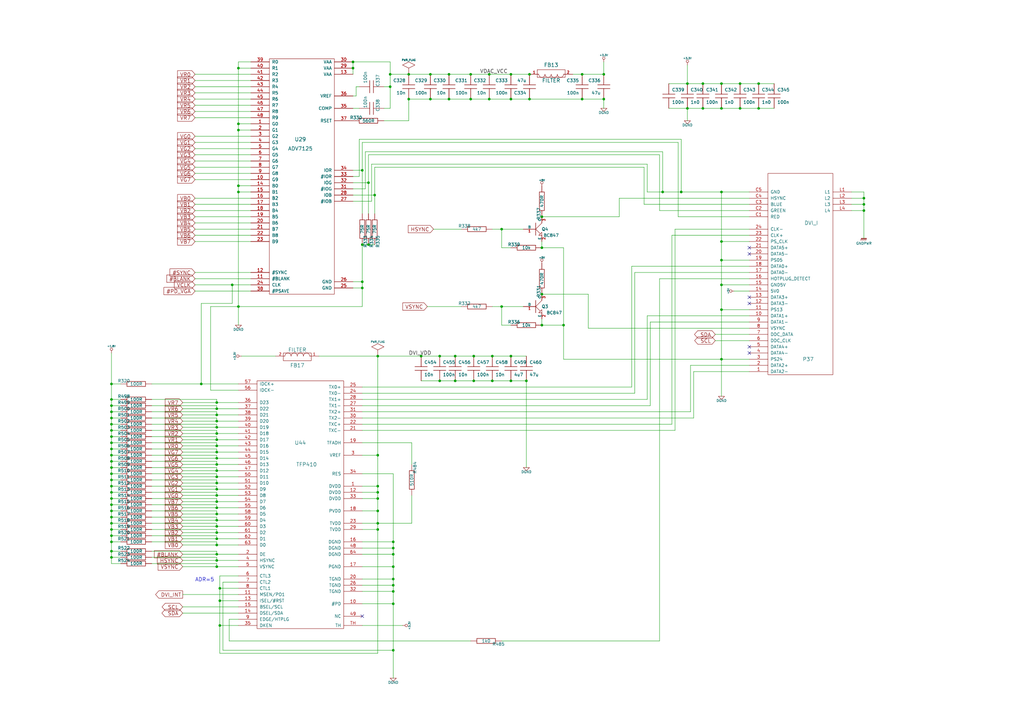
<source format=kicad_sch>
(kicad_sch (version 20230121) (generator eeschema)

  (uuid 103f6def-6565-4bf2-81f8-946e7e40ad17)

  (paper "A3")

  (title_block
    (title "FireBee1 Projekt")
    (date "3 mar 2010")
    (rev "1.00")
    (company "MCS Aschwanden")
  )

  

  (junction (at 193.04 30.48) (diameter 0) (color 0 0 0 0)
    (uuid 01201a84-ec13-429a-ba6e-58beaadc0881)
  )
  (junction (at 144.78 27.94) (diameter 0) (color 0 0 0 0)
    (uuid 01880197-a275-4323-a7f0-7d8cb38990d4)
  )
  (junction (at 217.17 30.48) (diameter 0) (color 0 0 0 0)
    (uuid 01fe317e-057e-4da7-8991-c8e87ef3a066)
  )
  (junction (at 88.9 213.36) (diameter 0) (color 0 0 0 0)
    (uuid 049ca0ef-b00e-480b-96c9-848dc1cff577)
  )
  (junction (at 95.25 116.84) (diameter 0) (color 0 0 0 0)
    (uuid 04be6dc0-184f-4f97-8263-36cb0d56ab87)
  )
  (junction (at 45.72 207.01) (diameter 0) (color 0 0 0 0)
    (uuid 050841c2-6741-4f87-95b8-1e266b3efbf0)
  )
  (junction (at 200.66 30.48) (diameter 0) (color 0 0 0 0)
    (uuid 067246f1-777b-44a8-86e0-cd9de34c9a40)
  )
  (junction (at 222.25 101.6) (diameter 0) (color 0 0 0 0)
    (uuid 06c1fd90-0093-4a7b-964d-cfd8253a7938)
  )
  (junction (at 180.34 156.21) (diameter 0) (color 0 0 0 0)
    (uuid 08b26fd5-387e-4182-a5f9-5fa17fccb797)
  )
  (junction (at 45.72 163.83) (diameter 0) (color 0 0 0 0)
    (uuid 08f0b490-484c-44e6-a8af-5204b9c5b3f6)
  )
  (junction (at 88.9 165.1) (diameter 0) (color 0 0 0 0)
    (uuid 0e4e2a2b-a958-49e6-a81d-96df99d065b2)
  )
  (junction (at 180.34 146.05) (diameter 0) (color 0 0 0 0)
    (uuid 0eb85248-c9e4-4c1f-9136-e0b1c3546591)
  )
  (junction (at 45.72 222.25) (diameter 0) (color 0 0 0 0)
    (uuid 111ad9e5-c54a-44dc-99c7-be198f00f8f5)
  )
  (junction (at 88.9 218.44) (diameter 0) (color 0 0 0 0)
    (uuid 1142ace8-165f-43a3-a64e-691bee99a66f)
  )
  (junction (at 45.72 166.37) (diameter 0) (color 0 0 0 0)
    (uuid 11d87337-04d1-42d7-bfb0-629bb9ff08fa)
  )
  (junction (at 215.9 156.21) (diameter 0) (color 0 0 0 0)
    (uuid 126c7e7b-6e50-4e50-9e2c-fe54f775117a)
  )
  (junction (at 160.02 30.48) (diameter 0) (color 0 0 0 0)
    (uuid 14326c45-e073-4edc-a096-ea7d72651c04)
  )
  (junction (at 151.13 74.93) (diameter 0) (color 0 0 0 0)
    (uuid 15a508f7-e5af-4cd3-a6be-d2110309698c)
  )
  (junction (at 167.64 40.64) (diameter 0) (color 0 0 0 0)
    (uuid 161a3a79-92f6-45e3-8821-d6147f72986f)
  )
  (junction (at 45.72 186.69) (diameter 0) (color 0 0 0 0)
    (uuid 17188836-d393-46e7-bd2b-33a7299e11ab)
  )
  (junction (at 279.4 78.74) (diameter 0) (color 0 0 0 0)
    (uuid 1730e0b2-c23d-4495-a5e5-92856bf1ba9b)
  )
  (junction (at 148.59 100.33) (diameter 0) (color 0 0 0 0)
    (uuid 1b9ef8be-aec2-41fe-8b4a-9e567dd9e29e)
  )
  (junction (at 45.72 209.55) (diameter 0) (color 0 0 0 0)
    (uuid 1cbe4a0b-7717-4567-867f-65ab6fbd7520)
  )
  (junction (at 45.72 157.48) (diameter 0) (color 0 0 0 0)
    (uuid 1e43998c-42ef-4539-b9dc-9df65a36ddf1)
  )
  (junction (at 295.91 116.84) (diameter 0) (color 0 0 0 0)
    (uuid 22bf05cb-7ef3-40f1-adb3-fbc8ea282a64)
  )
  (junction (at 45.72 176.53) (diameter 0) (color 0 0 0 0)
    (uuid 2555d593-b98c-4520-b53d-6593239b5218)
  )
  (junction (at 97.79 78.74) (diameter 0) (color 0 0 0 0)
    (uuid 26820fc9-3237-4ae0-82fc-8de4a7cf2d21)
  )
  (junction (at 45.72 201.93) (diameter 0) (color 0 0 0 0)
    (uuid 277fbdfb-903d-4c8b-81be-bdba49a3294f)
  )
  (junction (at 88.9 175.26) (diameter 0) (color 0 0 0 0)
    (uuid 27fe6027-179b-4af1-8e7b-2cca1820ac2e)
  )
  (junction (at 45.72 212.09) (diameter 0) (color 0 0 0 0)
    (uuid 29e78dd4-6f5c-4370-8524-146188efee79)
  )
  (junction (at 90.17 241.3) (diameter 0) (color 0 0 0 0)
    (uuid 31939a04-2300-43ce-8b38-83676eec64f6)
  )
  (junction (at 88.9 208.28) (diameter 0) (color 0 0 0 0)
    (uuid 392d9e6e-9958-4ae9-ba6d-ff72a41475fb)
  )
  (junction (at 238.76 40.64) (diameter 0) (color 0 0 0 0)
    (uuid 39ee9489-9dbb-46e7-ab6b-ec367cf3a994)
  )
  (junction (at 295.91 147.32) (diameter 0) (color 0 0 0 0)
    (uuid 3aea5730-8db7-48ec-a91d-7f3ecd84e837)
  )
  (junction (at 201.93 156.21) (diameter 0) (color 0 0 0 0)
    (uuid 426d51d7-5fa9-417d-9eb2-f5f43ab888ef)
  )
  (junction (at 154.94 204.47) (diameter 0) (color 0 0 0 0)
    (uuid 427f3233-d596-4047-a8f4-05b953788b6e)
  )
  (junction (at 88.9 223.52) (diameter 0) (color 0 0 0 0)
    (uuid 428258cf-f866-43aa-94ad-ded3fb36c7d6)
  )
  (junction (at 88.9 177.8) (diameter 0) (color 0 0 0 0)
    (uuid 42fc6578-80b9-491a-8f05-50a8c364eb9c)
  )
  (junction (at 161.29 240.03) (diameter 0) (color 0 0 0 0)
    (uuid 43031520-e8f1-4745-a1c6-d0049881f157)
  )
  (junction (at 45.72 181.61) (diameter 0) (color 0 0 0 0)
    (uuid 433c3e1d-7abb-4112-8460-8ed0f690cc65)
  )
  (junction (at 88.9 200.66) (diameter 0) (color 0 0 0 0)
    (uuid 435d8032-d22d-4ade-bc40-d8f69a4dbaff)
  )
  (junction (at 88.9 229.87) (diameter 0) (color 0 0 0 0)
    (uuid 4975ba05-a665-4354-ba89-71896fae2d86)
  )
  (junction (at 295.91 34.29) (diameter 0) (color 0 0 0 0)
    (uuid 499e8348-7629-4d44-ab58-935b2c80897a)
  )
  (junction (at 154.94 209.55) (diameter 0) (color 0 0 0 0)
    (uuid 4cd491ff-f5ae-4dcd-9262-906eb1ccb78f)
  )
  (junction (at 97.79 125.73) (diameter 0) (color 0 0 0 0)
    (uuid 4d23a529-e946-4bf8-bff6-2dbdc7657fbc)
  )
  (junction (at 209.55 40.64) (diameter 0) (color 0 0 0 0)
    (uuid 4e9065fd-90ad-4d87-97e1-824a580df584)
  )
  (junction (at 161.29 224.79) (diameter 0) (color 0 0 0 0)
    (uuid 4fc34ed6-c58f-44de-8388-7f4858649530)
  )
  (junction (at 154.94 217.17) (diameter 0) (color 0 0 0 0)
    (uuid 50a19507-5aa2-4ae4-9b63-42f454989884)
  )
  (junction (at 186.69 156.21) (diameter 0) (color 0 0 0 0)
    (uuid 515521d4-be63-49c8-911b-f642d4c0fa43)
  )
  (junction (at 88.9 195.58) (diameter 0) (color 0 0 0 0)
    (uuid 51edf41e-a0d8-48d2-88a4-7547d604df19)
  )
  (junction (at 97.79 27.94) (diameter 0) (color 0 0 0 0)
    (uuid 533706ec-506b-4b39-b491-2531810ffe7f)
  )
  (junction (at 97.79 53.34) (diameter 0) (color 0 0 0 0)
    (uuid 550f834c-4e60-40b3-ae34-52d946d965ee)
  )
  (junction (at 209.55 30.48) (diameter 0) (color 0 0 0 0)
    (uuid 55c4b30c-f8c1-4fd2-b45c-fbb577e6e3b4)
  )
  (junction (at 154.94 199.39) (diameter 0) (color 0 0 0 0)
    (uuid 57b93909-41c4-4209-88f5-c74f927ac5ec)
  )
  (junction (at 184.15 40.64) (diameter 0) (color 0 0 0 0)
    (uuid 581823f9-3474-413b-a522-b4c1b85dc357)
  )
  (junction (at 354.33 81.28) (diameter 0) (color 0 0 0 0)
    (uuid 5c88cb3c-6f44-460a-92ca-63615906f7d9)
  )
  (junction (at 201.93 146.05) (diameter 0) (color 0 0 0 0)
    (uuid 5d62851a-95e5-4105-8c34-c87bafffe043)
  )
  (junction (at 184.15 30.48) (diameter 0) (color 0 0 0 0)
    (uuid 60832cc4-c6cd-40c7-acee-868294f54f69)
  )
  (junction (at 88.9 215.9) (diameter 0) (color 0 0 0 0)
    (uuid 62fec744-e9fd-4b7b-b3ec-ed31a3090e27)
  )
  (junction (at 88.9 167.64) (diameter 0) (color 0 0 0 0)
    (uuid 63ffbdba-4049-44a1-b3a8-6566189c9c54)
  )
  (junction (at 205.74 93.98) (diameter 0) (color 0 0 0 0)
    (uuid 646f8ed7-47d0-4264-b8a2-5f3c761cda1a)
  )
  (junction (at 281.94 34.29) (diameter 0) (color 0 0 0 0)
    (uuid 64bee100-8f84-40a4-84ab-0e100b87ebc0)
  )
  (junction (at 88.9 185.42) (diameter 0) (color 0 0 0 0)
    (uuid 65b6987c-ed53-4bde-bad3-85aaf59acfac)
  )
  (junction (at 97.79 76.2) (diameter 0) (color 0 0 0 0)
    (uuid 67277978-8791-420c-8728-394e3e14c638)
  )
  (junction (at 217.17 40.64) (diameter 0) (color 0 0 0 0)
    (uuid 677fc104-70e2-4c0d-ac7a-99cd4f06b850)
  )
  (junction (at 209.55 156.21) (diameter 0) (color 0 0 0 0)
    (uuid 67a3fa30-953e-45e4-8be0-1b9671b5e561)
  )
  (junction (at 153.67 80.01) (diameter 0) (color 0 0 0 0)
    (uuid 6d3bfd9f-c8b4-4ccf-8d42-f70ed6a5af17)
  )
  (junction (at 45.72 199.39) (diameter 0) (color 0 0 0 0)
    (uuid 712600ef-5c91-4731-8dc2-f3f73858b022)
  )
  (junction (at 194.31 156.21) (diameter 0) (color 0 0 0 0)
    (uuid 71592cbd-cc24-4552-9661-ac273636b229)
  )
  (junction (at 222.25 88.9) (diameter 0) (color 0 0 0 0)
    (uuid 717dab99-36b6-4aec-97b9-1a98435f61e5)
  )
  (junction (at 295.91 127) (diameter 0) (color 0 0 0 0)
    (uuid 7319e649-d735-4058-a07f-6638d0435dd4)
  )
  (junction (at 161.29 247.65) (diameter 0) (color 0 0 0 0)
    (uuid 74bdba88-3b52-43ca-a713-8dc4cd8cd802)
  )
  (junction (at 161.29 232.41) (diameter 0) (color 0 0 0 0)
    (uuid 75f45a79-9dc0-408e-9fc8-4ed3b31bf42b)
  )
  (junction (at 144.78 25.4) (diameter 0) (color 0 0 0 0)
    (uuid 773e54dd-5343-4ca0-b44b-983e751976d0)
  )
  (junction (at 45.72 226.06) (diameter 0) (color 0 0 0 0)
    (uuid 775375cd-39e9-4504-97d4-74dc92aef7b2)
  )
  (junction (at 172.72 146.05) (diameter 0) (color 0 0 0 0)
    (uuid 785bb2a1-e6a0-498d-beb0-d08fb9a04b57)
  )
  (junction (at 271.78 78.74) (diameter 0) (color 0 0 0 0)
    (uuid 791105df-a520-462a-bcef-9ae888911a96)
  )
  (junction (at 311.15 44.45) (diameter 0) (color 0 0 0 0)
    (uuid 793df6c8-674b-4083-b678-e6bc05755149)
  )
  (junction (at 354.33 86.36) (diameter 0) (color 0 0 0 0)
    (uuid 7cc6cb8c-4d5b-4168-aab0-31059b184aca)
  )
  (junction (at 288.29 44.45) (diameter 0) (color 0 0 0 0)
    (uuid 7cefdc98-0ee4-400f-a26a-cf2aa8c4e658)
  )
  (junction (at 295.91 44.45) (diameter 0) (color 0 0 0 0)
    (uuid 7dadb311-0bc5-4eb5-ab28-97bfaee6ecec)
  )
  (junction (at 209.55 146.05) (diameter 0) (color 0 0 0 0)
    (uuid 7eef0027-5a99-409e-b781-61371c034758)
  )
  (junction (at 160.02 35.56) (diameter 0) (color 0 0 0 0)
    (uuid 848ffa09-46c2-4b81-aac4-5f9b16fc4e2f)
  )
  (junction (at 45.72 194.31) (diameter 0) (color 0 0 0 0)
    (uuid 8528c745-a279-4f3b-b4e1-3a92d3bac826)
  )
  (junction (at 148.59 115.57) (diameter 0) (color 0 0 0 0)
    (uuid 85771e04-7d41-4e1f-9e1d-1bd5f00842fe)
  )
  (junction (at 176.53 40.64) (diameter 0) (color 0 0 0 0)
    (uuid 867a5624-da3d-45e7-b27c-d4b66f9ec53f)
  )
  (junction (at 303.53 44.45) (diameter 0) (color 0 0 0 0)
    (uuid 88aba140-d35b-4977-8ca5-b4b06a7a1603)
  )
  (junction (at 82.55 157.48) (diameter 0) (color 0 0 0 0)
    (uuid 8b8cef6b-b942-4cac-9d8e-e339e7200e68)
  )
  (junction (at 354.33 83.82) (diameter 0) (color 0 0 0 0)
    (uuid 8c95acbb-d6b9-42b5-b57c-bc76b54d4f44)
  )
  (junction (at 247.65 30.48) (diameter 0) (color 0 0 0 0)
    (uuid 8cc3b3c3-d751-49ab-b1fe-86d5f2f21d51)
  )
  (junction (at 88.9 205.74) (diameter 0) (color 0 0 0 0)
    (uuid 8ccfac22-cf1e-428e-b313-d142121c7e2f)
  )
  (junction (at 88.9 182.88) (diameter 0) (color 0 0 0 0)
    (uuid 8cf4a0c0-71aa-4048-b83b-f984730c89c2)
  )
  (junction (at 88.9 232.41) (diameter 0) (color 0 0 0 0)
    (uuid 8f68f0d8-dcd7-4a09-a54a-419f307688d6)
  )
  (junction (at 231.14 133.35) (diameter 0) (color 0 0 0 0)
    (uuid 8fc60564-0f87-4f53-a7b1-0aadbfcd0956)
  )
  (junction (at 45.72 196.85) (diameter 0) (color 0 0 0 0)
    (uuid 9286ed95-f4df-49fa-8490-0a37cb0574c6)
  )
  (junction (at 45.72 228.6) (diameter 0) (color 0 0 0 0)
    (uuid 953cdfb9-ab88-40ad-8219-5d24798cd314)
  )
  (junction (at 295.91 78.74) (diameter 0) (color 0 0 0 0)
    (uuid 953f2c29-e1b1-4cb3-bfd6-3cab23b86783)
  )
  (junction (at 193.04 40.64) (diameter 0) (color 0 0 0 0)
    (uuid 96146fef-6bab-43fb-a74d-38f522592f95)
  )
  (junction (at 88.9 170.18) (diameter 0) (color 0 0 0 0)
    (uuid 972a5b65-658a-4235-848c-848d79037cb0)
  )
  (junction (at 161.29 242.57) (diameter 0) (color 0 0 0 0)
    (uuid 9a748e53-c00e-4b5b-bb94-938a79fd82d1)
  )
  (junction (at 288.29 34.29) (diameter 0) (color 0 0 0 0)
    (uuid 9d4148b6-6470-462f-87d3-e87e59d82634)
  )
  (junction (at 161.29 222.25) (diameter 0) (color 0 0 0 0)
    (uuid a0d2d1de-6f86-49f8-8a42-7cad504852f6)
  )
  (junction (at 88.9 190.5) (diameter 0) (color 0 0 0 0)
    (uuid a96bfe8c-a84f-4c5d-88c1-555cd987606c)
  )
  (junction (at 88.9 180.34) (diameter 0) (color 0 0 0 0)
    (uuid aaa6c173-1af9-44e9-b700-a03642786129)
  )
  (junction (at 45.72 219.71) (diameter 0) (color 0 0 0 0)
    (uuid abbec247-32bf-4f25-8168-c7f20b44e5f4)
  )
  (junction (at 161.29 266.7) (diameter 0) (color 0 0 0 0)
    (uuid ad671472-8c74-4c5d-9fdf-1be0a81e5d78)
  )
  (junction (at 45.72 171.45) (diameter 0) (color 0 0 0 0)
    (uuid adf92df1-4623-4225-a03e-d349783ea130)
  )
  (junction (at 154.94 146.05) (diameter 0) (color 0 0 0 0)
    (uuid aeb5914c-a833-4689-a045-1de5941ed899)
  )
  (junction (at 97.79 50.8) (diameter 0) (color 0 0 0 0)
    (uuid b1ddd803-25b6-41ba-868f-fcd376eadc2f)
  )
  (junction (at 205.74 125.73) (diameter 0) (color 0 0 0 0)
    (uuid b32c977b-09aa-4460-a9ff-c3e827ddfa90)
  )
  (junction (at 148.59 118.11) (diameter 0) (color 0 0 0 0)
    (uuid b5946a34-efa8-4747-bdc2-11532250157d)
  )
  (junction (at 154.94 201.93) (diameter 0) (color 0 0 0 0)
    (uuid b7fd36e6-cef3-4569-80d4-f777f9a66f61)
  )
  (junction (at 88.9 227.33) (diameter 0) (color 0 0 0 0)
    (uuid b8af7b1b-3073-4af3-93ad-85e35371c5b3)
  )
  (junction (at 45.72 217.17) (diameter 0) (color 0 0 0 0)
    (uuid b9752f38-bfd1-4959-ae6f-86ddfccddfbb)
  )
  (junction (at 295.91 106.68) (diameter 0) (color 0 0 0 0)
    (uuid ba3d1228-29ef-484c-ab34-b745a753e9dc)
  )
  (junction (at 151.13 100.33) (diameter 0) (color 0 0 0 0)
    (uuid c113991e-e252-4d5d-8efa-846166318e76)
  )
  (junction (at 45.72 204.47) (diameter 0) (color 0 0 0 0)
    (uuid c11bc64b-3611-4dc7-a879-916ff07f3466)
  )
  (junction (at 45.72 189.23) (diameter 0) (color 0 0 0 0)
    (uuid c18d63c7-dfde-4865-a0cb-c76b98a87559)
  )
  (junction (at 186.69 146.05) (diameter 0) (color 0 0 0 0)
    (uuid c1a3964a-a9ed-4b91-a85a-f6f372810ba5)
  )
  (junction (at 161.29 227.33) (diameter 0) (color 0 0 0 0)
    (uuid c2ffc6da-57a4-4f5c-8067-6e8979f36c31)
  )
  (junction (at 295.91 99.06) (diameter 0) (color 0 0 0 0)
    (uuid c64cba34-e77f-4a24-ab76-5e697a463111)
  )
  (junction (at 281.94 44.45) (diameter 0) (color 0 0 0 0)
    (uuid c9b8701e-61df-4318-9d1f-451050fcbc93)
  )
  (junction (at 90.17 256.54) (diameter 0) (color 0 0 0 0)
    (uuid caa8ea11-5f32-4668-b8f7-8365ac903513)
  )
  (junction (at 88.9 220.98) (diameter 0) (color 0 0 0 0)
    (uuid cbc7c996-ae48-47a1-aeb5-2d00a52ab180)
  )
  (junction (at 238.76 30.48) (diameter 0) (color 0 0 0 0)
    (uuid cbd3bbf7-bf5d-4c8d-a119-3cbb04bf781a)
  )
  (junction (at 45.72 191.77) (diameter 0) (color 0 0 0 0)
    (uuid d1669784-852c-45ce-b821-5cb122a2557d)
  )
  (junction (at 45.72 214.63) (diameter 0) (color 0 0 0 0)
    (uuid d1f6480a-1f24-440d-8c9a-d8ac46e4f54b)
  )
  (junction (at 154.94 214.63) (diameter 0) (color 0 0 0 0)
    (uuid d3fdb16b-6595-4bc9-8175-7e392024af0e)
  )
  (junction (at 88.9 172.72) (diameter 0) (color 0 0 0 0)
    (uuid d4cfd787-f0f7-4c29-9d51-4b7b2dd1a56e)
  )
  (junction (at 45.72 173.99) (diameter 0) (color 0 0 0 0)
    (uuid d7a13d65-2a4a-44c0-b3db-6ed84c780fb0)
  )
  (junction (at 194.31 146.05) (diameter 0) (color 0 0 0 0)
    (uuid dff74491-05e9-4132-8c72-41d077a1125b)
  )
  (junction (at 88.9 198.12) (diameter 0) (color 0 0 0 0)
    (uuid e1c214b6-170d-455b-b3a4-a46b5eb7a539)
  )
  (junction (at 311.15 34.29) (diameter 0) (color 0 0 0 0)
    (uuid e53a6cd3-68b2-4ab7-b460-563c0126d053)
  )
  (junction (at 303.53 34.29) (diameter 0) (color 0 0 0 0)
    (uuid e55ddd50-7702-4496-b075-3e9a001b2b3a)
  )
  (junction (at 222.25 133.35) (diameter 0) (color 0 0 0 0)
    (uuid e577928e-16cf-440f-b0d3-6743d4b49bce)
  )
  (junction (at 45.72 168.91) (diameter 0) (color 0 0 0 0)
    (uuid e6011298-71ec-4edf-b541-365a8096a011)
  )
  (junction (at 176.53 30.48) (diameter 0) (color 0 0 0 0)
    (uuid e6f9bcc5-e498-4645-82fe-5eb4d6161ca0)
  )
  (junction (at 88.9 210.82) (diameter 0) (color 0 0 0 0)
    (uuid e7671951-1609-4361-a983-fb1a0e9ed66d)
  )
  (junction (at 88.9 193.04) (diameter 0) (color 0 0 0 0)
    (uuid e8739e46-44a5-4e55-8000-825a283e663b)
  )
  (junction (at 247.65 40.64) (diameter 0) (color 0 0 0 0)
    (uuid ead3a109-27a8-43e8-b344-37d895043cab)
  )
  (junction (at 88.9 203.2) (diameter 0) (color 0 0 0 0)
    (uuid ebae2709-4bdd-4034-b1c1-8a393ca404d2)
  )
  (junction (at 45.72 179.07) (diameter 0) (color 0 0 0 0)
    (uuid edb145d1-50fc-4ac3-829c-461e02f4f1c6)
  )
  (junction (at 200.66 40.64) (diameter 0) (color 0 0 0 0)
    (uuid ef3ba251-cfd2-4c43-9f6c-d05b0c527cc4)
  )
  (junction (at 167.64 30.48) (diameter 0) (color 0 0 0 0)
    (uuid f1a95e29-22b5-40fa-a3f5-c405481d486a)
  )
  (junction (at 161.29 237.49) (diameter 0) (color 0 0 0 0)
    (uuid f2d55e7f-6999-4522-8dbe-ecf5110a5c84)
  )
  (junction (at 88.9 187.96) (diameter 0) (color 0 0 0 0)
    (uuid f447f23e-24e4-4083-8d52-c920f5c39ac7)
  )
  (junction (at 148.59 69.85) (diameter 0) (color 0 0 0 0)
    (uuid f48df656-a7c1-467e-b97f-9f9c613370d8)
  )
  (junction (at 154.94 186.69) (diameter 0) (color 0 0 0 0)
    (uuid f5b3c80e-e730-4089-ba21-a19517faf450)
  )
  (junction (at 45.72 184.15) (diameter 0) (color 0 0 0 0)
    (uuid f8a349fd-571c-4533-ab28-d5152d555bed)
  )
  (junction (at 222.25 120.65) (diameter 0) (color 0 0 0 0)
    (uuid fabc2dc2-ac2a-40df-a0e4-d511749f54f8)
  )
  (junction (at 90.17 246.38) (diameter 0) (color 0 0 0 0)
    (uuid fc877c76-aa71-4d0d-8645-3b508d31e293)
  )

  (no_connect (at 307.34 104.14) (uuid 123ab88e-6282-47b1-8def-f966cee357ad))
  (no_connect (at 307.34 144.78) (uuid 18cea6ab-55aa-4036-b878-414a67701b77))
  (no_connect (at 307.34 142.24) (uuid 1f25f737-8523-460e-92ea-bf07e208b8a0))
  (no_connect (at 307.34 101.6) (uuid 523412b0-41e7-4a8f-9c0a-8b5b0907cb87))
  (no_connect (at 148.59 252.73) (uuid 7372ff56-4da7-40ce-a683-c381822a93b3))
  (no_connect (at 307.34 121.92) (uuid ef46606d-9277-49d9-b048-088c492615e2))
  (no_connect (at 307.34 124.46) (uuid f77c073e-9412-450e-bdca-4962c3879c6e))

  (wire (pts (xy 88.9 180.34) (xy 74.93 180.34))
    (stroke (width 0) (type default))
    (uuid 00f5af31-d704-4d8d-9ccd-652603b3e8ab)
  )
  (wire (pts (xy 80.01 60.96) (xy 102.87 60.96))
    (stroke (width 0) (type default))
    (uuid 01d2dfe5-2963-4a64-b932-04cf3db2055e)
  )
  (wire (pts (xy 45.72 201.93) (xy 45.72 204.47))
    (stroke (width 0) (type default))
    (uuid 02c296b9-7e74-4643-afe5-36b60cc52609)
  )
  (wire (pts (xy 153.67 80.01) (xy 153.67 87.63))
    (stroke (width 0) (type default))
    (uuid 037b575a-3fd3-4d13-84c9-9ad2423b59a4)
  )
  (wire (pts (xy 184.15 40.64) (xy 176.53 40.64))
    (stroke (width 0) (type default))
    (uuid 0386e66f-9b1a-4566-9c39-90a5ce123b40)
  )
  (wire (pts (xy 62.23 191.77) (xy 88.9 191.77))
    (stroke (width 0) (type default))
    (uuid 03ef279e-cb9c-45e3-8f41-cf585960fcaf)
  )
  (wire (pts (xy 88.9 165.1) (xy 74.93 165.1))
    (stroke (width 0) (type default))
    (uuid 048ee6e1-abe0-4f01-87b4-0cb2346d0d31)
  )
  (wire (pts (xy 97.79 125.73) (xy 97.79 78.74))
    (stroke (width 0) (type default))
    (uuid 049042e6-fe01-4eed-afa3-82468b060d56)
  )
  (wire (pts (xy 148.59 125.73) (xy 148.59 118.11))
    (stroke (width 0) (type default))
    (uuid 049d7e6d-8fea-4ddc-b30d-00eb0c3aab92)
  )
  (wire (pts (xy 74.93 182.88) (xy 88.9 182.88))
    (stroke (width 0) (type default))
    (uuid 04df1057-1c2d-4308-ac4b-1a5da5a3563d)
  )
  (wire (pts (xy 247.65 40.64) (xy 238.76 40.64))
    (stroke (width 0) (type default))
    (uuid 05856e87-e109-4352-9232-c12cebb0be32)
  )
  (wire (pts (xy 90.17 236.22) (xy 97.79 236.22))
    (stroke (width 0) (type default))
    (uuid 05efca07-5843-4b4d-bbeb-d9ee52196e61)
  )
  (wire (pts (xy 189.23 125.73) (xy 175.26 125.73))
    (stroke (width 0) (type default))
    (uuid 0721921d-c7d1-400f-baa6-ed41bc02aa97)
  )
  (wire (pts (xy 45.72 207.01) (xy 45.72 209.55))
    (stroke (width 0) (type default))
    (uuid 07627b4e-9ee6-4196-bd15-7156f4eb174b)
  )
  (wire (pts (xy 88.9 199.39) (xy 62.23 199.39))
    (stroke (width 0) (type default))
    (uuid 098c82fb-81a6-4c4f-8b72-e214f1fe6dc1)
  )
  (wire (pts (xy 82.55 157.48) (xy 62.23 157.48))
    (stroke (width 0) (type default))
    (uuid 0abb0f7f-c8e5-420b-a53a-7f7dd408bde5)
  )
  (wire (pts (xy 45.72 184.15) (xy 45.72 186.69))
    (stroke (width 0) (type default))
    (uuid 0b7c595a-9eb6-4daf-aa87-d47d5aa543dd)
  )
  (wire (pts (xy 88.9 215.9) (xy 88.9 214.63))
    (stroke (width 0) (type default))
    (uuid 0bc3d4cf-48d5-4571-b770-9e60002f1f29)
  )
  (wire (pts (xy 45.72 196.85) (xy 45.72 199.39))
    (stroke (width 0) (type default))
    (uuid 0c6ef118-a997-4866-97e0-18bccfad02fd)
  )
  (wire (pts (xy 45.72 219.71) (xy 45.72 222.25))
    (stroke (width 0) (type default))
    (uuid 0d023ee3-fbfb-4f87-b96f-2ef67b2ecaaf)
  )
  (wire (pts (xy 80.01 40.64) (xy 102.87 40.64))
    (stroke (width 0) (type default))
    (uuid 0d7583c5-6b39-4bb3-9c58-28e6888badb4)
  )
  (wire (pts (xy 97.79 243.84) (xy 74.93 243.84))
    (stroke (width 0) (type default))
    (uuid 0e0b5697-7d86-4baf-a0b6-7b2ae8d637f9)
  )
  (wire (pts (xy 271.78 62.23) (xy 149.86 62.23))
    (stroke (width 0) (type default))
    (uuid 0e3a0591-a2ad-4a80-afcf-f9da7a64e70e)
  )
  (wire (pts (xy 161.29 266.7) (xy 161.29 278.13))
    (stroke (width 0) (type default))
    (uuid 0eeda1f2-09fd-4392-8a01-6251ce4af319)
  )
  (wire (pts (xy 295.91 34.29) (xy 303.53 34.29))
    (stroke (width 0) (type default))
    (uuid 0fb0dace-de83-4052-af0e-63c38bed05c9)
  )
  (wire (pts (xy 153.67 68.58) (xy 153.67 80.01))
    (stroke (width 0) (type default))
    (uuid 107dbd7e-4504-4768-a7db-19f5b3c00690)
  )
  (wire (pts (xy 88.9 228.6) (xy 88.9 229.87))
    (stroke (width 0) (type default))
    (uuid 1140bbdb-bf84-4c6d-9e5b-391e4f88f8da)
  )
  (wire (pts (xy 180.34 146.05) (xy 186.69 146.05))
    (stroke (width 0) (type default))
    (uuid 114379cb-0fce-4d60-ac97-bc27893d6fcf)
  )
  (wire (pts (xy 97.79 229.87) (xy 88.9 229.87))
    (stroke (width 0) (type default))
    (uuid 1203738d-4dd8-4276-af3c-db89588eb768)
  )
  (wire (pts (xy 74.93 213.36) (xy 88.9 213.36))
    (stroke (width 0) (type default))
    (uuid 12546d76-460a-444a-a210-227183b57959)
  )
  (wire (pts (xy 205.74 93.98) (xy 205.74 101.6))
    (stroke (width 0) (type default))
    (uuid 12be3e7f-b030-44cf-91f5-ba9076239287)
  )
  (wire (pts (xy 45.72 171.45) (xy 49.53 171.45))
    (stroke (width 0) (type default))
    (uuid 12bf4ad3-3bd7-49b4-8e22-d0a4cca536a5)
  )
  (wire (pts (xy 153.67 100.33) (xy 151.13 100.33))
    (stroke (width 0) (type default))
    (uuid 139d9365-d308-436a-aee9-6132885f0d8c)
  )
  (wire (pts (xy 45.72 204.47) (xy 49.53 204.47))
    (stroke (width 0) (type default))
    (uuid 14ad893f-ce43-482d-b600-cdf78775e155)
  )
  (wire (pts (xy 154.94 146.05) (xy 154.94 186.69))
    (stroke (width 0) (type default))
    (uuid 14d8fc6e-8004-4299-8d05-7f6fd0c5a832)
  )
  (wire (pts (xy 260.35 111.76) (xy 260.35 161.29))
    (stroke (width 0) (type default))
    (uuid 15038003-efc9-4c1b-81ad-86f51018e32d)
  )
  (wire (pts (xy 45.72 219.71) (xy 49.53 219.71))
    (stroke (width 0) (type default))
    (uuid 160797f7-5f5c-484a-abbf-46a36d9d83a7)
  )
  (wire (pts (xy 307.34 99.06) (xy 295.91 99.06))
    (stroke (width 0) (type default))
    (uuid 162fa481-59e7-49ba-a59b-ce176d4aa41a)
  )
  (wire (pts (xy 88.9 180.34) (xy 88.9 179.07))
    (stroke (width 0) (type default))
    (uuid 17397eae-2712-4681-bb59-c9abe65b4ad4)
  )
  (wire (pts (xy 148.59 115.57) (xy 148.59 100.33))
    (stroke (width 0) (type default))
    (uuid 1742ccba-1348-4090-90dd-f45eedbe3843)
  )
  (wire (pts (xy 295.91 116.84) (xy 295.91 106.68))
    (stroke (width 0) (type default))
    (uuid 17cb115d-82ae-4408-880a-c205577ac7e8)
  )
  (wire (pts (xy 193.04 30.48) (xy 184.15 30.48))
    (stroke (width 0) (type default))
    (uuid 192a6436-6d76-4be7-922e-79a09fd12ad3)
  )
  (wire (pts (xy 194.31 146.05) (xy 201.93 146.05))
    (stroke (width 0) (type default))
    (uuid 192a82f3-b40f-4252-8c29-8f4bd125450e)
  )
  (wire (pts (xy 102.87 33.02) (xy 80.01 33.02))
    (stroke (width 0) (type default))
    (uuid 193bca10-4781-4ea7-a846-30570de2da22)
  )
  (wire (pts (xy 45.72 166.37) (xy 49.53 166.37))
    (stroke (width 0) (type default))
    (uuid 198a7d94-20aa-4f04-b51f-e94222531ae8)
  )
  (wire (pts (xy 281.94 26.67) (xy 281.94 34.29))
    (stroke (width 0) (type default))
    (uuid 19f098a0-7098-4bf7-9338-107fa6672613)
  )
  (wire (pts (xy 276.86 93.98) (xy 276.86 176.53))
    (stroke (width 0) (type default))
    (uuid 19f60bdb-2611-4ca8-8116-7d1efcb42fa9)
  )
  (wire (pts (xy 270.51 86.36) (xy 270.51 63.5))
    (stroke (width 0) (type default))
    (uuid 1a02cfb8-88ae-4881-a031-85a5be93c81b)
  )
  (wire (pts (xy 97.79 180.34) (xy 88.9 180.34))
    (stroke (width 0) (type default))
    (uuid 1a6665a1-723f-4f92-b19e-e225160843fd)
  )
  (wire (pts (xy 270.51 114.3) (xy 307.34 114.3))
    (stroke (width 0) (type default))
    (uuid 1b53c81f-e880-46c6-9dbf-648c55b8f0f2)
  )
  (wire (pts (xy 88.9 168.91) (xy 62.23 168.91))
    (stroke (width 0) (type default))
    (uuid 1bd1fd9f-b63b-4284-bad7-17470f90b99f)
  )
  (wire (pts (xy 295.91 106.68) (xy 307.34 106.68))
    (stroke (width 0) (type default))
    (uuid 1bed9925-15f8-4d0d-9b64-6ad897e0dcd7)
  )
  (wire (pts (xy 293.37 137.16) (xy 307.34 137.16))
    (stroke (width 0) (type default))
    (uuid 1bfb2ca2-26ec-458d-a24b-14907c056ef9)
  )
  (wire (pts (xy 88.9 222.25) (xy 88.9 223.52))
    (stroke (width 0) (type default))
    (uuid 1d83077b-49d1-45c8-99fb-427d1457baf7)
  )
  (wire (pts (xy 274.32 34.29) (xy 281.94 34.29))
    (stroke (width 0) (type default))
    (uuid 1defa9bb-4cf6-4cd7-ae22-d683abf5756a)
  )
  (wire (pts (xy 88.9 227.33) (xy 88.9 226.06))
    (stroke (width 0) (type default))
    (uuid 1e57e7b3-c3d7-4c7a-a960-06d0426df074)
  )
  (wire (pts (xy 303.53 44.45) (xy 311.15 44.45))
    (stroke (width 0) (type default))
    (uuid 1e71c370-67c1-41dc-81b4-1082891fd6c2)
  )
  (wire (pts (xy 149.86 62.23) (xy 149.86 77.47))
    (stroke (width 0) (type default))
    (uuid 1e9cc400-cff8-4c89-95da-a41bd509cd47)
  )
  (wire (pts (xy 45.72 196.85) (xy 49.53 196.85))
    (stroke (width 0) (type default))
    (uuid 1ea3e648-c62a-4fa1-b1b3-0f706a6e44c2)
  )
  (wire (pts (xy 97.79 175.26) (xy 88.9 175.26))
    (stroke (width 0) (type default))
    (uuid 1f101667-c473-40e1-b511-b78c1650dd61)
  )
  (wire (pts (xy 154.94 186.69) (xy 148.59 186.69))
    (stroke (width 0) (type default))
    (uuid 1f8965c1-a4ed-44ea-ac13-c45f1dc19fe5)
  )
  (wire (pts (xy 88.9 220.98) (xy 88.9 219.71))
    (stroke (width 0) (type default))
    (uuid 20504679-2092-4216-a12e-c0309f73caa5)
  )
  (wire (pts (xy 147.32 35.56) (xy 146.05 35.56))
    (stroke (width 0) (type default))
    (uuid 211c7c70-8cc9-4cfd-aeb5-a976e3f8d831)
  )
  (wire (pts (xy 154.94 204.47) (xy 148.59 204.47))
    (stroke (width 0) (type default))
    (uuid 21995456-cc74-4f30-a5d7-833425aec2b2)
  )
  (wire (pts (xy 154.94 209.55) (xy 148.59 209.55))
    (stroke (width 0) (type default))
    (uuid 21e9fb58-d8fe-4db1-a1a4-ad891fb5f1b3)
  )
  (wire (pts (xy 154.94 186.69) (xy 154.94 199.39))
    (stroke (width 0) (type default))
    (uuid 22584929-06bc-4fe8-a3c1-850d5869e86d)
  )
  (wire (pts (xy 234.95 30.48) (xy 238.76 30.48))
    (stroke (width 0) (type default))
    (uuid 22b4352a-a6fb-49cc-ad63-fcadeda8a220)
  )
  (wire (pts (xy 74.93 218.44) (xy 88.9 218.44))
    (stroke (width 0) (type default))
    (uuid 22fc0b30-9fef-4482-b83d-6634d0c20026)
  )
  (wire (pts (xy 88.9 176.53) (xy 88.9 177.8))
    (stroke (width 0) (type default))
    (uuid 233338c2-fa79-4898-86a1-8ebdfd839128)
  )
  (wire (pts (xy 222.25 101.6) (xy 222.25 99.06))
    (stroke (width 0) (type default))
    (uuid 2398c1fa-2500-41b8-8142-1f4705329da9)
  )
  (wire (pts (xy 303.53 34.29) (xy 311.15 34.29))
    (stroke (width 0) (type default))
    (uuid 23a34a20-383d-4e8e-bbb8-83ed7d4e0a1e)
  )
  (wire (pts (xy 265.43 78.74) (xy 265.43 67.31))
    (stroke (width 0) (type default))
    (uuid 23f23771-f960-49c7-9d27-a64a5b97978f)
  )
  (wire (pts (xy 45.72 173.99) (xy 49.53 173.99))
    (stroke (width 0) (type default))
    (uuid 242402d9-5445-4771-a52c-2f65e5bb58fb)
  )
  (wire (pts (xy 151.13 74.93) (xy 151.13 87.63))
    (stroke (width 0) (type default))
    (uuid 24431366-7984-4336-afdb-4f794258198e)
  )
  (wire (pts (xy 88.9 173.99) (xy 62.23 173.99))
    (stroke (width 0) (type default))
    (uuid 247ac07e-5e8a-4b8f-93e2-ecad78fa7436)
  )
  (wire (pts (xy 62.23 212.09) (xy 88.9 212.09))
    (stroke (width 0) (type default))
    (uuid 24da7ab3-ca77-431d-bddc-367c2a3fe06c)
  )
  (wire (pts (xy 354.33 83.82) (xy 354.33 81.28))
    (stroke (width 0) (type default))
    (uuid 24dd6d2c-3fd8-4744-94d7-d116207b5803)
  )
  (wire (pts (xy 97.79 238.76) (xy 91.44 238.76))
    (stroke (width 0) (type default))
    (uuid 24ea6ea3-0440-4277-a278-31a311c039ae)
  )
  (wire (pts (xy 88.9 195.58) (xy 88.9 194.31))
    (stroke (width 0) (type default))
    (uuid 25224a88-3e10-48d2-882a-2ed96701a2c9)
  )
  (wire (pts (xy 97.79 220.98) (xy 88.9 220.98))
    (stroke (width 0) (type default))
    (uuid 255db71a-032d-4c7d-9f22-6dd5a1c38cb9)
  )
  (wire (pts (xy 151.13 63.5) (xy 151.13 74.93))
    (stroke (width 0) (type default))
    (uuid 25678c95-e3c3-4438-a1da-36e8345a8d1e)
  )
  (wire (pts (xy 260.35 161.29) (xy 148.59 161.29))
    (stroke (width 0) (type default))
    (uuid 25765f3c-aab2-43a5-8322-a49e8704de46)
  )
  (wire (pts (xy 102.87 88.9) (xy 80.01 88.9))
    (stroke (width 0) (type default))
    (uuid 25a7b555-27f1-4365-aaee-d8a55ce998ee)
  )
  (wire (pts (xy 147.32 72.39) (xy 144.78 72.39))
    (stroke (width 0) (type default))
    (uuid 25d35e1d-e6b6-4927-91ec-d8f6a566d4f7)
  )
  (wire (pts (xy 205.74 93.98) (xy 201.93 93.98))
    (stroke (width 0) (type default))
    (uuid 264258c5-1ae2-4ae8-8d44-70df1efbe2c1)
  )
  (wire (pts (xy 102.87 58.42) (xy 80.01 58.42))
    (stroke (width 0) (type default))
    (uuid 26750d73-ceb5-4372-9955-b253cbf30691)
  )
  (wire (pts (xy 144.78 27.94) (xy 144.78 30.48))
    (stroke (width 0) (type default))
    (uuid 269657ce-2118-4038-ab0f-3c190bbca92a)
  )
  (wire (pts (xy 80.01 86.36) (xy 102.87 86.36))
    (stroke (width 0) (type default))
    (uuid 274669c4-e24d-48ef-9e2b-446b46e1aa20)
  )
  (wire (pts (xy 147.32 44.45) (xy 144.78 44.45))
    (stroke (width 0) (type default))
    (uuid 299e202d-55da-4372-a1eb-d8b1bb1b178c)
  )
  (wire (pts (xy 222.25 88.9) (xy 254 88.9))
    (stroke (width 0) (type default))
    (uuid 29f57650-5400-4f48-b51a-feb1ce15db28)
  )
  (wire (pts (xy 172.72 156.21) (xy 180.34 156.21))
    (stroke (width 0) (type default))
    (uuid 2a1f0f81-db03-4ecf-8e71-3d9db73451b4)
  )
  (wire (pts (xy 80.01 91.44) (xy 102.87 91.44))
    (stroke (width 0) (type default))
    (uuid 2b3b11e4-8e80-48c6-9534-86016ab4bd43)
  )
  (wire (pts (xy 201.93 156.21) (xy 209.55 156.21))
    (stroke (width 0) (type default))
    (uuid 2c60efe8-4d10-49c4-a3cd-78dde9a14c40)
  )
  (wire (pts (xy 241.3 120.65) (xy 222.25 120.65))
    (stroke (width 0) (type default))
    (uuid 2c777ae0-2561-434b-8f4c-5f38b7fd55e0)
  )
  (wire (pts (xy 45.72 212.09) (xy 45.72 214.63))
    (stroke (width 0) (type default))
    (uuid 2eaca9eb-8ad0-4e2a-a920-627191e968fd)
  )
  (wire (pts (xy 80.01 30.48) (xy 102.87 30.48))
    (stroke (width 0) (type default))
    (uuid 2f4f5f89-0305-492e-85a5-ea34aff13608)
  )
  (wire (pts (xy 161.29 224.79) (xy 161.29 227.33))
    (stroke (width 0) (type default))
    (uuid 2fd3ae79-7801-4ee3-b289-5fd1707f55d3)
  )
  (wire (pts (xy 214.63 125.73) (xy 205.74 125.73))
    (stroke (width 0) (type default))
    (uuid 30bae6aa-ced7-4546-94b4-ac9c012f9294)
  )
  (wire (pts (xy 279.4 57.15) (xy 279.4 78.74))
    (stroke (width 0) (type default))
    (uuid 30c672ca-c317-4f26-8025-0f1d6cd781b5)
  )
  (wire (pts (xy 215.9 156.21) (xy 215.9 191.77))
    (stroke (width 0) (type default))
    (uuid 312b3a9a-455c-475b-9202-1e2975bb20f7)
  )
  (wire (pts (xy 88.9 227.33) (xy 97.79 227.33))
    (stroke (width 0) (type default))
    (uuid 31570baf-c647-48ba-a3f0-625716c27452)
  )
  (wire (pts (xy 205.74 101.6) (xy 209.55 101.6))
    (stroke (width 0) (type default))
    (uuid 31b06092-78d2-445f-b649-805ba5f7d439)
  )
  (wire (pts (xy 172.72 146.05) (xy 180.34 146.05))
    (stroke (width 0) (type default))
    (uuid 31d3f675-a314-4d69-8c6d-736592823180)
  )
  (wire (pts (xy 45.72 222.25) (xy 45.72 226.06))
    (stroke (width 0) (type default))
    (uuid 32048874-71fd-432b-83e2-b8ac32cd7a9c)
  )
  (wire (pts (xy 88.9 210.82) (xy 88.9 209.55))
    (stroke (width 0) (type default))
    (uuid 324e27b0-82f3-4216-97a4-9eca86d65cff)
  )
  (wire (pts (xy 154.94 267.97) (xy 90.17 267.97))
    (stroke (width 0) (type default))
    (uuid 32525bcb-8cfa-4f17-b852-a98ca214f103)
  )
  (wire (pts (xy 205.74 125.73) (xy 205.74 133.35))
    (stroke (width 0) (type default))
    (uuid 3396c7ae-5da2-4ce7-aa8f-962f8c604900)
  )
  (wire (pts (xy 62.23 207.01) (xy 88.9 207.01))
    (stroke (width 0) (type default))
    (uuid 34d9e7c0-e5df-45e4-9fbf-2cf0660b8c64)
  )
  (wire (pts (xy 295.91 78.74) (xy 279.4 78.74))
    (stroke (width 0) (type default))
    (uuid 35bd3cd0-9633-4116-b941-c64519103fd2)
  )
  (wire (pts (xy 168.91 214.63) (xy 168.91 203.2))
    (stroke (width 0) (type default))
    (uuid 35d6affd-4f91-43d9-9858-79d8ae0d31ee)
  )
  (wire (pts (xy 74.93 227.33) (xy 88.9 227.33))
    (stroke (width 0) (type default))
    (uuid 36ce6464-1055-449b-aa82-fee42fb0bd75)
  )
  (wire (pts (xy 88.9 172.72) (xy 97.79 172.72))
    (stroke (width 0) (type default))
    (uuid 37df6be5-1f30-4fa8-8363-a8b310441348)
  )
  (wire (pts (xy 148.59 163.83) (xy 265.43 163.83))
    (stroke (width 0) (type default))
    (uuid 38befb07-511a-4406-af97-1021bbb27745)
  )
  (wire (pts (xy 266.7 132.08) (xy 307.34 132.08))
    (stroke (width 0) (type default))
    (uuid 3ac21e64-c77d-4bf5-9761-397c65892cf2)
  )
  (wire (pts (xy 45.72 209.55) (xy 49.53 209.55))
    (stroke (width 0) (type default))
    (uuid 3c80f69c-3b9f-434d-9f6f-e8ae6557b2a0)
  )
  (wire (pts (xy 284.48 152.4) (xy 307.34 152.4))
    (stroke (width 0) (type default))
    (uuid 3cce1b26-978a-4174-a9ec-5af6c3f58b35)
  )
  (wire (pts (xy 148.59 171.45) (xy 284.48 171.45))
    (stroke (width 0) (type default))
    (uuid 3ce148c4-199e-414a-9368-6c4a87b827ff)
  )
  (wire (pts (xy 238.76 30.48) (xy 247.65 30.48))
    (stroke (width 0) (type default))
    (uuid 3d49126c-6468-4946-b91b-7870d745b243)
  )
  (wire (pts (xy 161.29 266.7) (xy 91.44 266.7))
    (stroke (width 0) (type default))
    (uuid 3d6ba6d2-e441-485c-b417-c8c6168e6f43)
  )
  (wire (pts (xy 281.94 34.29) (xy 288.29 34.29))
    (stroke (width 0) (type default))
    (uuid 3dce37e4-00fe-4178-94c2-90081cd8c0d6)
  )
  (wire (pts (xy 307.34 96.52) (xy 275.59 96.52))
    (stroke (width 0) (type default))
    (uuid 3ed50537-3971-45ae-8d89-3d82e451057e)
  )
  (wire (pts (xy 90.17 241.3) (xy 97.79 241.3))
    (stroke (width 0) (type default))
    (uuid 3f60da2c-722c-4c83-9120-5b0d6b1ffdfe)
  )
  (wire (pts (xy 295.91 147.32) (xy 295.91 127))
    (stroke (width 0) (type default))
    (uuid 400940bf-347e-45b0-9cae-e9cd2dc3a771)
  )
  (wire (pts (xy 45.72 199.39) (xy 49.53 199.39))
    (stroke (width 0) (type default))
    (uuid 40c99cee-17df-4456-a791-41f3dad4f52d)
  )
  (wire (pts (xy 86.36 125.73) (xy 97.79 125.73))
    (stroke (width 0) (type default))
    (uuid 41087af6-88ff-478a-8be1-5bf991253c4e)
  )
  (wire (pts (xy 152.4 67.31) (xy 265.43 67.31))
    (stroke (width 0) (type default))
    (uuid 414dfffe-023b-44d8-a65a-3cf4d6dde2fe)
  )
  (wire (pts (xy 176.53 40.64) (xy 167.64 40.64))
    (stroke (width 0) (type default))
    (uuid 415dee29-13ae-41f5-828f-cf75b4479f81)
  )
  (wire (pts (xy 88.9 175.26) (xy 88.9 173.99))
    (stroke (width 0) (type default))
    (uuid 418c369a-656d-443e-bd91-12a8e7afc3fa)
  )
  (wire (pts (xy 161.29 224.79) (xy 148.59 224.79))
    (stroke (width 0) (type default))
    (uuid 41c64114-9822-4f57-863f-5d19b595526d)
  )
  (wire (pts (xy 231.14 101.6) (xy 222.25 101.6))
    (stroke (width 0) (type default))
    (uuid 41e933c7-a951-4836-8324-69dd7f1a4a50)
  )
  (wire (pts (xy 88.9 186.69) (xy 88.9 187.96))
    (stroke (width 0) (type default))
    (uuid 42e0c733-b5d7-4920-aeb0-c7dee0c746aa)
  )
  (wire (pts (xy 90.17 256.54) (xy 97.79 256.54))
    (stroke (width 0) (type default))
    (uuid 431aa51d-8a99-4fa3-9e29-8385aa133f73)
  )
  (wire (pts (xy 160.02 35.56) (xy 160.02 30.48))
    (stroke (width 0) (type default))
    (uuid 4428ce80-6b4f-47ca-8c84-cd3a4f568797)
  )
  (wire (pts (xy 88.9 193.04) (xy 97.79 193.04))
    (stroke (width 0) (type default))
    (uuid 44338261-c567-499d-bdd6-e101b76f3e11)
  )
  (wire (pts (xy 88.9 231.14) (xy 62.23 231.14))
    (stroke (width 0) (type default))
    (uuid 444d7667-5078-42d0-871f-2a662f0dbe5c)
  )
  (wire (pts (xy 154.94 217.17) (xy 148.59 217.17))
    (stroke (width 0) (type default))
    (uuid 463b3253-64b1-4a95-8c76-4b8886df9db5)
  )
  (wire (pts (xy 148.59 214.63) (xy 154.94 214.63))
    (stroke (width 0) (type default))
    (uuid 46f3ff42-27a8-47e7-aa02-eacccf753623)
  )
  (wire (pts (xy 152.4 82.55) (xy 144.78 82.55))
    (stroke (width 0) (type default))
    (uuid 470651e3-5948-4021-bd97-53f9d1ad93c1)
  )
  (wire (pts (xy 307.34 139.7) (xy 293.37 139.7))
    (stroke (width 0) (type default))
    (uuid 471ce11b-7366-4fa6-a162-e52d14bc0ad3)
  )
  (wire (pts (xy 88.9 195.58) (xy 74.93 195.58))
    (stroke (width 0) (type default))
    (uuid 47235d3f-1af5-4140-9210-14c7ae7d3c8f)
  )
  (wire (pts (xy 161.29 237.49) (xy 161.29 240.03))
    (stroke (width 0) (type default))
    (uuid 475678fc-846b-43ac-a80d-d3dbf8f1673f)
  )
  (wire (pts (xy 45.72 157.48) (xy 45.72 163.83))
    (stroke (width 0) (type default))
    (uuid 47a44e37-cd08-49d9-b834-7f73290ac6df)
  )
  (wire (pts (xy 45.72 199.39) (xy 45.72 201.93))
    (stroke (width 0) (type default))
    (uuid 47d72847-fc65-4fbf-9334-a94562fdc8c9)
  )
  (wire (pts (xy 45.72 189.23) (xy 49.53 189.23))
    (stroke (width 0) (type default))
    (uuid 486bbcd9-b09b-43fd-971e-9df6e9a7c505)
  )
  (wire (pts (xy 102.87 111.76) (xy 80.01 111.76))
    (stroke (width 0) (type default))
    (uuid 48a58203-212a-41b1-9edf-f698932b1eae)
  )
  (wire (pts (xy 295.91 44.45) (xy 303.53 44.45))
    (stroke (width 0) (type default))
    (uuid 495966ea-de7e-4969-a415-cd5bd1a1c7fb)
  )
  (wire (pts (xy 349.25 81.28) (xy 354.33 81.28))
    (stroke (width 0) (type default))
    (uuid 49ac27c2-0eb9-408e-a3ef-81756fa05528)
  )
  (wire (pts (xy 74.93 203.2) (xy 88.9 203.2))
    (stroke (width 0) (type default))
    (uuid 4aad7198-9243-46a7-b3cb-a15eaecef3da)
  )
  (wire (pts (xy 102.87 48.26) (xy 80.01 48.26))
    (stroke (width 0) (type default))
    (uuid 4aed0d4c-f64c-4149-a983-4bd9796bef2b)
  )
  (wire (pts (xy 97.79 76.2) (xy 97.79 53.34))
    (stroke (width 0) (type default))
    (uuid 4ce0677c-d855-42c5-a581-b6e37bd68b90)
  )
  (wire (pts (xy 88.9 184.15) (xy 62.23 184.15))
    (stroke (width 0) (type default))
    (uuid 4d38d822-844a-447f-a907-b474a093a9c0)
  )
  (wire (pts (xy 102.87 43.18) (xy 80.01 43.18))
    (stroke (width 0) (type default))
    (uuid 4d3f0eaa-0c6c-45ec-bc55-ddb608cd55e8)
  )
  (wire (pts (xy 88.9 205.74) (xy 74.93 205.74))
    (stroke (width 0) (type default))
    (uuid 4ec0e1b4-51f5-4e68-aa6f-a358cb9b4d8d)
  )
  (wire (pts (xy 354.33 97.79) (xy 354.33 86.36))
    (stroke (width 0) (type default))
    (uuid 4fe6f2af-7edc-4cec-b28f-21e427cfcbd8)
  )
  (wire (pts (xy 80.01 71.12) (xy 102.87 71.12))
    (stroke (width 0) (type default))
    (uuid 500d22f0-67c6-4760-a332-0a2971601bea)
  )
  (wire (pts (xy 283.21 149.86) (xy 283.21 168.91))
    (stroke (width 0) (type default))
    (uuid 504f2a48-13ef-4bbe-828f-3466a170948c)
  )
  (wire (pts (xy 209.55 40.64) (xy 200.66 40.64))
    (stroke (width 0) (type default))
    (uuid 504fd8e1-6d5e-4654-953e-a35ac7407391)
  )
  (wire (pts (xy 86.36 160.02) (xy 97.79 160.02))
    (stroke (width 0) (type default))
    (uuid 505e9dfa-73a7-42a8-a143-ec0acdb2a746)
  )
  (wire (pts (xy 146.05 39.37) (xy 144.78 39.37))
    (stroke (width 0) (type default))
    (uuid 50ab397e-01fb-498c-8ddb-1f18e8e5aa6b)
  )
  (wire (pts (xy 148.59 58.42) (xy 148.59 69.85))
    (stroke (width 0) (type default))
    (uuid 50abf06f-ad00-41c2-970b-b3b4db5783aa)
  )
  (wire (pts (xy 74.93 208.28) (xy 88.9 208.28))
    (stroke (width 0) (type default))
    (uuid 50cd89e5-9fab-46c9-8ffe-6f24f9527d82)
  )
  (wire (pts (xy 62.23 201.93) (xy 88.9 201.93))
    (stroke (width 0) (type default))
    (uuid 51070ae8-643d-4e47-b5ad-a026f5ca6ad7)
  )
  (wire (pts (xy 102.87 99.06) (xy 80.01 99.06))
    (stroke (width 0) (type default))
    (uuid 514481ce-cf61-4ec7-bf56-1d114f26a9b2)
  )
  (wire (pts (xy 295.91 147.32) (xy 307.34 147.32))
    (stroke (width 0) (type default))
    (uuid 5169ec0b-0702-4d27-bf2b-40edf23eb391)
  )
  (wire (pts (xy 45.72 226.06) (xy 49.53 226.06))
    (stroke (width 0) (type default))
    (uuid 522f9326-5fc9-46c6-bf38-502ed1868cc2)
  )
  (wire (pts (xy 247.65 40.64) (xy 247.65 44.45))
    (stroke (width 0) (type default))
    (uuid 526055ca-df24-4674-ba21-0dbb38b00f74)
  )
  (wire (pts (xy 154.94 146.05) (xy 172.72 146.05))
    (stroke (width 0) (type default))
    (uuid 52a52d3f-c355-4918-ae75-b22d1f77b9b0)
  )
  (wire (pts (xy 97.79 125.73) (xy 148.59 125.73))
    (stroke (width 0) (type default))
    (uuid 53568d26-15d3-4356-92c3-39f136121ad3)
  )
  (wire (pts (xy 275.59 173.99) (xy 148.59 173.99))
    (stroke (width 0) (type default))
    (uuid 53772ef1-d72f-4915-9138-6f0e2dacf7dc)
  )
  (wire (pts (xy 86.36 160.02) (xy 86.36 125.73))
    (stroke (width 0) (type default))
    (uuid 543ff332-bd1d-4533-828d-06f9e751f53e)
  )
  (wire (pts (xy 88.9 196.85) (xy 88.9 198.12))
    (stroke (width 0) (type default))
    (uuid 556c6f2a-7264-4c7d-ac4a-91ed68a17ea9)
  )
  (wire (pts (xy 144.78 25.4) (xy 144.78 27.94))
    (stroke (width 0) (type default))
    (uuid 557edf5e-c21e-427c-932e-e24fe9af0d1b)
  )
  (wire (pts (xy 95.25 116.84) (xy 102.87 116.84))
    (stroke (width 0) (type default))
    (uuid 56199e72-d201-4b55-8d64-fc2a56889726)
  )
  (wire (pts (xy 259.08 158.75) (xy 259.08 109.22))
    (stroke (width 0) (type default))
    (uuid 57748c5a-9539-45e8-8534-ba99b5f76135)
  )
  (wire (pts (xy 148.59 158.75) (xy 259.08 158.75))
    (stroke (width 0) (type default))
    (uuid 5876bf70-3913-41ee-9e22-366a617ce501)
  )
  (wire (pts (xy 45.72 176.53) (xy 49.53 176.53))
    (stroke (width 0) (type default))
    (uuid 58e3d962-4a91-4c5b-b923-d90d5f8716a9)
  )
  (wire (pts (xy 97.79 251.46) (xy 74.93 251.46))
    (stroke (width 0) (type default))
    (uuid 5961551b-122e-4c3f-9863-efbd044022b5)
  )
  (wire (pts (xy 288.29 34.29) (xy 295.91 34.29))
    (stroke (width 0) (type default))
    (uuid 5a5a8c3a-f961-4d12-972f-dfc36988338e)
  )
  (wire (pts (xy 148.59 194.31) (xy 161.29 194.31))
    (stroke (width 0) (type default))
    (uuid 5a902b41-a713-4fe7-b3c9-878ac16579b2)
  )
  (wire (pts (xy 295.91 106.68) (xy 295.91 99.06))
    (stroke (width 0) (type default))
    (uuid 5a964c0a-33ee-48eb-b44e-98b2cddcac25)
  )
  (wire (pts (xy 266.7 166.37) (xy 266.7 132.08))
    (stroke (width 0) (type default))
    (uuid 5b7d288c-a8e7-4b06-9ad1-77f6f705630c)
  )
  (wire (pts (xy 144.78 74.93) (xy 151.13 74.93))
    (stroke (width 0) (type default))
    (uuid 5c3d6cc6-14f9-4a15-a35c-fd5e5ab34525)
  )
  (wire (pts (xy 189.23 93.98) (xy 177.8 93.98))
    (stroke (width 0) (type default))
    (uuid 5e666b01-02c6-41c0-9de5-59c221f47cc9)
  )
  (wire (pts (xy 80.01 55.88) (xy 102.87 55.88))
    (stroke (width 0) (type default))
    (uuid 60044915-2816-4f55-ad00-158dc32cfe70)
  )
  (wire (pts (xy 97.79 170.18) (xy 88.9 170.18))
    (stroke (width 0) (type default))
    (uuid 6122f5e6-8e9b-45d4-ad29-823c5b906302)
  )
  (wire (pts (xy 88.9 163.83) (xy 88.9 165.1))
    (stroke (width 0) (type default))
    (uuid 62a795fc-a2ac-4923-b11a-cf479f345e3d)
  )
  (wire (pts (xy 45.72 186.69) (xy 45.72 189.23))
    (stroke (width 0) (type default))
    (uuid 63203ec5-3ca1-4b56-90f8-ae7283eedeb8)
  )
  (wire (pts (xy 354.33 78.74) (xy 349.25 78.74))
    (stroke (width 0) (type default))
    (uuid 636beac1-aa03-475f-82c7-dce5e97fdc8f)
  )
  (wire (pts (xy 148.59 166.37) (xy 266.7 166.37))
    (stroke (width 0) (type default))
    (uuid 63766a33-49ee-42ac-aa0f-3230f5a1c6ef)
  )
  (wire (pts (xy 88.9 166.37) (xy 62.23 166.37))
    (stroke (width 0) (type default))
    (uuid 646fef3d-1ba3-4f94-b926-95ada2979624)
  )
  (wire (pts (xy 274.32 44.45) (xy 281.94 44.45))
    (stroke (width 0) (type default))
    (uuid 659205ce-4865-401c-b89b-bd51a9e34a39)
  )
  (wire (pts (xy 88.9 179.07) (xy 62.23 179.07))
    (stroke (width 0) (type default))
    (uuid 667cf0ab-ea7b-4820-9d8d-3353af91675d)
  )
  (wire (pts (xy 270.51 63.5) (xy 151.13 63.5))
    (stroke (width 0) (type default))
    (uuid 67f3de4c-514e-4dca-a449-435c0423c021)
  )
  (wire (pts (xy 90.17 241.3) (xy 90.17 236.22))
    (stroke (width 0) (type default))
    (uuid 686ad398-dc27-4251-8452-bfc914904b96)
  )
  (wire (pts (xy 222.25 133.35) (xy 222.25 130.81))
    (stroke (width 0) (type default))
    (uuid 68a47066-76fd-44d0-bffd-307568b332b3)
  )
  (wire (pts (xy 45.72 214.63) (xy 45.72 217.17))
    (stroke (width 0) (type default))
    (uuid 69cec77c-2400-4fee-912c-4728e4ca726d)
  )
  (wire (pts (xy 45.72 179.07) (xy 45.72 181.61))
    (stroke (width 0) (type default))
    (uuid 6a6f9261-cd66-4ce6-8925-0059d5ce1530)
  )
  (wire (pts (xy 102.87 27.94) (xy 97.79 27.94))
    (stroke (width 0) (type default))
    (uuid 6bdbb6bb-e9e6-49e5-8b77-c402e5ca13c0)
  )
  (wire (pts (xy 160.02 25.4) (xy 144.78 25.4))
    (stroke (width 0) (type default))
    (uuid 6bf41f60-dc16-4827-9b6d-1bbeb093ab72)
  )
  (wire (pts (xy 45.72 166.37) (xy 45.72 168.91))
    (stroke (width 0) (type default))
    (uuid 6c9a7209-6dfd-4833-b7d2-bb32ce82d8f4)
  )
  (wire (pts (xy 201.93 146.05) (xy 209.55 146.05))
    (stroke (width 0) (type default))
    (uuid 6f5d4cee-329d-4901-a5fd-e91d94cdf78e)
  )
  (wire (pts (xy 74.93 167.64) (xy 88.9 167.64))
    (stroke (width 0) (type default))
    (uuid 6fd42f26-a238-4d54-99fb-c5136273327f)
  )
  (wire (pts (xy 62.23 163.83) (xy 88.9 163.83))
    (stroke (width 0) (type default))
    (uuid 705e46f2-4fef-4fa4-825a-b6786cbf67fe)
  )
  (wire (pts (xy 62.23 176.53) (xy 88.9 176.53))
    (stroke (width 0) (type default))
    (uuid 70e15c0a-1c4a-440c-98b3-23ff1c0fcacd)
  )
  (wire (pts (xy 154.94 204.47) (xy 154.94 209.55))
    (stroke (width 0) (type default))
    (uuid 71b63c97-670f-4816-a675-0eac2062ac00)
  )
  (wire (pts (xy 97.79 185.42) (xy 88.9 185.42))
    (stroke (width 0) (type default))
    (uuid 71d75028-ea75-4811-8fb7-7bde3be2b2d4)
  )
  (wire (pts (xy 45.72 191.77) (xy 45.72 194.31))
    (stroke (width 0) (type default))
    (uuid 724db7d9-b1d6-4737-89d0-f995ded82703)
  )
  (wire (pts (xy 147.32 72.39) (xy 147.32 57.15))
    (stroke (width 0) (type default))
    (uuid 72658309-8f6b-4e19-8201-2ac0cac7f5f4)
  )
  (wire (pts (xy 200.66 30.48) (xy 193.04 30.48))
    (stroke (width 0) (type default))
    (uuid 739aecbf-01cf-4252-a4e0-728998633238)
  )
  (wire (pts (xy 307.34 149.86) (xy 283.21 149.86))
    (stroke (width 0) (type default))
    (uuid 73bff17b-d613-420e-8f03-b188d2f6c15a)
  )
  (wire (pts (xy 161.29 242.57) (xy 148.59 242.57))
    (stroke (width 0) (type default))
    (uuid 759993b8-b691-424f-a13c-4b56b03b57fa)
  )
  (wire (pts (xy 161.29 194.31) (xy 161.29 222.25))
    (stroke (width 0) (type default))
    (uuid 761fe424-745c-4231-a27b-c03b770624d8)
  )
  (wire (pts (xy 45.72 189.23) (xy 45.72 191.77))
    (stroke (width 0) (type default))
    (uuid 766119fc-4297-4209-824a-68b9596230a8)
  )
  (wire (pts (xy 307.34 134.62) (xy 241.3 134.62))
    (stroke (width 0) (type default))
    (uuid 768d2642-0932-4127-8f8a-f86dfd73ccda)
  )
  (wire (pts (xy 161.29 247.65) (xy 148.59 247.65))
    (stroke (width 0) (type default))
    (uuid 76e6c7c9-0697-4358-be10-07c581fe0c92)
  )
  (wire (pts (xy 144.78 80.01) (xy 153.67 80.01))
    (stroke (width 0) (type default))
    (uuid 77a91902-9b28-4ff3-a7f2-7c761a20a3d1)
  )
  (wire (pts (xy 74.93 187.96) (xy 88.9 187.96))
    (stroke (width 0) (type default))
    (uuid 783ff95f-ffe3-4c82-9d6f-7f04bf8d49ea)
  )
  (wire (pts (xy 97.79 76.2) (xy 102.87 76.2))
    (stroke (width 0) (type default))
    (uuid 7898e5c8-866c-4116-83d2-de905182e10a)
  )
  (wire (pts (xy 97.79 50.8) (xy 97.79 27.94))
    (stroke (width 0) (type default))
    (uuid 796dce89-f0e0-41df-b27c-ad4df691bacf)
  )
  (wire (pts (xy 161.29 240.03) (xy 161.29 242.57))
    (stroke (width 0) (type default))
    (uuid 79e95971-58fb-4bd6-acdc-c6d43a9664cf)
  )
  (wire (pts (xy 88.9 200.66) (xy 74.93 200.66))
    (stroke (width 0) (type default))
    (uuid 7a1f4b43-5e3d-415e-9185-2a8d08df7a12)
  )
  (wire (pts (xy 80.01 114.3) (xy 102.87 114.3))
    (stroke (width 0) (type default))
    (uuid 7a4654ac-175a-4bbb-acc4-8b0a33f33772)
  )
  (wire (pts (xy 186.69 156.21) (xy 194.31 156.21))
    (stroke (width 0) (type default))
    (uuid 7ad5d3b1-6497-41e4-ad0e-dd2d347ca7d5)
  )
  (wire (pts (xy 88.9 226.06) (xy 62.23 226.06))
    (stroke (width 0) (type default))
    (uuid 7bcde989-1263-43cb-9a6e-3d4a52c8406a)
  )
  (wire (pts (xy 231.14 133.35) (xy 222.25 133.35))
    (stroke (width 0) (type default))
    (uuid 7c22af34-4013-4543-96b5-dbd936344ebd)
  )
  (wire (pts (xy 45.72 222.25) (xy 49.53 222.25))
    (stroke (width 0) (type default))
    (uuid 7c2ab372-684b-41a1-be80-d9afb9c95e65)
  )
  (wire (pts (xy 88.9 181.61) (xy 88.9 182.88))
    (stroke (width 0) (type default))
    (uuid 7c312575-31d1-4601-92e4-7cc331807fd9)
  )
  (wire (pts (xy 254 88.9) (xy 254 81.28))
    (stroke (width 0) (type default))
    (uuid 7c7df54c-21f5-4a18-a8d8-81e01b8a7da3)
  )
  (wire (pts (xy 148.59 118.11) (xy 148.59 115.57))
    (stroke (width 0) (type default))
    (uuid 7dd067e5-fb99-4dd6-a25f-c73cf2e1148b)
  )
  (wire (pts (xy 271.78 78.74) (xy 271.78 62.23))
    (stroke (width 0) (type default))
    (uuid 7e0c6607-e1b4-4369-a050-471f0f2330f4)
  )
  (wire (pts (xy 45.72 204.47) (xy 45.72 207.01))
    (stroke (width 0) (type default))
    (uuid 7e4f50e0-07ab-483b-b308-83f9a1bfcb7d)
  )
  (wire (pts (xy 102.87 93.98) (xy 80.01 93.98))
    (stroke (width 0) (type default))
    (uuid 7fa1b61d-2613-4046-9b32-9966586b1e3b)
  )
  (wire (pts (xy 97.79 25.4) (xy 102.87 25.4))
    (stroke (width 0) (type default))
    (uuid 7faf1a0c-44f7-4281-aa01-9dfeba5e03d3)
  )
  (wire (pts (xy 148.59 69.85) (xy 148.59 87.63))
    (stroke (width 0) (type default))
    (uuid 7ff68b66-98ad-4960-8ec4-550acbb5d673)
  )
  (wire (pts (xy 45.72 181.61) (xy 49.53 181.61))
    (stroke (width 0) (type default))
    (uuid 80fefce6-11dd-4ecc-b743-7a10f0239108)
  )
  (wire (pts (xy 176.53 30.48) (xy 167.64 30.48))
    (stroke (width 0) (type default))
    (uuid 8198ec8a-f469-4517-9871-cd4dcae49e80)
  )
  (wire (pts (xy 45.72 179.07) (xy 49.53 179.07))
    (stroke (width 0) (type default))
    (uuid 8290ae6d-0fbc-4811-9a2f-f325d4825062)
  )
  (wire (pts (xy 45.72 228.6) (xy 45.72 231.14))
    (stroke (width 0) (type default))
    (uuid 82b748fd-3ffb-4313-b73a-64ad2d503e24)
  )
  (wire (pts (xy 161.29 227.33) (xy 161.29 232.41))
    (stroke (width 0) (type default))
    (uuid 832f8a11-2110-4cd0-9569-05785c8edcea)
  )
  (wire (pts (xy 88.9 232.41) (xy 74.93 232.41))
    (stroke (width 0) (type default))
    (uuid 83e995ab-773a-4dd1-b5ae-018b0c8dfbdb)
  )
  (wire (pts (xy 97.79 200.66) (xy 88.9 200.66))
    (stroke (width 0) (type default))
    (uuid 84af1425-749f-4497-8247-79d0b22bc130)
  )
  (wire (pts (xy 74.93 177.8) (xy 88.9 177.8))
    (stroke (width 0) (type default))
    (uuid 852e619d-2cf9-4715-bd98-dc9946fbf9e1)
  )
  (wire (pts (xy 161.29 240.03) (xy 148.59 240.03))
    (stroke (width 0) (type default))
    (uuid 8791513f-878c-4075-b35f-52a7aaf7b0b7)
  )
  (wire (pts (xy 160.02 44.45) (xy 160.02 35.56))
    (stroke (width 0) (type default))
    (uuid 87c53686-46ec-4467-968e-cde9180214b4)
  )
  (wire (pts (xy 49.53 157.48) (xy 45.72 157.48))
    (stroke (width 0) (type default))
    (uuid 886c6699-2694-4893-b1b0-d51fd25c1571)
  )
  (wire (pts (xy 209.55 146.05) (xy 215.9 146.05))
    (stroke (width 0) (type default))
    (uuid 88b2fea9-8f08-4722-833e-3c0e61615df7)
  )
  (wire (pts (xy 45.72 212.09) (xy 49.53 212.09))
    (stroke (width 0) (type default))
    (uuid 88e05e6e-b73e-4eb3-9c29-c469c818312f)
  )
  (wire (pts (xy 265.43 163.83) (xy 265.43 129.54))
    (stroke (width 0) (type default))
    (uuid 89140f64-daa5-46a5-a8de-ff5a236cbb81)
  )
  (wire (pts (xy 45.72 209.55) (xy 45.72 212.09))
    (stroke (width 0) (type default))
    (uuid 89cffb3f-f25b-47bb-94f7-7f35bd40c3b9)
  )
  (wire (pts (xy 74.93 193.04) (xy 88.9 193.04))
    (stroke (width 0) (type default))
    (uuid 8ae2745f-1e42-4e87-ac25-2e95fd46a8ce)
  )
  (wire (pts (xy 97.79 157.48) (xy 82.55 157.48))
    (stroke (width 0) (type default))
    (uuid 8b27a172-92bc-45b1-b34b-e4d7ee060341)
  )
  (wire (pts (xy 80.01 45.72) (xy 102.87 45.72))
    (stroke (width 0) (type default))
    (uuid 8bd214ed-f5bc-4622-ba20-701e70ccd074)
  )
  (wire (pts (xy 88.9 217.17) (xy 88.9 218.44))
    (stroke (width 0) (type default))
    (uuid 8c539726-85f4-4d4c-ab8b-912fcc61f906)
  )
  (wire (pts (xy 88.9 185.42) (xy 88.9 184.15))
    (stroke (width 0) (type default))
    (uuid 8d3dcb28-cca3-4fc0-84b2-543047ffab1d)
  )
  (wire (pts (xy 80.01 96.52) (xy 102.87 96.52))
    (stroke (width 0) (type default))
    (uuid 8d4919ba-4eeb-461c-a9a9-2c4997ea2666)
  )
  (wire (pts (xy 82.55 124.46) (xy 82.55 157.48))
    (stroke (width 0) (type default))
    (uuid 8dd3795e-0843-4516-991f-3966c5d8dcba)
  )
  (wire (pts (xy 45.72 181.61) (xy 45.72 184.15))
    (stroke (width 0) (type default))
    (uuid 8e24b0cd-c97c-4008-be83-cf28afc1863a)
  )
  (wire (pts (xy 97.79 78.74) (xy 97.79 76.2))
    (stroke (width 0) (type default))
    (uuid 90265c5b-1e6f-4e11-a7fd-bef15a31a806)
  )
  (wire (pts (xy 90.17 267.97) (xy 90.17 256.54))
    (stroke (width 0) (type default))
    (uuid 912f4584-59ae-4c8b-8ea2-a3e5fb8c5a47)
  )
  (wire (pts (xy 88.9 215.9) (xy 74.93 215.9))
    (stroke (width 0) (type default))
    (uuid 91fcd560-955d-4146-a731-bc4b554a810f)
  )
  (wire (pts (xy 168.91 181.61) (xy 148.59 181.61))
    (stroke (width 0) (type default))
    (uuid 9339ba45-b99a-40f2-8478-a64f60bcaa79)
  )
  (wire (pts (xy 288.29 44.45) (xy 295.91 44.45))
    (stroke (width 0) (type default))
    (uuid 94377f20-265d-4010-8f2f-b62d0a410617)
  )
  (wire (pts (xy 88.9 189.23) (xy 62.23 189.23))
    (stroke (width 0) (type default))
    (uuid 9515581e-91be-4120-b4c0-93ee6f4de2a5)
  )
  (wire (pts (xy 209.55 30.48) (xy 200.66 30.48))
    (stroke (width 0) (type default))
    (uuid 952c0fe0-8f76-4cce-9ea2-66ef186e4cd4)
  )
  (wire (pts (xy 80.01 66.04) (xy 102.87 66.04))
    (stroke (width 0) (type default))
    (uuid 9696f44c-5339-44f7-86ec-2257faf167bf)
  )
  (wire (pts (xy 209.55 156.21) (xy 215.9 156.21))
    (stroke (width 0) (type default))
    (uuid 96babc90-76a0-4ead-a343-a84929dd0f60)
  )
  (wire (pts (xy 354.33 81.28) (xy 354.33 78.74))
    (stroke (width 0) (type default))
    (uuid 977c869d-3266-4044-a7bb-df0e98e102fd)
  )
  (wire (pts (xy 271.78 78.74) (xy 265.43 78.74))
    (stroke (width 0) (type default))
    (uuid 979cd8cc-e663-4eb3-a9b2-a4bf19793f72)
  )
  (wire (pts (xy 97.79 27.94) (xy 97.79 25.4))
    (stroke (width 0) (type default))
    (uuid 97e02f92-c6c4-474c-b4ca-38f355299f53)
  )
  (wire (pts (xy 74.93 248.92) (xy 97.79 248.92))
    (stroke (width 0) (type default))
    (uuid 97e5bc90-65e1-4f5b-8e9d-5e868605ba31)
  )
  (wire (pts (xy 144.78 69.85) (xy 148.59 69.85))
    (stroke (width 0) (type default))
    (uuid 993cacfe-e2eb-48d6-93c1-59dcec371d01)
  )
  (wire (pts (xy 45.72 168.91) (xy 45.72 171.45))
    (stroke (width 0) (type default))
    (uuid 99c260e4-df52-4e9b-a492-20ab6bd67e51)
  )
  (wire (pts (xy 238.76 40.64) (xy 217.17 40.64))
    (stroke (width 0) (type default))
    (uuid 9adc3098-b193-4d13-8d2f-49b38c65082b)
  )
  (wire (pts (xy 311.15 34.29) (xy 317.5 34.29))
    (stroke (width 0) (type default))
    (uuid 9b7b6038-0bec-4819-8a7e-e7d795573721)
  )
  (wire (pts (xy 88.9 167.64) (xy 97.79 167.64))
    (stroke (width 0) (type default))
    (uuid 9b9c3c82-d2ca-4cf6-bfa2-41a1e00c99f0)
  )
  (wire (pts (xy 161.29 247.65) (xy 161.29 266.7))
    (stroke (width 0) (type default))
    (uuid 9c4c8315-b071-4b3b-9efc-aaa4b8da6991)
  )
  (wire (pts (xy 154.94 209.55) (xy 154.94 214.63))
    (stroke (width 0) (type default))
    (uuid 9cba0a57-ffb4-4760-abe6-cce862ea2208)
  )
  (wire (pts (xy 88.9 170.18) (xy 74.93 170.18))
    (stroke (width 0) (type default))
    (uuid 9d4ec2c8-8fb7-40e9-b9b9-ed44861fc140)
  )
  (wire (pts (xy 231.14 133.35) (xy 231.14 101.6))
    (stroke (width 0) (type default))
    (uuid 9d6157f9-c9ab-45df-8cc5-63715a2782fe)
  )
  (wire (pts (xy 295.91 127) (xy 295.91 116.84))
    (stroke (width 0) (type default))
    (uuid 9ded8efe-2ab1-4a32-b61b-77d95f7dee9c)
  )
  (wire (pts (xy 148.59 176.53) (xy 276.86 176.53))
    (stroke (width 0) (type default))
    (uuid 9ec94159-f0fb-45c6-8ada-08644f8e1b52)
  )
  (wire (pts (xy 231.14 147.32) (xy 295.91 147.32))
    (stroke (width 0) (type default))
    (uuid 9f512b25-b05a-4d3c-9815-bc16522aca95)
  )
  (wire (pts (xy 160.02 30.48) (xy 160.02 25.4))
    (stroke (width 0) (type default))
    (uuid a01a80e9-2b29-42fa-b11b-66d84da40274)
  )
  (wire (pts (xy 152.4 82.55) (xy 152.4 67.31))
    (stroke (width 0) (type default))
    (uuid a01df6ad-6f7d-4178-8afe-b638a4e0ab6c)
  )
  (wire (pts (xy 146.05 35.56) (xy 146.05 39.37))
    (stroke (width 0) (type default))
    (uuid a05dec6b-6494-424e-9edf-70390d3cead6)
  )
  (wire (pts (xy 88.9 212.09) (xy 88.9 213.36))
    (stroke (width 0) (type default))
    (uuid a1f15fc9-8362-4815-9ce4-b265f84179c5)
  )
  (wire (pts (xy 154.94 201.93) (xy 148.59 201.93))
    (stroke (width 0) (type default))
    (uuid a27b4a8b-9e80-44ad-a363-44a76cef7040)
  )
  (wire (pts (xy 45.72 231.14) (xy 49.53 231.14))
    (stroke (width 0) (type default))
    (uuid a3305aa6-73a5-481e-9208-4b6e1d865932)
  )
  (wire (pts (xy 95.25 116.84) (xy 95.25 124.46))
    (stroke (width 0) (type default))
    (uuid a3322697-b06c-4c88-b573-dd05f1bb8cf2)
  )
  (wire (pts (xy 93.98 254) (xy 93.98 262.89))
    (stroke (width 0) (type default))
    (uuid a33f576e-04df-4cca-bb22-00e93ddd37cc)
  )
  (wire (pts (xy 45.72 163.83) (xy 49.53 163.83))
    (stroke (width 0) (type default))
    (uuid a3832047-9c00-49c3-84df-b7d23a5ae82b)
  )
  (wire (pts (xy 270.51 114.3) (xy 270.51 262.89))
    (stroke (width 0) (type default))
    (uuid a394d309-4e64-4750-8e31-41c713ef57be)
  )
  (wire (pts (xy 45.72 226.06) (xy 45.72 228.6))
    (stroke (width 0) (type default))
    (uuid a41d3437-3edc-4db4-b711-233e0eccfee2)
  )
  (wire (pts (xy 97.79 215.9) (xy 88.9 215.9))
    (stroke (width 0) (type default))
    (uuid a523dc79-8e39-4c91-b6de-d9b553cfa986)
  )
  (wire (pts (xy 45.72 184.15) (xy 49.53 184.15))
    (stroke (width 0) (type default))
    (uuid a5e4536c-9077-4eca-a955-c905490603c2)
  )
  (wire (pts (xy 259.08 109.22) (xy 307.34 109.22))
    (stroke (width 0) (type default))
    (uuid a64118af-e77a-4a51-a44a-9dab645ae76f)
  )
  (wire (pts (xy 264.16 83.82) (xy 264.16 68.58))
    (stroke (width 0) (type default))
    (uuid a65af012-76d2-4b4f-8c47-f3ea9958d23c)
  )
  (wire (pts (xy 161.29 237.49) (xy 148.59 237.49))
    (stroke (width 0) (type default))
    (uuid a69b7ded-ee71-4172-a406-9643c5e120e8)
  )
  (wire (pts (xy 167.64 30.48) (xy 160.02 30.48))
    (stroke (width 0) (type default))
    (uuid a732ba79-afee-4f86-97e7-3c60f0c82368)
  )
  (wire (pts (xy 307.34 111.76) (xy 260.35 111.76))
    (stroke (width 0) (type default))
    (uuid a8382538-c194-4666-b0b7-757c377e3e45)
  )
  (wire (pts (xy 88.9 177.8) (xy 97.79 177.8))
    (stroke (width 0) (type default))
    (uuid a862bc3a-89fc-4a12-9156-ec919a02655e)
  )
  (wire (pts (xy 154.94 214.63) (xy 154.94 217.17))
    (stroke (width 0) (type default))
    (uuid aaa5104f-a9c2-41af-874c-a90e112ad264)
  )
  (wire (pts (xy 97.79 78.74) (xy 102.87 78.74))
    (stroke (width 0) (type default))
    (uuid aae6728a-8c1c-479d-b11b-bb1e154d5d13)
  )
  (wire (pts (xy 45.72 163.83) (xy 45.72 166.37))
    (stroke (width 0) (type default))
    (uuid ab5b4ef3-a60b-444f-9930-ecfe110a0f25)
  )
  (wire (pts (xy 88.9 214.63) (xy 62.23 214.63))
    (stroke (width 0) (type default))
    (uuid abdd71c5-7566-4fea-9cfc-5b616c152804)
  )
  (wire (pts (xy 278.13 58.42) (xy 148.59 58.42))
    (stroke (width 0) (type default))
    (uuid ac313f0e-cb39-4150-af2c-dd42278b9b5a)
  )
  (wire (pts (xy 88.9 220.98) (xy 74.93 220.98))
    (stroke (width 0) (type default))
    (uuid ac59c5fa-19fc-48d6-a82a-1b243b7d3eff)
  )
  (wire (pts (xy 307.34 93.98) (xy 276.86 93.98))
    (stroke (width 0) (type default))
    (uuid adb341ca-d65a-4a4d-a214-a25c977d098b)
  )
  (wire (pts (xy 88.9 200.66) (xy 88.9 199.39))
    (stroke (width 0) (type default))
    (uuid adc0cabe-15fa-45dd-b87f-55d594d268f3)
  )
  (wire (pts (xy 154.94 199.39) (xy 148.59 199.39))
    (stroke (width 0) (type default))
    (uuid adca084b-a97d-4ccb-8f5a-c73c880baa16)
  )
  (wire (pts (xy 88.9 208.28) (xy 97.79 208.28))
    (stroke (width 0) (type default))
    (uuid ae5cda01-8bab-4295-84e6-3fef9e5b518b)
  )
  (wire (pts (xy 295.91 116.84) (xy 307.34 116.84))
    (stroke (width 0) (type default))
    (uuid ae603c3c-6e03-445e-b380-184de4b1ee07)
  )
  (wire (pts (xy 154.94 199.39) (xy 154.94 201.93))
    (stroke (width 0) (type default))
    (uuid aeb36e2b-8a5f-408d-a598-351f0b2c0255)
  )
  (wire (pts (xy 97.79 133.35) (xy 97.79 125.73))
    (stroke (width 0) (type default))
    (uuid afa02abc-d513-4640-aa32-540e3b734070)
  )
  (wire (pts (xy 45.72 171.45) (xy 45.72 173.99))
    (stroke (width 0) (type default))
    (uuid b085fcf3-01bd-4ffd-8e67-94938fbff816)
  )
  (wire (pts (xy 97.79 53.34) (xy 97.79 50.8))
    (stroke (width 0) (type default))
    (uuid b15988cc-d390-4ab9-b5d9-ef2c75b90454)
  )
  (wire (pts (xy 97.79 53.34) (xy 102.87 53.34))
    (stroke (width 0) (type default))
    (uuid b1e8cd0f-3878-4ea2-9643-6b94cae52578)
  )
  (wire (pts (xy 231.14 147.32) (xy 231.14 133.35))
    (stroke (width 0) (type default))
    (uuid b2fa48c4-c956-45bb-b9b1-f63caa45ddad)
  )
  (wire (pts (xy 62.23 217.17) (xy 88.9 217.17))
    (stroke (width 0) (type default))
    (uuid b4e7bf1a-ea4e-401b-bf4e-508e889bc55f)
  )
  (wire (pts (xy 88.9 191.77) (xy 88.9 193.04))
    (stroke (width 0) (type default))
    (uuid b53f36d5-09b3-407f-b9d1-2b844319bcaf)
  )
  (wire (pts (xy 254 81.28) (xy 307.34 81.28))
    (stroke (width 0) (type default))
    (uuid b561ae90-36e0-498d-a9da-8d17d7e2ee94)
  )
  (wire (pts (xy 154.94 201.93) (xy 154.94 204.47))
    (stroke (width 0) (type default))
    (uuid b7c34049-61ca-4322-8127-29edb44eec79)
  )
  (wire (pts (xy 88.9 198.12) (xy 97.79 198.12))
    (stroke (width 0) (type default))
    (uuid b7ecc123-d22c-4c25-b901-2a19ab05145b)
  )
  (wire (pts (xy 283.21 168.91) (xy 148.59 168.91))
    (stroke (width 0) (type default))
    (uuid b7f5e80f-9d00-4b26-8f03-ae5cd9759bd8)
  )
  (wire (pts (xy 90.17 246.38) (xy 97.79 246.38))
    (stroke (width 0) (type default))
    (uuid b889d5ea-985d-4eac-996d-a37c18e09636)
  )
  (wire (pts (xy 62.23 196.85) (xy 88.9 196.85))
    (stroke (width 0) (type default))
    (uuid b89382ef-9406-4eae-b279-d6e461f26b30)
  )
  (wire (pts (xy 88.9 201.93) (xy 88.9 203.2))
    (stroke (width 0) (type default))
    (uuid b89caa0d-788a-498a-b7bb-ca30af469058)
  )
  (wire (pts (xy 88.9 205.74) (xy 88.9 204.47))
    (stroke (width 0) (type default))
    (uuid b8cade51-e028-4c30-9e68-f260f867679d)
  )
  (wire (pts (xy 45.72 217.17) (xy 49.53 217.17))
    (stroke (width 0) (type default))
    (uuid b8e321bd-6f24-4ee2-aae5-34a5bcf00007)
  )
  (wire (pts (xy 88.9 187.96) (xy 97.79 187.96))
    (stroke (width 0) (type default))
    (uuid b919dc6e-2674-43b4-a9a1-a58f0a5a996f)
  )
  (wire (pts (xy 97.79 165.1) (xy 88.9 165.1))
    (stroke (width 0) (type default))
    (uuid b930fd17-160c-473d-b776-ce6fa8a3f032)
  )
  (wire (pts (xy 154.94 214.63) (xy 168.91 214.63))
    (stroke (width 0) (type default))
    (uuid b9593316-71e0-4218-9a63-0366b093a68f)
  )
  (wire (pts (xy 45.72 214.63) (xy 49.53 214.63))
    (stroke (width 0) (type default))
    (uuid b96be184-4747-4ef7-bd92-88cac2e2791f)
  )
  (wire (pts (xy 265.43 129.54) (xy 307.34 129.54))
    (stroke (width 0) (type default))
    (uuid b9be20e8-7d44-4743-b89d-cbb6a548da5b)
  )
  (wire (pts (xy 91.44 238.76) (xy 91.44 266.7))
    (stroke (width 0) (type default))
    (uuid baeca067-f5d3-436c-8db6-5c9c61f343d8)
  )
  (wire (pts (xy 157.48 49.53) (xy 167.64 49.53))
    (stroke (width 0) (type default))
    (uuid bb5e0306-6eac-410e-a1f4-954ca8390e3e)
  )
  (wire (pts (xy 97.79 254) (xy 93.98 254))
    (stroke (width 0) (type default))
    (uuid bc75ea57-381f-4e1e-aab4-91727f3f5422)
  )
  (wire (pts (xy 90.17 246.38) (xy 90.17 241.3))
    (stroke (width 0) (type default))
    (uuid bcccd5b9-bc0e-4c3e-90ad-9f9c542b85c9)
  )
  (wire (pts (xy 88.9 204.47) (xy 62.23 204.47))
    (stroke (width 0) (type default))
    (uuid bcdda147-cb77-405f-8227-bff1691b3093)
  )
  (wire (pts (xy 161.29 222.25) (xy 161.29 224.79))
    (stroke (width 0) (type default))
    (uuid bd918831-0e64-4b4c-a021-ab9798542098)
  )
  (wire (pts (xy 217.17 40.64) (xy 209.55 40.64))
    (stroke (width 0) (type default))
    (uuid bd9f4aeb-0a01-49f8-b0c3-61dcf645383a)
  )
  (wire (pts (xy 275.59 96.52) (xy 275.59 173.99))
    (stroke (width 0) (type default))
    (uuid be385c28-0d98-41c0-96fe-4ceae9f2b246)
  )
  (wire (pts (xy 161.29 242.57) (xy 161.29 247.65))
    (stroke (width 0) (type default))
    (uuid be3dfdf3-97de-40af-a373-4ddac243270e)
  )
  (wire (pts (xy 88.9 203.2) (xy 97.79 203.2))
    (stroke (width 0) (type default))
    (uuid be875ed0-f22b-4457-b864-4e327fd909d1)
  )
  (wire (pts (xy 88.9 207.01) (xy 88.9 208.28))
    (stroke (width 0) (type default))
    (uuid be96fb9d-f859-426c-87df-f882ce795c2c)
  )
  (wire (pts (xy 279.4 78.74) (xy 271.78 78.74))
    (stroke (width 0) (type default))
    (uuid c09505c6-faad-4450-9f3a-059de868c748)
  )
  (wire (pts (xy 102.87 68.58) (xy 80.01 68.58))
    (stroke (width 0) (type default))
    (uuid c1abe3b1-1c48-47dd-bde4-5ba85053014e)
  )
  (wire (pts (xy 97.79 50.8) (xy 102.87 50.8))
    (stroke (width 0) (type default))
    (uuid c2a87ce6-0fe2-407a-9080-fb8fd954e944)
  )
  (wire (pts (xy 193.04 40.64) (xy 184.15 40.64))
    (stroke (width 0) (type default))
    (uuid c2e47d32-c0e7-4b71-bfee-8e6d415ffe46)
  )
  (wire (pts (xy 45.72 168.91) (xy 49.53 168.91))
    (stroke (width 0) (type default))
    (uuid c3fd64e6-2a4f-4032-a5be-d6ed7a3f2e80)
  )
  (wire (pts (xy 168.91 190.5) (xy 168.91 181.61))
    (stroke (width 0) (type default))
    (uuid c4cb95b2-0777-4236-b1a2-df7d21b6a471)
  )
  (wire (pts (xy 148.59 118.11) (xy 144.78 118.11))
    (stroke (width 0) (type default))
    (uuid c4eaa1c9-a752-4e00-9ed7-e22b8dd38080)
  )
  (wire (pts (xy 88.9 167.64) (xy 88.9 166.37))
    (stroke (width 0) (type default))
    (uuid c54bd029-07ef-4dab-9d90-16905291791c)
  )
  (wire (pts (xy 49.53 228.6) (xy 45.72 228.6))
    (stroke (width 0) (type default))
    (uuid c5de5f6d-1cea-4a4c-b45f-5078b1764ecc)
  )
  (wire (pts (xy 88.9 223.52) (xy 97.79 223.52))
    (stroke (width 0) (type default))
    (uuid c60cf985-e4d1-487f-852b-9f0c3020259b)
  )
  (wire (pts (xy 88.9 229.87) (xy 74.93 229.87))
    (stroke (width 0) (type default))
    (uuid c64f7f42-7021-4b11-9eef-50ed906f572d)
  )
  (wire (pts (xy 354.33 83.82) (xy 349.25 83.82))
    (stroke (width 0) (type default))
    (uuid c65b52c4-c97e-48ea-add2-faf6a0163922)
  )
  (wire (pts (xy 62.23 181.61) (xy 88.9 181.61))
    (stroke (width 0) (type default))
    (uuid c68ecbce-a9b0-4eca-a78d-2a4704aebe7c)
  )
  (wire (pts (xy 354.33 86.36) (xy 349.25 86.36))
    (stroke (width 0) (type default))
    (uuid c71288ef-c42a-445c-a10a-0586d7899136)
  )
  (wire (pts (xy 45.72 176.53) (xy 45.72 179.07))
    (stroke (width 0) (type default))
    (uuid c7805700-c517-4e3a-9dd2-dedfd3eea5ce)
  )
  (wire (pts (xy 88.9 218.44) (xy 97.79 218.44))
    (stroke (width 0) (type default))
    (uuid c7b7dc6c-c98e-454b-ae92-7dafc3bfb278)
  )
  (wire (pts (xy 217.17 30.48) (xy 209.55 30.48))
    (stroke (width 0) (type default))
    (uuid c7d30e19-048a-4967-9c63-58df854f7ac0)
  )
  (wire (pts (xy 311.15 44.45) (xy 317.5 44.45))
    (stroke (width 0) (type default))
    (uuid c7fc05b0-4fbb-4b36-a8ee-70b0bd089326)
  )
  (wire (pts (xy 74.93 198.12) (xy 88.9 198.12))
    (stroke (width 0) (type default))
    (uuid c8fa58a9-4fa9-4784-b855-fef8a3f39d04)
  )
  (wire (pts (xy 80.01 81.28) (xy 102.87 81.28))
    (stroke (width 0) (type default))
    (uuid c9a661ce-85fe-41a0-a3c9-7c42442331cd)
  )
  (wire (pts (xy 45.72 191.77) (xy 49.53 191.77))
    (stroke (width 0) (type default))
    (uuid c9cfd141-02b4-4cb9-9861-b8b6162d268c)
  )
  (wire (pts (xy 74.93 223.52) (xy 88.9 223.52))
    (stroke (width 0) (type default))
    (uuid caa338d0-0493-4ee7-ba64-1c3be5934c26)
  )
  (wire (pts (xy 88.9 182.88) (xy 97.79 182.88))
    (stroke (width 0) (type default))
    (uuid cabea5f8-028f-4d97-bc53-9923e332d5e5)
  )
  (wire (pts (xy 151.13 100.33) (xy 148.59 100.33))
    (stroke (width 0) (type default))
    (uuid cb4adf81-1b04-40e8-bfbe-19f0594f8661)
  )
  (wire (pts (xy 45.72 207.01) (xy 49.53 207.01))
    (stroke (width 0) (type default))
    (uuid cbd319e8-7012-4943-803d-b077ac839950)
  )
  (wire (pts (xy 88.9 171.45) (xy 88.9 172.72))
    (stroke (width 0) (type default))
    (uuid cc07c754-c208-446b-b032-e6a8d0b629af)
  )
  (wire (pts (xy 45.72 194.31) (xy 45.72 196.85))
    (stroke (width 0) (type default))
    (uuid cc8d8a0f-a2b9-4286-983d-f38bfb57fba7)
  )
  (wire (pts (xy 88.9 185.42) (xy 74.93 185.42))
    (stroke (width 0) (type default))
    (uuid cd06a73d-df2d-4267-96ee-668095b40b40)
  )
  (wire (pts (xy 62.23 186.69) (xy 88.9 186.69))
    (stroke (width 0) (type default))
    (uuid cd95809d-f759-4679-a1a6-556a4f616aac)
  )
  (wire (pts (xy 88.9 210.82) (xy 74.93 210.82))
    (stroke (width 0) (type default))
    (uuid cddc6d49-fc37-48e4-a2e3-aadb26a4b872)
  )
  (wire (pts (xy 241.3 134.62) (xy 241.3 120.65))
    (stroke (width 0) (type default))
    (uuid cdf3491f-c584-4466-895f-b3cf4fcecd0b)
  )
  (wire (pts (xy 300.99 119.38) (xy 307.34 119.38))
    (stroke (width 0) (type default))
    (uuid ce9db6a1-743b-4e9d-bc0e-264e4f549abc)
  )
  (wire (pts (xy 90.17 256.54) (xy 90.17 246.38))
    (stroke (width 0) (type default))
    (uuid cf58ba8b-18d6-4a2f-b352-65191bfdb7d0)
  )
  (wire (pts (xy 270.51 262.89) (xy 205.74 262.89))
    (stroke (width 0) (type default))
    (uuid cff63b84-dd43-4c2c-9a55-ccb1dc20930e)
  )
  (wire (pts (xy 97.79 232.41) (xy 88.9 232.41))
    (stroke (width 0) (type default))
    (uuid d061e8ee-7079-46f5-acb8-c9727c9d1d60)
  )
  (wire (pts (xy 264.16 83.82) (xy 307.34 83.82))
    (stroke (width 0) (type default))
    (uuid d0864eba-9404-47d7-90e8-5198b4085dca)
  )
  (wire (pts (xy 161.29 232.41) (xy 148.59 232.41))
    (stroke (width 0) (type default))
    (uuid d17b05af-ae67-467b-a367-4ddcd41deae4)
  )
  (wire (pts (xy 264.16 68.58) (xy 153.67 68.58))
    (stroke (width 0) (type default))
    (uuid d1ddf9d9-d9b8-4e8d-aa94-f8bda9bb0f76)
  )
  (wire (pts (xy 62.23 222.25) (xy 88.9 222.25))
    (stroke (width 0) (type default))
    (uuid d3510c62-39c0-4478-bbad-1f8a17228e26)
  )
  (wire (pts (xy 247.65 30.48) (xy 247.65 25.4))
    (stroke (width 0) (type default))
    (uuid d381ff7b-a761-4c89-8609-4c3e0bc91ed7)
  )
  (wire (pts (xy 45.72 173.99) (xy 45.72 176.53))
    (stroke (width 0) (type default))
    (uuid d46d172b-a230-4434-84ae-44a497ecec05)
  )
  (wire (pts (xy 184.15 30.48) (xy 176.53 30.48))
    (stroke (width 0) (type default))
    (uuid d6899641-0c3c-428c-80ac-7b5a7b4c0f5e)
  )
  (wire (pts (xy 161.29 232.41) (xy 161.29 237.49))
    (stroke (width 0) (type default))
    (uuid d746556a-708d-4502-8476-ac011678a079)
  )
  (wire (pts (xy 160.02 35.56) (xy 157.48 35.56))
    (stroke (width 0) (type default))
    (uuid d824675e-d24b-41b4-b2c9-4c34deaac97b)
  )
  (wire (pts (xy 130.81 146.05) (xy 154.94 146.05))
    (stroke (width 0) (type default))
    (uuid d900b0b5-fe0c-4c2c-bc93-df1ce2ae68fc)
  )
  (wire (pts (xy 45.72 217.17) (xy 45.72 219.71))
    (stroke (width 0) (type default))
    (uuid dcdf5028-73b4-4dc7-9a60-284aa3f687b8)
  )
  (wire (pts (xy 102.87 38.1) (xy 80.01 38.1))
    (stroke (width 0) (type default))
    (uuid dd1d9567-afec-469e-802a-541733fedb12)
  )
  (wire (pts (xy 148.59 222.25) (xy 161.29 222.25))
    (stroke (width 0) (type default))
    (uuid dd35f4de-96b9-4e60-97d5-c3992674df45)
  )
  (wire (pts (xy 284.48 171.45) (xy 284.48 152.4))
    (stroke (width 0) (type default))
    (uuid de36c215-906f-484e-b935-2755de9648ba)
  )
  (wire (pts (xy 186.69 146.05) (xy 194.31 146.05))
    (stroke (width 0) (type default))
    (uuid de8b4034-03b9-473c-a6a0-dcaaccffc59d)
  )
  (wire (pts (xy 88.9 190.5) (xy 74.93 190.5))
    (stroke (width 0) (type default))
    (uuid df69de17-787c-4b0e-8800-61518c0a2c8a)
  )
  (wire (pts (xy 88.9 194.31) (xy 62.23 194.31))
    (stroke (width 0) (type default))
    (uuid e06cd215-015c-471c-a23a-5f7086179590)
  )
  (wire (pts (xy 95.25 124.46) (xy 82.55 124.46))
    (stroke (width 0) (type default))
    (uuid e0bc837f-6baf-40dc-8048-1a848d2d4703)
  )
  (wire (pts (xy 149.86 77.47) (xy 144.78 77.47))
    (stroke (width 0) (type default))
    (uuid e155be92-cf82-4e3b-b441-7a9d299025cb)
  )
  (wire (pts (xy 180.34 156.21) (xy 186.69 156.21))
    (stroke (width 0) (type default))
    (uuid e19e972f-a1ba-4c33-901c-bf1d045bb89f)
  )
  (wire (pts (xy 194.31 156.21) (xy 201.93 156.21))
    (stroke (width 0) (type default))
    (uuid e19fa4d2-7c1a-442e-8fe1-9477620b3a8e)
  )
  (wire (pts (xy 307.34 86.36) (xy 270.51 86.36))
    (stroke (width 0) (type default))
    (uuid e22dc142-643d-4d74-8b81-22d1ad2b170c)
  )
  (wire (pts (xy 45.72 194.31) (xy 49.53 194.31))
    (stroke (width 0) (type default))
    (uuid e258f8d3-6940-4240-bed4-275b72348db9)
  )
  (wire (pts (xy 88.9 219.71) (xy 62.23 219.71))
    (stroke (width 0) (type default))
    (uuid e5a2a04e-d9b7-4f54-9d1a-da6c3928c204)
  )
  (wire (pts (xy 102.87 73.66) (xy 80.01 73.66))
    (stroke (width 0) (type default))
    (uuid e769ee0b-04d6-4a21-a2d1-a4ef2e5479e7)
  )
  (wire (pts (xy 97.79 210.82) (xy 88.9 210.82))
    (stroke (width 0) (type default))
    (uuid e88db244-498c-4734-89ef-0f31b6632910)
  )
  (wire (pts (xy 200.66 40.64) (xy 193.04 40.64))
    (stroke (width 0) (type default))
    (uuid e96ac9e0-4195-42d7-ab3f-1ba204f98955)
  )
  (wire (pts (xy 354.33 86.36) (xy 354.33 83.82))
    (stroke (width 0) (type default))
    (uuid e9fd1ad3-c7ba-439c-82c9-ff9ef5747854)
  )
  (wire (pts (xy 281.94 44.45) (xy 288.29 44.45))
    (stroke (width 0) (type default))
    (uuid ea2cbc2a-4a7c-43ec-a310-2535bfbeab5c)
  )
  (wire (pts (xy 99.06 146.05) (xy 113.03 146.05))
    (stroke (width 0) (type default))
    (uuid ea307ad0-0e3e-463d-99db-c5df820d3472)
  )
  (wire (pts (xy 97.79 205.74) (xy 88.9 205.74))
    (stroke (width 0) (type default))
    (uuid eac89b4c-9d41-4f7f-af8c-515e1cf9f36f)
  )
  (wire (pts (xy 45.72 144.78) (xy 45.72 157.48))
    (stroke (width 0) (type default))
    (uuid ec46465a-3f5a-4531-aaa5-4e49a4e165f8)
  )
  (wire (pts (xy 88.9 190.5) (xy 88.9 189.23))
    (stroke (width 0) (type default))
    (uuid eceeacf7-f32d-4432-b735-6aa730c658a8)
  )
  (wire (pts (xy 102.87 63.5) (xy 80.01 63.5))
    (stroke (width 0) (type default))
    (uuid edaec441-b733-4cf7-ae23-62b833d101ec)
  )
  (wire (pts (xy 165.1 256.54) (xy 148.59 256.54))
    (stroke (width 0) (type default))
    (uuid edc840c5-628d-4242-9532-dae70f882b47)
  )
  (wire (pts (xy 214.63 93.98) (xy 205.74 93.98))
    (stroke (width 0) (type default))
    (uuid ee1b1d0a-55d2-4d23-9516-c903fae897af)
  )
  (wire (pts (xy 295.91 127) (xy 307.34 127))
    (stroke (width 0) (type default))
    (uuid ee464955-b8e5-48e2-b737-0fc6e7292c35)
  )
  (wire (pts (xy 278.13 88.9) (xy 307.34 88.9))
    (stroke (width 0) (type default))
    (uuid ee9bd550-d4d0-479b-817f-d6335ec5f14f)
  )
  (wire (pts (xy 278.13 88.9) (xy 278.13 58.42))
    (stroke (width 0) (type default))
    (uuid eea5386f-a330-471a-8c01-e09a1355d252)
  )
  (wire (pts (xy 193.04 262.89) (xy 93.98 262.89))
    (stroke (width 0) (type default))
    (uuid eef274ba-f115-40d5-9251-f77687b36220)
  )
  (wire (pts (xy 295.91 99.06) (xy 295.91 78.74))
    (stroke (width 0) (type default))
    (uuid ef2176e4-679d-4d31-b8d9-01bd4229e1fe)
  )
  (wire (pts (xy 102.87 83.82) (xy 80.01 83.82))
    (stroke (width 0) (type default))
    (uuid ef39debc-c3ac-4786-b298-e71cdeb36108)
  )
  (wire (pts (xy 88.9 209.55) (xy 62.23 209.55))
    (stroke (width 0) (type default))
    (uuid ef60de62-3798-4f54-86dd-8e94b5a97a3f)
  )
  (wire (pts (xy 102.87 119.38) (xy 80.01 119.38))
    (stroke (width 0) (type default))
    (uuid efb7e75a-64e7-4845-b74e-4bb1d8e02a64)
  )
  (wire (pts (xy 205.74 133.35) (xy 209.55 133.35))
    (stroke (width 0) (type default))
    (uuid f075c93b-209b-4bf8-909d-3ac4691ea053)
  )
  (wire (pts (xy 144.78 115.57) (xy 148.59 115.57))
    (stroke (width 0) (type default))
    (uuid f088aadf-72c1-4e79-a9c6-52e520c99fcb)
  )
  (wire (pts (xy 295.91 162.56) (xy 295.91 147.32))
    (stroke (width 0) (type default))
    (uuid f13f903f-44b4-4a72-af55-3d61e3b95e2f)
  )
  (wire (pts (xy 97.79 190.5) (xy 88.9 190.5))
    (stroke (width 0) (type default))
    (uuid f2001f86-cae9-43a5-a8a4-af55cfd92fd1)
  )
  (wire (pts (xy 62.23 228.6) (xy 88.9 228.6))
    (stroke (width 0) (type default))
    (uuid f201dcdc-e241-41c5-b7d2-3d61603ee1f5)
  )
  (wire (pts (xy 88.9 175.26) (xy 74.93 175.26))
    (stroke (width 0) (type default))
    (uuid f24195f7-d576-4732-a766-d688c3f937aa)
  )
  (wire (pts (xy 45.72 186.69) (xy 49.53 186.69))
    (stroke (width 0) (type default))
    (uuid f4345c99-8611-420f-82fe-caf90bbd48a7)
  )
  (wire (pts (xy 80.01 35.56) (xy 102.87 35.56))
    (stroke (width 0) (type default))
    (uuid f43edb9e-bb48-4947-aef2-3946e4b13bc2)
  )
  (wire (pts (xy 147.32 57.15) (xy 279.4 57.15))
    (stroke (width 0) (type default))
    (uuid f59d9e4d-fa1c-4e0e-a823-a7899c4523b4)
  )
  (wire (pts (xy 62.23 171.45) (xy 88.9 171.45))
    (stroke (width 0) (type default))
    (uuid f73b3a68-886b-4f3b-b6b5-09d82852dd43)
  )
  (wire (pts (xy 88.9 232.41) (xy 88.9 231.14))
    (stroke (width 0) (type default))
    (uuid f7577fc3-5a81-4ab3-b900-a897ee77e66f)
  )
  (wire (pts (xy 80.01 116.84) (xy 95.25 116.84))
    (stroke (width 0) (type default))
    (uuid f7d6fd1f-1493-423c-8fbb-5a3ab0e792a3)
  )
  (wire (pts (xy 97.79 195.58) (xy 88.9 195.58))
    (stroke (width 0) (type default))
    (uuid f7e89dfd-dd2a-428b-b5cf-4a6c23675ef4)
  )
  (wire (pts (xy 307.34 78.74) (xy 295.91 78.74))
    (stroke (width 0) (type default))
    (uuid f856b61b-eb23-44d7-8016-5bc5a5249ec6)
  )
  (wire (pts (xy 88.9 170.18) (xy 88.9 168.91))
    (stroke (width 0) (type default))
    (uuid f90b4438-decd-4ba5-9d29-d619a4a8238f)
  )
  (wire (pts (xy 205.74 125.73) (xy 201.93 125.73))
    (stroke (width 0) (type default))
    (uuid f91fa755-36fc-462f-bd74-78786da5adb6)
  )
  (wire (pts (xy 161.29 227.33) (xy 148.59 227.33))
    (stroke (width 0) (type default))
    (uuid f993f7e4-b754-47f7-b92f-bd4ff684bdd0)
  )
  (wire (pts (xy 74.93 172.72) (xy 88.9 172.72))
    (stroke (width 0) (type default))
    (uuid f9ac5454-6947-4669-aa10-b7956eef5b25)
  )
  (wire (pts (xy 167.64 40.64) (xy 167.64 49.53))
    (stroke (width 0) (type default))
    (uuid faf33bd3-df48-4512-b0b7-d93554b58af7)
  )
  (wire (pts (xy 45.72 201.93) (xy 49.53 201.93))
    (stroke (width 0) (type default))
    (uuid fbda67fd-3f4d-4e4f-9cbe-d5a5206d09b1)
  )
  (wire (pts (xy 281.94 44.45) (xy 281.94 49.53))
    (stroke (width 0) (type default))
    (uuid fc2cdb85-2605-4bee-b61e-6f6f19f04aa3)
  )
  (wire (pts (xy 88.9 213.36) (xy 97.79 213.36))
    (stroke (width 0) (type default))
    (uuid fd0ed227-3d76-4465-89e5-801e95926321)
  )
  (wire (pts (xy 154.94 217.17) (xy 154.94 267.97))
    (stroke (width 0) (type default))
    (uuid ffa7764b-37bd-4f19-ae1f-0fa19628a075)
  )
  (wire (pts (xy 157.48 44.45) (xy 160.02 44.45))
    (stroke (width 0) (type default))
    (uuid ffef4fe2-2d75-410d-9e2b-2fd14d632446)
  )

  (text "ADR=5" (at 80.01 238.76 0)
    (effects (font (size 1.524 1.524)) (justify left bottom))
    (uuid 24f29a21-3e83-4e9c-ad72-3e6b66e36c19)
  )

  (label "VDAC_VCC" (at 196.85 30.48 0)
    (effects (font (size 1.524 1.524)) (justify left bottom))
    (uuid 829407a6-57a6-4121-8dd8-1a8fa2eda4ce)
  )
  (label "DVI_VDD" (at 167.64 146.05 0)
    (effects (font (size 1.524 1.524)) (justify left bottom))
    (uuid b08c57f6-a560-4bf9-9cdd-fe922f94f07e)
  )

  (global_label "#PD_VGA" (shape input) (at 80.01 119.38 180)
    (effects (font (size 1.524 1.524)) (justify right))
    (uuid 017321f1-5075-4529-8b47-694df1567c07)
    (property "Intersheetrefs" "${INTERSHEET_REFS}" (at 80.01 119.38 0)
      (effects (font (size 1.27 1.27)) hide)
    )
  )
  (global_label "VG2" (shape input) (at 74.93 198.12 180)
    (effects (font (size 1.524 1.524)) (justify right))
    (uuid 076d1324-b2b4-4b57-8c04-96e4699a99bf)
    (property "Intersheetrefs" "${INTERSHEET_REFS}" (at 74.93 198.12 0)
      (effects (font (size 1.27 1.27)) hide)
    )
  )
  (global_label "VB3" (shape input) (at 80.01 88.9 180)
    (effects (font (size 1.524 1.524)) (justify right))
    (uuid 0ca0aa18-5cff-4832-a7cd-9f8a8d0bf9f2)
    (property "Intersheetrefs" "${INTERSHEET_REFS}" (at 80.01 88.9 0)
      (effects (font (size 1.27 1.27)) hide)
    )
  )
  (global_label "VR7" (shape input) (at 80.01 48.26 180)
    (effects (font (size 1.524 1.524)) (justify right))
    (uuid 0caba712-fe4a-4254-aa10-6693e0fc20ec)
    (property "Intersheetrefs" "${INTERSHEET_REFS}" (at 80.01 48.26 0)
      (effects (font (size 1.27 1.27)) hide)
    )
  )
  (global_label "VG2" (shape input) (at 80.01 60.96 180)
    (effects (font (size 1.524 1.524)) (justify right))
    (uuid 0f24a261-0006-4b55-8c19-50a572655a54)
    (property "Intersheetrefs" "${INTERSHEET_REFS}" (at 80.01 60.96 0)
      (effects (font (size 1.27 1.27)) hide)
    )
  )
  (global_label "VSYNC" (shape input) (at 175.26 125.73 180)
    (effects (font (size 1.524 1.524)) (justify right))
    (uuid 181132f2-7d8a-4e55-b9f2-eb059a3f506f)
    (property "Intersheetrefs" "${INTERSHEET_REFS}" (at 175.26 125.73 0)
      (effects (font (size 1.27 1.27)) hide)
    )
  )
  (global_label "VR2" (shape input) (at 74.93 177.8 180)
    (effects (font (size 1.524 1.524)) (justify right))
    (uuid 189736c4-7d68-42ab-808c-de9202109c6b)
    (property "Intersheetrefs" "${INTERSHEET_REFS}" (at 74.93 177.8 0)
      (effects (font (size 1.27 1.27)) hide)
    )
  )
  (global_label "VR4" (shape input) (at 80.01 40.64 180)
    (effects (font (size 1.524 1.524)) (justify right))
    (uuid 195ce2e3-c3f3-48db-ab41-33b1801c2fc2)
    (property "Intersheetrefs" "${INTERSHEET_REFS}" (at 80.01 40.64 0)
      (effects (font (size 1.27 1.27)) hide)
    )
  )
  (global_label "VB5" (shape input) (at 74.93 210.82 180)
    (effects (font (size 1.524 1.524)) (justify right))
    (uuid 19d93201-0e8c-4003-b949-762ebe8f1eaf)
    (property "Intersheetrefs" "${INTERSHEET_REFS}" (at 74.93 210.82 0)
      (effects (font (size 1.27 1.27)) hide)
    )
  )
  (global_label "VB6" (shape input) (at 80.01 96.52 180)
    (effects (font (size 1.524 1.524)) (justify right))
    (uuid 1c35c6be-eac0-43de-a537-bc7c9bd97f34)
    (property "Intersheetrefs" "${INTERSHEET_REFS}" (at 80.01 96.52 0)
      (effects (font (size 1.27 1.27)) hide)
    )
  )
  (global_label "VR0" (shape input) (at 80.01 30.48 180)
    (effects (font (size 1.524 1.524)) (justify right))
    (uuid 1c743537-a96c-40b8-98d8-1b6ade2a3794)
    (property "Intersheetrefs" "${INTERSHEET_REFS}" (at 80.01 30.48 0)
      (effects (font (size 1.27 1.27)) hide)
    )
  )
  (global_label "VG7" (shape input) (at 80.01 73.66 180)
    (effects (font (size 1.524 1.524)) (justify right))
    (uuid 1faa502b-a0f1-4079-a687-144708bcd4bf)
    (property "Intersheetrefs" "${INTERSHEET_REFS}" (at 80.01 73.66 0)
      (effects (font (size 1.27 1.27)) hide)
    )
  )
  (global_label "VR3" (shape input) (at 80.01 38.1 180)
    (effects (font (size 1.524 1.524)) (justify right))
    (uuid 21d431b0-5d3d-4792-a4ad-d3fb521d74bb)
    (property "Intersheetrefs" "${INTERSHEET_REFS}" (at 80.01 38.1 0)
      (effects (font (size 1.27 1.27)) hide)
    )
  )
  (global_label "SCL" (shape bidirectional) (at 74.93 248.92 180)
    (effects (font (size 1.524 1.524)) (justify right))
    (uuid 28144502-5fe5-4197-bea1-8c328407fcda)
    (property "Intersheetrefs" "${INTERSHEET_REFS}" (at 74.93 248.92 0)
      (effects (font (size 1.27 1.27)) hide)
    )
  )
  (global_label "HSYNC" (shape input) (at 177.8 93.98 180)
    (effects (font (size 1.524 1.524)) (justify right))
    (uuid 2ac06c41-0fa7-411f-b4f6-bdb0087498e1)
    (property "Intersheetrefs" "${INTERSHEET_REFS}" (at 177.8 93.98 0)
      (effects (font (size 1.27 1.27)) hide)
    )
  )
  (global_label "VB4" (shape input) (at 74.93 213.36 180)
    (effects (font (size 1.524 1.524)) (justify right))
    (uuid 2e9cd65a-c776-4f74-b0ee-c9bacfbdb455)
    (property "Intersheetrefs" "${INTERSHEET_REFS}" (at 74.93 213.36 0)
      (effects (font (size 1.27 1.27)) hide)
    )
  )
  (global_label "VG3" (shape input) (at 74.93 195.58 180)
    (effects (font (size 1.524 1.524)) (justify right))
    (uuid 2f24ccb7-58b5-47c6-8130-4eeaf32b2ee8)
    (property "Intersheetrefs" "${INTERSHEET_REFS}" (at 74.93 195.58 0)
      (effects (font (size 1.27 1.27)) hide)
    )
  )
  (global_label "VB6" (shape input) (at 74.93 208.28 180)
    (effects (font (size 1.524 1.524)) (justify right))
    (uuid 30026f3d-c4bd-4903-872e-73ff766e9fc7)
    (property "Intersheetrefs" "${INTERSHEET_REFS}" (at 74.93 208.28 0)
      (effects (font (size 1.27 1.27)) hide)
    )
  )
  (global_label "HSYNC" (shape input) (at 74.93 229.87 180)
    (effects (font (size 1.524 1.524)) (justify right))
    (uuid 300d2508-dd4b-4d2d-afef-c309abba320f)
    (property "Intersheetrefs" "${INTERSHEET_REFS}" (at 74.93 229.87 0)
      (effects (font (size 1.27 1.27)) hide)
    )
  )
  (global_label "VG4" (shape input) (at 80.01 66.04 180)
    (effects (font (size 1.524 1.524)) (justify right))
    (uuid 371362db-88af-4014-a0a5-3092537e3b89)
    (property "Intersheetrefs" "${INTERSHEET_REFS}" (at 80.01 66.04 0)
      (effects (font (size 1.27 1.27)) hide)
    )
  )
  (global_label "VG1" (shape input) (at 80.01 58.42 180)
    (effects (font (size 1.524 1.524)) (justify right))
    (uuid 37546856-6c7e-435d-b03f-c5fd6f1fdc61)
    (property "Intersheetrefs" "${INTERSHEET_REFS}" (at 80.01 58.42 0)
      (effects (font (size 1.27 1.27)) hide)
    )
  )
  (global_label "VR1" (shape input) (at 80.01 33.02 180)
    (effects (font (size 1.524 1.524)) (justify right))
    (uuid 37c36d54-d626-49cf-901f-4f7fdd004337)
    (property "Intersheetrefs" "${INTERSHEET_REFS}" (at 80.01 33.02 0)
      (effects (font (size 1.27 1.27)) hide)
    )
  )
  (global_label "VB2" (shape input) (at 74.93 218.44 180)
    (effects (font (size 1.524 1.524)) (justify right))
    (uuid 3af0e1fe-18fc-4c92-afbf-cb6cb1996e06)
    (property "Intersheetrefs" "${INTERSHEET_REFS}" (at 74.93 218.44 0)
      (effects (font (size 1.27 1.27)) hide)
    )
  )
  (global_label "SDA" (shape bidirectional) (at 74.93 251.46 180)
    (effects (font (size 1.524 1.524)) (justify right))
    (uuid 3f10028e-8fec-4597-a3fc-5f0efef5f1ca)
    (property "Intersheetrefs" "${INTERSHEET_REFS}" (at 74.93 251.46 0)
      (effects (font (size 1.27 1.27)) hide)
    )
  )
  (global_label "VG6" (shape input) (at 80.01 71.12 180)
    (effects (font (size 1.524 1.524)) (justify right))
    (uuid 4082d5bd-d0b2-4f91-8822-ec9b648b0c8f)
    (property "Intersheetrefs" "${INTERSHEET_REFS}" (at 80.01 71.12 0)
      (effects (font (size 1.27 1.27)) hide)
    )
  )
  (global_label "VR5" (shape input) (at 74.93 170.18 180)
    (effects (font (size 1.524 1.524)) (justify right))
    (uuid 4213c0dc-4830-4665-b246-e203212cbf5e)
    (property "Intersheetrefs" "${INTERSHEET_REFS}" (at 74.93 170.18 0)
      (effects (font (size 1.27 1.27)) hide)
    )
  )
  (global_label "VSYNC" (shape input) (at 74.93 232.41 180)
    (effects (font (size 1.524 1.524)) (justify right))
    (uuid 46fbd645-03dc-44af-80d7-cbacb71fa541)
    (property "Intersheetrefs" "${INTERSHEET_REFS}" (at 74.93 232.41 0)
      (effects (font (size 1.27 1.27)) hide)
    )
  )
  (global_label "#BLANK" (shape input) (at 80.01 114.3 180)
    (effects (font (size 1.524 1.524)) (justify right))
    (uuid 47b7ff1d-9300-4298-82e2-f761278add6d)
    (property "Intersheetrefs" "${INTERSHEET_REFS}" (at 80.01 114.3 0)
      (effects (font (size 1.27 1.27)) hide)
    )
  )
  (global_label "VG0" (shape input) (at 74.93 203.2 180)
    (effects (font (size 1.524 1.524)) (justify right))
    (uuid 4a72a022-6bfd-4d84-9d9c-ac5caae7d0f3)
    (property "Intersheetrefs" "${INTERSHEET_REFS}" (at 74.93 203.2 0)
      (effects (font (size 1.27 1.27)) hide)
    )
  )
  (global_label "VG4" (shape input) (at 74.93 193.04 180)
    (effects (font (size 1.524 1.524)) (justify right))
    (uuid 4ae07674-2da9-40da-bc48-ddac9040fa07)
    (property "Intersheetrefs" "${INTERSHEET_REFS}" (at 74.93 193.04 0)
      (effects (font (size 1.27 1.27)) hide)
    )
  )
  (global_label "VB3" (shape input) (at 74.93 215.9 180)
    (effects (font (size 1.524 1.524)) (justify right))
    (uuid 4cb7fe5f-af4c-487e-aafd-aa5c53119d1a)
    (property "Intersheetrefs" "${INTERSHEET_REFS}" (at 74.93 215.9 0)
      (effects (font (size 1.27 1.27)) hide)
    )
  )
  (global_label "VB0" (shape input) (at 74.93 223.52 180)
    (effects (font (size 1.524 1.524)) (justify right))
    (uuid 53a07b89-a148-40c8-901a-eb88fa91ee20)
    (property "Intersheetrefs" "${INTERSHEET_REFS}" (at 74.93 223.52 0)
      (effects (font (size 1.27 1.27)) hide)
    )
  )
  (global_label "VB0" (shape input) (at 80.01 81.28 180)
    (effects (font (size 1.524 1.524)) (justify right))
    (uuid 64c50af8-3322-4741-b23d-ae5089ff3019)
    (property "Intersheetrefs" "${INTERSHEET_REFS}" (at 80.01 81.28 0)
      (effects (font (size 1.27 1.27)) hide)
    )
  )
  (global_label "VG5" (shape input) (at 74.93 190.5 180)
    (effects (font (size 1.524 1.524)) (justify right))
    (uuid 652f297d-0f9a-49dd-b223-e94be6320e37)
    (property "Intersheetrefs" "${INTERSHEET_REFS}" (at 74.93 190.5 0)
      (effects (font (size 1.27 1.27)) hide)
    )
  )
  (global_label "VG7" (shape input) (at 74.93 185.42 180)
    (effects (font (size 1.524 1.524)) (justify right))
    (uuid 693cbd4c-16c3-4988-ac4a-111ea503d020)
    (property "Intersheetrefs" "${INTERSHEET_REFS}" (at 74.93 185.42 0)
      (effects (font (size 1.27 1.27)) hide)
    )
  )
  (global_label "VCLK" (shape input) (at 80.01 116.84 180)
    (effects (font (size 1.524 1.524)) (justify right))
    (uuid 6c4d2d09-d71c-4388-8128-82e8b3d66ac8)
    (property "Intersheetrefs" "${INTERSHEET_REFS}" (at 80.01 116.84 0)
      (effects (font (size 1.27 1.27)) hide)
    )
  )
  (global_label "DVI_INT" (shape output) (at 74.93 243.84 180)
    (effects (font (size 1.524 1.524)) (justify right))
    (uuid 6f4fb786-e974-491e-a745-44a707248983)
    (property "Intersheetrefs" "${INTERSHEET_REFS}" (at 74.93 243.84 0)
      (effects (font (size 1.27 1.27)) hide)
    )
  )
  (global_label "SDA" (shape bidirectional) (at 293.37 137.16 180)
    (effects (font (size 1.524 1.524)) (justify right))
    (uuid 73f54e9a-266d-4a6d-a892-33786f5bf2bf)
    (property "Intersheetrefs" "${INTERSHEET_REFS}" (at 293.37 137.16 0)
      (effects (font (size 1.27 1.27)) hide)
    )
  )
  (global_label "VR6" (shape input) (at 80.01 45.72 180)
    (effects (font (size 1.524 1.524)) (justify right))
    (uuid 77d93c17-40b8-4539-8be1-818a5fab4a49)
    (property "Intersheetrefs" "${INTERSHEET_REFS}" (at 80.01 45.72 0)
      (effects (font (size 1.27 1.27)) hide)
    )
  )
  (global_label "SCL" (shape bidirectional) (at 293.37 139.7 180)
    (effects (font (size 1.524 1.524)) (justify right))
    (uuid 7a219020-7f4c-4d47-baa4-c4680b49ad7a)
    (property "Intersheetrefs" "${INTERSHEET_REFS}" (at 293.37 139.7 0)
      (effects (font (size 1.27 1.27)) hide)
    )
  )
  (global_label "VB7" (shape input) (at 74.93 205.74 180)
    (effects (font (size 1.524 1.524)) (justify right))
    (uuid 7b5fed5a-7e74-4378-acbc-67f8bfbba50c)
    (property "Intersheetrefs" "${INTERSHEET_REFS}" (at 74.93 205.74 0)
      (effects (font (size 1.27 1.27)) hide)
    )
  )
  (global_label "VR4" (shape input) (at 74.93 172.72 180)
    (effects (font (size 1.524 1.524)) (justify right))
    (uuid 882ababa-18e2-4e0e-b41d-1c4e4210b24e)
    (property "Intersheetrefs" "${INTERSHEET_REFS}" (at 74.93 172.72 0)
      (effects (font (size 1.27 1.27)) hide)
    )
  )
  (global_label "VG5" (shape input) (at 80.01 68.58 180)
    (effects (font (size 1.524 1.524)) (justify right))
    (uuid 8d4d4e91-80ec-4696-a24e-dd6e30c0aa2c)
    (property "Intersheetrefs" "${INTERSHEET_REFS}" (at 80.01 68.58 0)
      (effects (font (size 1.27 1.27)) hide)
    )
  )
  (global_label "VG6" (shape input) (at 74.93 187.96 180)
    (effects (font (size 1.524 1.524)) (justify right))
    (uuid 8ff1bb07-dfd5-4f3f-8234-24c094d401da)
    (property "Intersheetrefs" "${INTERSHEET_REFS}" (at 74.93 187.96 0)
      (effects (font (size 1.27 1.27)) hide)
    )
  )
  (global_label "VG0" (shape input) (at 80.01 55.88 180)
    (effects (font (size 1.524 1.524)) (justify right))
    (uuid 905be7f3-89aa-45e1-8c31-2b3ff48ed8aa)
    (property "Intersheetrefs" "${INTERSHEET_REFS}" (at 80.01 55.88 0)
      (effects (font (size 1.27 1.27)) hide)
    )
  )
  (global_label "VR7" (shape input) (at 74.93 165.1 180)
    (effects (font (size 1.524 1.524)) (justify right))
    (uuid 91a48f36-75d2-4d22-b9fe-94a7677e05eb)
    (property "Intersheetrefs" "${INTERSHEET_REFS}" (at 74.93 165.1 0)
      (effects (font (size 1.27 1.27)) hide)
    )
  )
  (global_label "VR3" (shape input) (at 74.93 175.26 180)
    (effects (font (size 1.524 1.524)) (justify right))
    (uuid 93d520d3-f2e7-426c-95eb-1ac744787853)
    (property "Intersheetrefs" "${INTERSHEET_REFS}" (at 74.93 175.26 0)
      (effects (font (size 1.27 1.27)) hide)
    )
  )
  (global_label "VG3" (shape input) (at 80.01 63.5 180)
    (effects (font (size 1.524 1.524)) (justify right))
    (uuid 956e7d78-c3c0-4123-9a0d-b284ce8b5b61)
    (property "Intersheetrefs" "${INTERSHEET_REFS}" (at 80.01 63.5 0)
      (effects (font (size 1.27 1.27)) hide)
    )
  )
  (global_label "VB5" (shape input) (at 80.01 93.98 180)
    (effects (font (size 1.524 1.524)) (justify right))
    (uuid a6e96b38-e424-42c2-9206-db168230879b)
    (property "Intersheetrefs" "${INTERSHEET_REFS}" (at 80.01 93.98 0)
      (effects (font (size 1.27 1.27)) hide)
    )
  )
  (global_label "VB4" (shape input) (at 80.01 91.44 180)
    (effects (font (size 1.524 1.524)) (justify right))
    (uuid a9bba295-38af-4081-873d-7032c466a43c)
    (property "Intersheetrefs" "${INTERSHEET_REFS}" (at 80.01 91.44 0)
      (effects (font (size 1.27 1.27)) hide)
    )
  )
  (global_label "#SYNC" (shape input) (at 80.01 111.76 180)
    (effects (font (size 1.524 1.524)) (justify right))
    (uuid b957bb81-7600-4b25-a13a-8110445d7e3e)
    (property "Intersheetrefs" "${INTERSHEET_REFS}" (at 80.01 111.76 0)
      (effects (font (size 1.27 1.27)) hide)
    )
  )
  (global_label "VG1" (shape input) (at 74.93 200.66 180)
    (effects (font (size 1.524 1.524)) (justify right))
    (uuid c2788941-dbbd-4320-a57d-ff8ebfd5cba9)
    (property "Intersheetrefs" "${INTERSHEET_REFS}" (at 74.93 200.66 0)
      (effects (font (size 1.27 1.27)) hide)
    )
  )
  (global_label "VR6" (shape input) (at 74.93 167.64 180)
    (effects (font (size 1.524 1.524)) (justify right))
    (uuid c55a024b-3c06-481e-b376-8eec6944901f)
    (property "Intersheetrefs" "${INTERSHEET_REFS}" (at 74.93 167.64 0)
      (effects (font (size 1.27 1.27)) hide)
    )
  )
  (global_label "VR0" (shape input) (at 74.93 182.88 180)
    (effects (font (size 1.524 1.524)) (justify right))
    (uuid c769c33a-0beb-472a-9273-4b8d4d548339)
    (property "Intersheetrefs" "${INTERSHEET_REFS}" (at 74.93 182.88 0)
      (effects (font (size 1.27 1.27)) hide)
    )
  )
  (global_label "VB1" (shape input) (at 74.93 220.98 180)
    (effects (font (size 1.524 1.524)) (justify right))
    (uuid cb68a015-8f45-4829-a9d1-652e7eac6360)
    (property "Intersheetrefs" "${INTERSHEET_REFS}" (at 74.93 220.98 0)
      (effects (font (size 1.27 1.27)) hide)
    )
  )
  (global_label "VR1" (shape input) (at 74.93 180.34 180)
    (effects (font (size 1.524 1.524)) (justify right))
    (uuid d2c61652-2af6-486c-bdc5-d7cbb8355ce5)
    (property "Intersheetrefs" "${INTERSHEET_REFS}" (at 74.93 180.34 0)
      (effects (font (size 1.27 1.27)) hide)
    )
  )
  (global_label "VB1" (shape input) (at 80.01 83.82 180)
    (effects (font (size 1.524 1.524)) (justify right))
    (uuid da87ac87-c940-40fc-add7-aea8ae88b913)
    (property "Intersheetrefs" "${INTERSHEET_REFS}" (at 80.01 83.82 0)
      (effects (font (size 1.27 1.27)) hide)
    )
  )
  (global_label "VR5" (shape input) (at 80.01 43.18 180)
    (effects (font (size 1.524 1.524)) (justify right))
    (uuid dfbb276c-7ba5-4546-8a59-b4cab3da908d)
    (property "Intersheetrefs" "${INTERSHEET_REFS}" (at 80.01 43.18 0)
      (effects (font (size 1.27 1.27)) hide)
    )
  )
  (global_label "VB7" (shape input) (at 80.01 99.06 180)
    (effects (font (size 1.524 1.524)) (justify right))
    (uuid e147273a-e66a-421a-b44f-39a2b5f66c6b)
    (property "Intersheetrefs" "${INTERSHEET_REFS}" (at 80.01 99.06 0)
      (effects (font (size 1.27 1.27)) hide)
    )
  )
  (global_label "#BLANK" (shape input) (at 74.93 227.33 180)
    (effects (font (size 1.524 1.524)) (justify right))
    (uuid eabb9d65-1a84-47ff-bf8a-722b72f08bbb)
    (property "Intersheetrefs" "${INTERSHEET_REFS}" (at 74.93 227.33 0)
      (effects (font (size 1.27 1.27)) hide)
    )
  )
  (global_label "VR2" (shape input) (at 80.01 35.56 180)
    (effects (font (size 1.524 1.524)) (justify right))
    (uuid f44ed1a6-b572-485e-8341-8b9766c5d340)
    (property "Intersheetrefs" "${INTERSHEET_REFS}" (at 80.01 35.56 0)
      (effects (font (size 1.27 1.27)) hide)
    )
  )
  (global_label "VB2" (shape input) (at 80.01 86.36 180)
    (effects (font (size 1.524 1.524)) (justify right))
    (uuid f4fa02cc-d89b-4e88-bfe5-110fcc2d85b9)
    (property "Intersheetrefs" "${INTERSHEET_REFS}" (at 80.01 86.36 0)
      (effects (font (size 1.27 1.27)) hide)
    )
  )

  (symbol (lib_id "firebee1-rescue1:C") (at 176.53 35.56 0) (mirror y) (unit 1)
    (in_bom yes) (on_board yes) (dnp no)
    (uuid 00000000-0000-0000-0000-00004a0befda)
    (property "Reference" "C329" (at 175.26 33.02 0)
      (effects (font (size 1.27 1.27)) (justify left))
    )
    (property "Value" "100n" (at 175.26 38.1 0)
      (effects (font (size 1.27 1.27)) (justify left))
    )
    (property "Footprint" "" (at 176.53 35.56 0)
      (effects (font (size 1.27 1.27)) hide)
    )
    (property "Datasheet" "" (at 176.53 35.56 0)
      (effects (font (size 1.27 1.27)) hide)
    )
    (pin "1" (uuid ebfc1e56-4f33-46bd-9fbf-50c1840f7f73))
    (pin "2" (uuid a4008479-6661-4294-a9c0-1d5639d5a5c7))
    (instances
      (project "firebee1"
        (path "/210848ae-2e9a-4a89-adb5-a61efc691b26/00000000-0000-0000-0000-00004a0bef90"
          (reference "C329") (unit 1)
        )
      )
    )
  )

  (symbol (lib_id "firebee1-rescue1:C") (at 238.76 35.56 0) (mirror y) (unit 1)
    (in_bom yes) (on_board yes) (dnp no)
    (uuid 00000000-0000-0000-0000-00004a0befdb)
    (property "Reference" "C335" (at 237.49 33.02 0)
      (effects (font (size 1.27 1.27)) (justify left))
    )
    (property "Value" "100n" (at 237.49 38.1 0)
      (effects (font (size 1.27 1.27)) (justify left))
    )
    (property "Footprint" "" (at 238.76 35.56 0)
      (effects (font (size 1.27 1.27)) hide)
    )
    (property "Datasheet" "" (at 238.76 35.56 0)
      (effects (font (size 1.27 1.27)) hide)
    )
    (pin "1" (uuid 75747292-d436-46df-8ca7-ed75691375a5))
    (pin "2" (uuid 75536e03-8b95-43c7-95ab-d8108b1af669))
    (instances
      (project "firebee1"
        (path "/210848ae-2e9a-4a89-adb5-a61efc691b26/00000000-0000-0000-0000-00004a0bef90"
          (reference "C335") (unit 1)
        )
      )
    )
  )

  (symbol (lib_id "firebee1-rescue1:C") (at 167.64 35.56 0) (mirror y) (unit 1)
    (in_bom yes) (on_board yes) (dnp no)
    (uuid 00000000-0000-0000-0000-00004a0befdc)
    (property "Reference" "C328" (at 166.37 33.02 0)
      (effects (font (size 1.27 1.27)) (justify left))
    )
    (property "Value" "10n" (at 166.37 38.1 0)
      (effects (font (size 1.27 1.27)) (justify left))
    )
    (property "Footprint" "" (at 167.64 35.56 0)
      (effects (font (size 1.27 1.27)) hide)
    )
    (property "Datasheet" "" (at 167.64 35.56 0)
      (effects (font (size 1.27 1.27)) hide)
    )
    (pin "1" (uuid 5ff9a1f1-705b-4f37-be5f-256836553fe7))
    (pin "2" (uuid f59aeb5b-fe91-44d7-aadd-9e7930068c2c))
    (instances
      (project "firebee1"
        (path "/210848ae-2e9a-4a89-adb5-a61efc691b26/00000000-0000-0000-0000-00004a0bef90"
          (reference "C328") (unit 1)
        )
      )
    )
  )

  (symbol (lib_id "firebee1-rescue1:DGND") (at 247.65 44.45 0) (mirror y) (unit 1)
    (in_bom yes) (on_board yes) (dnp no)
    (uuid 00000000-0000-0000-0000-00004a0befdd)
    (property "Reference" "#PWR506" (at 247.65 44.45 0)
      (effects (font (size 1.016 1.016)) hide)
    )
    (property "Value" "DGND" (at 247.65 46.228 0)
      (effects (font (size 1.016 1.016)))
    )
    (property "Footprint" "" (at 247.65 44.45 0)
      (effects (font (size 1.27 1.27)) hide)
    )
    (property "Datasheet" "" (at 247.65 44.45 0)
      (effects (font (size 1.27 1.27)) hide)
    )
    (pin "1" (uuid 76775ecc-cabd-48d6-be48-faee8be962b2))
    (instances
      (project "firebee1"
        (path "/210848ae-2e9a-4a89-adb5-a61efc691b26/00000000-0000-0000-0000-00004a0bef90"
          (reference "#PWR506") (unit 1)
        )
      )
    )
  )

  (symbol (lib_id "firebee1-rescue1:+3.3V") (at 247.65 25.4 0) (mirror y) (unit 1)
    (in_bom yes) (on_board yes) (dnp no)
    (uuid 00000000-0000-0000-0000-00004a0befde)
    (property "Reference" "#PWR011" (at 247.65 26.416 0)
      (effects (font (size 0.762 0.762)) hide)
    )
    (property "Value" "+3.3V" (at 247.65 22.606 0)
      (effects (font (size 0.762 0.762)))
    )
    (property "Footprint" "" (at 247.65 25.4 0)
      (effects (font (size 1.27 1.27)) hide)
    )
    (property "Datasheet" "" (at 247.65 25.4 0)
      (effects (font (size 1.27 1.27)) hide)
    )
    (pin "1" (uuid cec37c20-9a4b-4a8a-aacb-3f4b9db95d95))
    (instances
      (project "firebee1"
        (path "/210848ae-2e9a-4a89-adb5-a61efc691b26/00000000-0000-0000-0000-00004a0bef90"
          (reference "#PWR011") (unit 1)
        )
      )
    )
  )

  (symbol (lib_id "firebee1-rescue1:R") (at 153.67 93.98 0) (mirror y) (unit 1)
    (in_bom yes) (on_board yes) (dnp no)
    (uuid 00000000-0000-0000-0000-00004a0befdf)
    (property "Reference" "R335" (at 154.94 99.06 90)
      (effects (font (size 1.27 1.27)))
    )
    (property "Value" "75R" (at 153.67 93.98 90)
      (effects (font (size 1.27 1.27)))
    )
    (property "Footprint" "" (at 153.67 93.98 0)
      (effects (font (size 1.27 1.27)) hide)
    )
    (property "Datasheet" "" (at 153.67 93.98 0)
      (effects (font (size 1.27 1.27)) hide)
    )
    (pin "1" (uuid 33c201bf-8427-46f3-b9ca-69535add5bec))
    (pin "2" (uuid 7ee45dfb-427a-4369-a679-ada587a6134d))
    (instances
      (project "firebee1"
        (path "/210848ae-2e9a-4a89-adb5-a61efc691b26/00000000-0000-0000-0000-00004a0bef90"
          (reference "R335") (unit 1)
        )
      )
    )
  )

  (symbol (lib_id "firebee1-rescue1:R") (at 151.13 93.98 0) (mirror y) (unit 1)
    (in_bom yes) (on_board yes) (dnp no)
    (uuid 00000000-0000-0000-0000-00004a0befe0)
    (property "Reference" "R334" (at 152.4 99.06 90)
      (effects (font (size 1.27 1.27)))
    )
    (property "Value" "75R" (at 151.13 93.98 90)
      (effects (font (size 1.27 1.27)))
    )
    (property "Footprint" "" (at 151.13 93.98 0)
      (effects (font (size 1.27 1.27)) hide)
    )
    (property "Datasheet" "" (at 151.13 93.98 0)
      (effects (font (size 1.27 1.27)) hide)
    )
    (pin "1" (uuid e0cbadcb-6786-4694-b618-7f2cf6aa1bfc))
    (pin "2" (uuid c872bb8f-1afb-4893-84f8-6910a990100d))
    (instances
      (project "firebee1"
        (path "/210848ae-2e9a-4a89-adb5-a61efc691b26/00000000-0000-0000-0000-00004a0bef90"
          (reference "R334") (unit 1)
        )
      )
    )
  )

  (symbol (lib_id "firebee1-rescue1:R") (at 148.59 93.98 0) (mirror y) (unit 1)
    (in_bom yes) (on_board yes) (dnp no)
    (uuid 00000000-0000-0000-0000-00004a0befe1)
    (property "Reference" "R333" (at 149.86 99.06 90)
      (effects (font (size 1.27 1.27)))
    )
    (property "Value" "75R" (at 148.59 93.98 90)
      (effects (font (size 1.27 1.27)))
    )
    (property "Footprint" "" (at 148.59 93.98 0)
      (effects (font (size 1.27 1.27)) hide)
    )
    (property "Datasheet" "" (at 148.59 93.98 0)
      (effects (font (size 1.27 1.27)) hide)
    )
    (pin "1" (uuid 9feed47e-1ad1-422b-bbd5-255ba8d4bd01))
    (pin "2" (uuid e695589b-c196-427e-b8c9-699f5160cf60))
    (instances
      (project "firebee1"
        (path "/210848ae-2e9a-4a89-adb5-a61efc691b26/00000000-0000-0000-0000-00004a0bef90"
          (reference "R333") (unit 1)
        )
      )
    )
  )

  (symbol (lib_id "firebee1-rescue1:C") (at 274.32 39.37 0) (unit 1)
    (in_bom yes) (on_board yes) (dnp no)
    (uuid 00000000-0000-0000-0000-00004a0befe2)
    (property "Reference" "C339" (at 275.59 36.83 0)
      (effects (font (size 1.27 1.27)) (justify left))
    )
    (property "Value" "100n" (at 275.59 41.91 0)
      (effects (font (size 1.27 1.27)) (justify left))
    )
    (property "Footprint" "" (at 274.32 39.37 0)
      (effects (font (size 1.27 1.27)) hide)
    )
    (property "Datasheet" "" (at 274.32 39.37 0)
      (effects (font (size 1.27 1.27)) hide)
    )
    (pin "1" (uuid 59b4b1de-facc-4bae-9e0e-687e1c5527a9))
    (pin "2" (uuid f6961199-f987-44ee-99ad-64596299e3af))
    (instances
      (project "firebee1"
        (path "/210848ae-2e9a-4a89-adb5-a61efc691b26/00000000-0000-0000-0000-00004a0bef90"
          (reference "C339") (unit 1)
        )
      )
    )
  )

  (symbol (lib_id "firebee1-rescue1:C") (at 281.94 39.37 0) (unit 1)
    (in_bom yes) (on_board yes) (dnp no)
    (uuid 00000000-0000-0000-0000-00004a0befe3)
    (property "Reference" "C340" (at 283.21 36.83 0)
      (effects (font (size 1.27 1.27)) (justify left))
    )
    (property "Value" "1n0" (at 283.21 41.91 0)
      (effects (font (size 1.27 1.27)) (justify left))
    )
    (property "Footprint" "" (at 281.94 39.37 0)
      (effects (font (size 1.27 1.27)) hide)
    )
    (property "Datasheet" "" (at 281.94 39.37 0)
      (effects (font (size 1.27 1.27)) hide)
    )
    (pin "1" (uuid 526e7810-2355-4dce-a75a-d38fae9bf63a))
    (pin "2" (uuid 1649ad77-24c9-4fc8-9909-65fbbcfbe0c8))
    (instances
      (project "firebee1"
        (path "/210848ae-2e9a-4a89-adb5-a61efc691b26/00000000-0000-0000-0000-00004a0bef90"
          (reference "C340") (unit 1)
        )
      )
    )
  )

  (symbol (lib_id "firebee1-rescue1:C") (at 288.29 39.37 0) (unit 1)
    (in_bom yes) (on_board yes) (dnp no)
    (uuid 00000000-0000-0000-0000-00004a0befe4)
    (property "Reference" "C341" (at 289.56 36.83 0)
      (effects (font (size 1.27 1.27)) (justify left))
    )
    (property "Value" "100n" (at 289.56 41.91 0)
      (effects (font (size 1.27 1.27)) (justify left))
    )
    (property "Footprint" "" (at 288.29 39.37 0)
      (effects (font (size 1.27 1.27)) hide)
    )
    (property "Datasheet" "" (at 288.29 39.37 0)
      (effects (font (size 1.27 1.27)) hide)
    )
    (pin "1" (uuid 56948869-1d36-4e8d-9856-83eecf40e3d9))
    (pin "2" (uuid d715a3a3-d0bd-492e-a67d-1fa35bb2e7f3))
    (instances
      (project "firebee1"
        (path "/210848ae-2e9a-4a89-adb5-a61efc691b26/00000000-0000-0000-0000-00004a0bef90"
          (reference "C341") (unit 1)
        )
      )
    )
  )

  (symbol (lib_id "firebee1-rescue1:C") (at 295.91 39.37 0) (unit 1)
    (in_bom yes) (on_board yes) (dnp no)
    (uuid 00000000-0000-0000-0000-00004a0befe5)
    (property "Reference" "C342" (at 297.18 36.83 0)
      (effects (font (size 1.27 1.27)) (justify left))
    )
    (property "Value" "1n0" (at 297.18 41.91 0)
      (effects (font (size 1.27 1.27)) (justify left))
    )
    (property "Footprint" "" (at 295.91 39.37 0)
      (effects (font (size 1.27 1.27)) hide)
    )
    (property "Datasheet" "" (at 295.91 39.37 0)
      (effects (font (size 1.27 1.27)) hide)
    )
    (pin "1" (uuid 703b25be-abd2-4c14-b1d6-1d5437025658))
    (pin "2" (uuid 30888828-e248-4fdd-af7a-29b95b89dd8e))
    (instances
      (project "firebee1"
        (path "/210848ae-2e9a-4a89-adb5-a61efc691b26/00000000-0000-0000-0000-00004a0bef90"
          (reference "C342") (unit 1)
        )
      )
    )
  )

  (symbol (lib_id "firebee1-rescue1:C") (at 303.53 39.37 0) (unit 1)
    (in_bom yes) (on_board yes) (dnp no)
    (uuid 00000000-0000-0000-0000-00004a0befe6)
    (property "Reference" "C343" (at 304.8 36.83 0)
      (effects (font (size 1.27 1.27)) (justify left))
    )
    (property "Value" "100n" (at 304.8 41.91 0)
      (effects (font (size 1.27 1.27)) (justify left))
    )
    (property "Footprint" "" (at 303.53 39.37 0)
      (effects (font (size 1.27 1.27)) hide)
    )
    (property "Datasheet" "" (at 303.53 39.37 0)
      (effects (font (size 1.27 1.27)) hide)
    )
    (pin "1" (uuid 6c360c03-ad26-4eb0-b96f-940989f66884))
    (pin "2" (uuid fa6e0a3d-7e8d-4596-b148-7591532862b2))
    (instances
      (project "firebee1"
        (path "/210848ae-2e9a-4a89-adb5-a61efc691b26/00000000-0000-0000-0000-00004a0bef90"
          (reference "C343") (unit 1)
        )
      )
    )
  )

  (symbol (lib_id "firebee1-rescue1:C") (at 311.15 39.37 0) (unit 1)
    (in_bom yes) (on_board yes) (dnp no)
    (uuid 00000000-0000-0000-0000-00004a0befe7)
    (property "Reference" "C344" (at 312.42 36.83 0)
      (effects (font (size 1.27 1.27)) (justify left))
    )
    (property "Value" "1n0" (at 312.42 41.91 0)
      (effects (font (size 1.27 1.27)) (justify left))
    )
    (property "Footprint" "" (at 311.15 39.37 0)
      (effects (font (size 1.27 1.27)) hide)
    )
    (property "Datasheet" "" (at 311.15 39.37 0)
      (effects (font (size 1.27 1.27)) hide)
    )
    (pin "1" (uuid aec88111-da6f-49e1-9728-6f3b3e07c54a))
    (pin "2" (uuid 72bc0910-9986-41f8-b043-e60f7424940b))
    (instances
      (project "firebee1"
        (path "/210848ae-2e9a-4a89-adb5-a61efc691b26/00000000-0000-0000-0000-00004a0bef90"
          (reference "C344") (unit 1)
        )
      )
    )
  )

  (symbol (lib_id "firebee1-rescue1:C") (at 317.5 39.37 0) (unit 1)
    (in_bom yes) (on_board yes) (dnp no)
    (uuid 00000000-0000-0000-0000-00004a0befe8)
    (property "Reference" "C345" (at 318.77 36.83 0)
      (effects (font (size 1.27 1.27)) (justify left))
    )
    (property "Value" "100n" (at 318.77 41.91 0)
      (effects (font (size 1.27 1.27)) (justify left))
    )
    (property "Footprint" "" (at 317.5 39.37 0)
      (effects (font (size 1.27 1.27)) hide)
    )
    (property "Datasheet" "" (at 317.5 39.37 0)
      (effects (font (size 1.27 1.27)) hide)
    )
    (pin "1" (uuid 080178a3-b294-455f-9cdb-1578902ef141))
    (pin "2" (uuid 885f6f01-1ed1-4cf3-b313-d2a54a8db71c))
    (instances
      (project "firebee1"
        (path "/210848ae-2e9a-4a89-adb5-a61efc691b26/00000000-0000-0000-0000-00004a0bef90"
          (reference "C345") (unit 1)
        )
      )
    )
  )

  (symbol (lib_id "firebee1-rescue1:DGND") (at 281.94 49.53 0) (unit 1)
    (in_bom yes) (on_board yes) (dnp no)
    (uuid 00000000-0000-0000-0000-00004a0befe9)
    (property "Reference" "#PWR508" (at 281.94 49.53 0)
      (effects (font (size 1.016 1.016)) hide)
    )
    (property "Value" "DGND" (at 281.94 51.308 0)
      (effects (font (size 1.016 1.016)))
    )
    (property "Footprint" "" (at 281.94 49.53 0)
      (effects (font (size 1.27 1.27)) hide)
    )
    (property "Datasheet" "" (at 281.94 49.53 0)
      (effects (font (size 1.27 1.27)) hide)
    )
    (pin "1" (uuid 6370431c-5f47-4b93-86bc-0e0e9a366a11))
    (instances
      (project "firebee1"
        (path "/210848ae-2e9a-4a89-adb5-a61efc691b26/00000000-0000-0000-0000-00004a0bef90"
          (reference "#PWR508") (unit 1)
        )
      )
    )
  )

  (symbol (lib_id "firebee1-rescue1:R") (at 195.58 125.73 270) (unit 1)
    (in_bom yes) (on_board yes) (dnp no)
    (uuid 00000000-0000-0000-0000-00004a0befea)
    (property "Reference" "R332" (at 190.5 124.46 90)
      (effects (font (size 1.27 1.27)))
    )
    (property "Value" "4k7" (at 195.58 125.73 90)
      (effects (font (size 1.27 1.27)))
    )
    (property "Footprint" "" (at 195.58 125.73 0)
      (effects (font (size 1.27 1.27)) hide)
    )
    (property "Datasheet" "" (at 195.58 125.73 0)
      (effects (font (size 1.27 1.27)) hide)
    )
    (pin "1" (uuid 5209ae86-306d-472d-8399-151a963b94c9))
    (pin "2" (uuid b969cf32-ceba-4f84-969c-220099f429c2))
    (instances
      (project "firebee1"
        (path "/210848ae-2e9a-4a89-adb5-a61efc691b26/00000000-0000-0000-0000-00004a0bef90"
          (reference "R332") (unit 1)
        )
      )
    )
  )

  (symbol (lib_id "firebee1-rescue1:R") (at 222.25 114.3 0) (unit 1)
    (in_bom yes) (on_board yes) (dnp no)
    (uuid 00000000-0000-0000-0000-00004a0befeb)
    (property "Reference" "R331" (at 220.98 119.38 90)
      (effects (font (size 1.27 1.27)))
    )
    (property "Value" "470R" (at 222.25 114.3 90)
      (effects (font (size 1.27 1.27)))
    )
    (property "Footprint" "" (at 222.25 114.3 0)
      (effects (font (size 1.27 1.27)) hide)
    )
    (property "Datasheet" "" (at 222.25 114.3 0)
      (effects (font (size 1.27 1.27)) hide)
    )
    (pin "1" (uuid e9eb9f32-8cd9-4457-83f5-48380d3fe463))
    (pin "2" (uuid 42007d8d-6e8f-4029-8b6a-d4e075dc7a08))
    (instances
      (project "firebee1"
        (path "/210848ae-2e9a-4a89-adb5-a61efc691b26/00000000-0000-0000-0000-00004a0bef90"
          (reference "R331") (unit 1)
        )
      )
    )
  )

  (symbol (lib_id "firebee1-rescue1:R") (at 215.9 133.35 270) (unit 1)
    (in_bom yes) (on_board yes) (dnp no)
    (uuid 00000000-0000-0000-0000-00004a0befec)
    (property "Reference" "R336" (at 210.82 132.08 90)
      (effects (font (size 1.27 1.27)))
    )
    (property "Value" "10k" (at 215.9 133.35 90)
      (effects (font (size 1.27 1.27)))
    )
    (property "Footprint" "" (at 215.9 133.35 0)
      (effects (font (size 1.27 1.27)) hide)
    )
    (property "Datasheet" "" (at 215.9 133.35 0)
      (effects (font (size 1.27 1.27)) hide)
    )
    (pin "1" (uuid ce401f24-a008-4b36-a0a9-13592f3fa232))
    (pin "2" (uuid 27c3b669-28bc-4666-8e24-ab80c6c5ab4b))
    (instances
      (project "firebee1"
        (path "/210848ae-2e9a-4a89-adb5-a61efc691b26/00000000-0000-0000-0000-00004a0bef90"
          (reference "R336") (unit 1)
        )
      )
    )
  )

  (symbol (lib_id "firebee1-rescue1:NPN") (at 219.71 125.73 0) (unit 1)
    (in_bom yes) (on_board yes) (dnp no)
    (uuid 00000000-0000-0000-0000-00004a0befed)
    (property "Reference" "Q3" (at 223.52 125.73 0)
      (effects (font (size 1.27 1.27)))
    )
    (property "Value" "BC847" (at 227.33 128.27 0)
      (effects (font (size 1.27 1.27)))
    )
    (property "Footprint" "" (at 219.71 125.73 0)
      (effects (font (size 1.27 1.27)) hide)
    )
    (property "Datasheet" "" (at 219.71 125.73 0)
      (effects (font (size 1.27 1.27)) hide)
    )
    (pin "1" (uuid 997140ee-5e64-4978-9cb1-e42705652844))
    (pin "2" (uuid 99ef81c9-d86b-4c9d-bce1-6eb3dc1989d4))
    (pin "3" (uuid 2f974d6e-51d2-43bf-8414-2662a3a58c6d))
    (instances
      (project "firebee1"
        (path "/210848ae-2e9a-4a89-adb5-a61efc691b26/00000000-0000-0000-0000-00004a0bef90"
          (reference "Q3") (unit 1)
        )
      )
    )
  )

  (symbol (lib_id "firebee1-rescue1:R") (at 195.58 93.98 270) (unit 1)
    (in_bom yes) (on_board yes) (dnp no)
    (uuid 00000000-0000-0000-0000-00004a0befee)
    (property "Reference" "R338" (at 190.5 92.71 90)
      (effects (font (size 1.27 1.27)))
    )
    (property "Value" "4k7" (at 195.58 93.98 90)
      (effects (font (size 1.27 1.27)))
    )
    (property "Footprint" "" (at 195.58 93.98 0)
      (effects (font (size 1.27 1.27)) hide)
    )
    (property "Datasheet" "" (at 195.58 93.98 0)
      (effects (font (size 1.27 1.27)) hide)
    )
    (pin "1" (uuid 44f64e58-4509-4740-9b93-a73dce3bcf52))
    (pin "2" (uuid 58075a3a-a2d1-4913-85ef-5a77fffdab67))
    (instances
      (project "firebee1"
        (path "/210848ae-2e9a-4a89-adb5-a61efc691b26/00000000-0000-0000-0000-00004a0bef90"
          (reference "R338") (unit 1)
        )
      )
    )
  )

  (symbol (lib_id "firebee1-rescue1:R") (at 222.25 82.55 0) (unit 1)
    (in_bom yes) (on_board yes) (dnp no)
    (uuid 00000000-0000-0000-0000-00004a0befef)
    (property "Reference" "R337" (at 220.98 87.63 90)
      (effects (font (size 1.27 1.27)))
    )
    (property "Value" "470R" (at 222.25 82.55 90)
      (effects (font (size 1.27 1.27)))
    )
    (property "Footprint" "" (at 222.25 82.55 0)
      (effects (font (size 1.27 1.27)) hide)
    )
    (property "Datasheet" "" (at 222.25 82.55 0)
      (effects (font (size 1.27 1.27)) hide)
    )
    (pin "1" (uuid 4afba2e6-cc82-40ce-8e16-7c6d25ebf2f7))
    (pin "2" (uuid df406afb-c925-4377-a292-6de59da252d4))
    (instances
      (project "firebee1"
        (path "/210848ae-2e9a-4a89-adb5-a61efc691b26/00000000-0000-0000-0000-00004a0bef90"
          (reference "R337") (unit 1)
        )
      )
    )
  )

  (symbol (lib_id "firebee1-rescue1:R") (at 215.9 101.6 270) (unit 1)
    (in_bom yes) (on_board yes) (dnp no)
    (uuid 00000000-0000-0000-0000-00004a0beff0)
    (property "Reference" "R339" (at 210.82 100.33 90)
      (effects (font (size 1.27 1.27)))
    )
    (property "Value" "10k" (at 215.9 101.6 90)
      (effects (font (size 1.27 1.27)))
    )
    (property "Footprint" "" (at 215.9 101.6 0)
      (effects (font (size 1.27 1.27)) hide)
    )
    (property "Datasheet" "" (at 215.9 101.6 0)
      (effects (font (size 1.27 1.27)) hide)
    )
    (pin "1" (uuid 76404998-abd6-48da-a9db-f48419ef878f))
    (pin "2" (uuid 9a545f89-44b2-4546-b95f-284c2b718211))
    (instances
      (project "firebee1"
        (path "/210848ae-2e9a-4a89-adb5-a61efc691b26/00000000-0000-0000-0000-00004a0bef90"
          (reference "R339") (unit 1)
        )
      )
    )
  )

  (symbol (lib_id "firebee1-rescue1:NPN") (at 219.71 93.98 0) (unit 1)
    (in_bom yes) (on_board yes) (dnp no)
    (uuid 00000000-0000-0000-0000-00004a0beff1)
    (property "Reference" "Q4" (at 223.52 93.98 0)
      (effects (font (size 1.27 1.27)))
    )
    (property "Value" "BC847" (at 226.06 96.52 0)
      (effects (font (size 1.27 1.27)))
    )
    (property "Footprint" "" (at 219.71 93.98 0)
      (effects (font (size 1.27 1.27)) hide)
    )
    (property "Datasheet" "" (at 219.71 93.98 0)
      (effects (font (size 1.27 1.27)) hide)
    )
    (pin "1" (uuid da17c05a-2deb-4bff-867d-371e660659a4))
    (pin "2" (uuid b646eb41-7373-49d1-8bc0-35f2b8a88117))
    (pin "3" (uuid c1856ccf-7fab-4f9a-8c79-24ef0a9f99cb))
    (instances
      (project "firebee1"
        (path "/210848ae-2e9a-4a89-adb5-a61efc691b26/00000000-0000-0000-0000-00004a0bef90"
          (reference "Q4") (unit 1)
        )
      )
    )
  )

  (symbol (lib_id "firebee1-rescue1:+3.3V") (at 281.94 26.67 0) (unit 1)
    (in_bom yes) (on_board yes) (dnp no)
    (uuid 00000000-0000-0000-0000-00004a0beff2)
    (property "Reference" "#PWR010" (at 281.94 27.686 0)
      (effects (font (size 0.762 0.762)) hide)
    )
    (property "Value" "+3.3V" (at 281.94 23.876 0)
      (effects (font (size 0.762 0.762)))
    )
    (property "Footprint" "" (at 281.94 26.67 0)
      (effects (font (size 1.27 1.27)) hide)
    )
    (property "Datasheet" "" (at 281.94 26.67 0)
      (effects (font (size 1.27 1.27)) hide)
    )
    (pin "1" (uuid fa6d8193-0ca1-4389-b99d-b35f67e75175))
    (instances
      (project "firebee1"
        (path "/210848ae-2e9a-4a89-adb5-a61efc691b26/00000000-0000-0000-0000-00004a0bef90"
          (reference "#PWR010") (unit 1)
        )
      )
    )
  )

  (symbol (lib_id "firebee1-rescue1:C") (at 217.17 35.56 180) (unit 1)
    (in_bom yes) (on_board yes) (dnp no)
    (uuid 00000000-0000-0000-0000-00004a0beff3)
    (property "Reference" "C334" (at 215.9 38.1 0)
      (effects (font (size 1.27 1.27)) (justify left))
    )
    (property "Value" "47u" (at 215.9 33.02 0)
      (effects (font (size 1.27 1.27)) (justify left))
    )
    (property "Footprint" "" (at 217.17 35.56 0)
      (effects (font (size 1.27 1.27)) hide)
    )
    (property "Datasheet" "" (at 217.17 35.56 0)
      (effects (font (size 1.27 1.27)) hide)
    )
    (pin "1" (uuid 963312b9-270e-4435-8edc-0a3b649dad3d))
    (pin "2" (uuid 6fc459c3-0a93-4017-b42d-062dadb07687))
    (instances
      (project "firebee1"
        (path "/210848ae-2e9a-4a89-adb5-a61efc691b26/00000000-0000-0000-0000-00004a0bef90"
          (reference "C334") (unit 1)
        )
      )
    )
  )

  (symbol (lib_id "firebee1-rescue1:ADV7123") (at 123.19 58.42 0) (unit 1)
    (in_bom yes) (on_board yes) (dnp no)
    (uuid 00000000-0000-0000-0000-00004a0beff4)
    (property "Reference" "U29" (at 123.19 57.15 0)
      (effects (font (size 1.524 1.524)))
    )
    (property "Value" "ADV7125" (at 123.19 60.96 0)
      (effects (font (size 1.524 1.524)))
    )
    (property "Footprint" "" (at 123.19 58.42 0)
      (effects (font (size 1.27 1.27)) hide)
    )
    (property "Datasheet" "" (at 123.19 58.42 0)
      (effects (font (size 1.27 1.27)) hide)
    )
    (pin "1" (uuid dc598b04-4b7d-447b-a8e5-34ae496d1e2b))
    (pin "10" (uuid 5d8e0ebf-fc0a-4567-b392-fbb7cfb76961))
    (pin "11" (uuid a9c77594-5988-42d8-99cc-f0d5705c6090))
    (pin "12" (uuid bfb806d1-a276-4892-ac36-35a4f85524e0))
    (pin "13" (uuid db449de6-6345-403b-863e-1e4d0460442a))
    (pin "14" (uuid 344c8deb-0ede-4e00-b72a-5d5714585cad))
    (pin "15" (uuid a4f69c99-8b85-48a8-bf25-c4c1fa4c45c6))
    (pin "16" (uuid 08306a36-12c6-494a-af31-c137d1136aa5))
    (pin "17" (uuid bcfd3d22-6cac-431a-9032-0c745949fca6))
    (pin "18" (uuid de6d5615-fe16-499f-82d4-89c231d4d2ea))
    (pin "19" (uuid 472dca1b-8148-4448-b3f4-1d006e96cf5d))
    (pin "2" (uuid 30d689a9-2fdd-4956-ba53-cb1619ccb657))
    (pin "20" (uuid edaf159b-0c1f-4061-a4f0-21c8b16a844c))
    (pin "21" (uuid 34c033f8-383b-414e-adc6-c99ce4001d4d))
    (pin "22" (uuid 14c68419-635b-4f15-83b7-847c66b4ddab))
    (pin "23" (uuid 2dff0897-cead-4bdd-94c0-69a832fe8744))
    (pin "24" (uuid d455125b-f1e4-4cdd-bc4d-d2c091438af7))
    (pin "25" (uuid e2e20405-0f0e-45a3-b493-2ccb3d180da3))
    (pin "26" (uuid 453eb653-5229-4631-9889-a3d68e90aeda))
    (pin "27" (uuid bb88ead6-f357-4779-b080-2cf3b6431d5e))
    (pin "28" (uuid ebc7bb63-be18-4fa6-9dec-067615cb765c))
    (pin "29" (uuid af5dc4cd-c4c0-4dba-b43a-116463c51ca3))
    (pin "3" (uuid d9272770-f283-4b7e-9958-36a215798da2))
    (pin "30" (uuid 0efc7640-3861-4bd7-a548-e64d0603f8af))
    (pin "31" (uuid 9729f82d-fde1-4797-b1e0-7067af195ccd))
    (pin "32" (uuid 251f58c5-fd69-4f65-97f7-95f3113fc4ca))
    (pin "33" (uuid 3de7f41d-a7c6-4e58-84bc-4b883065c597))
    (pin "34" (uuid 8088872f-10c0-4bb9-96fe-eaadde5d4550))
    (pin "35" (uuid 78f8131f-18cd-4315-b46c-3e31cb08f4c2))
    (pin "36" (uuid 0a39fa06-857a-424c-be92-382255645a55))
    (pin "37" (uuid 42c3ebd7-689b-46c1-8baa-1c08b4d11726))
    (pin "38" (uuid 9c24e184-4912-476f-91d3-a1c4ebf90e45))
    (pin "39" (uuid da0dbdfa-3862-4fec-b06e-58730bc175cc))
    (pin "4" (uuid 9020ce23-867e-4195-9f4e-0fc8fc11aca6))
    (pin "40" (uuid 5aa22f58-9cc9-43be-b8f7-b96b71909833))
    (pin "41" (uuid 259af1f7-30a2-4302-bff1-079a11200c35))
    (pin "42" (uuid eca95f36-58ba-4977-a435-4dbcb8a454f7))
    (pin "43" (uuid 17e945fe-6b7c-4bb9-bb62-c77963e372b6))
    (pin "44" (uuid db8b2cf1-5ce2-4922-96e9-68c9ef552fc2))
    (pin "45" (uuid 92e8c1e9-9bf5-42fb-ba52-b8fd4660482e))
    (pin "46" (uuid a671f00b-dd9d-49fc-8a9b-cffeee762d29))
    (pin "47" (uuid 84b7952c-c039-4ad3-a2c9-9ddf4b7f305a))
    (pin "48" (uuid a2dd359d-3d79-48ee-b25a-2b1cfc10861c))
    (pin "5" (uuid 17573ba4-27a7-426c-a0bd-696a9c7bfb55))
    (pin "6" (uuid 99f1ba24-5fdc-499c-a6b9-2555c58e6829))
    (pin "7" (uuid d9b1c5bd-1170-4a02-ad68-a854d53ca99a))
    (pin "8" (uuid e2637506-d343-4ca9-a14a-3034324a0f2f))
    (pin "9" (uuid adde0939-6916-444a-bcaf-9638c3db66ef))
    (instances
      (project "firebee1"
        (path "/210848ae-2e9a-4a89-adb5-a61efc691b26/00000000-0000-0000-0000-00004a0bef90"
          (reference "U29") (unit 1)
        )
      )
    )
  )

  (symbol (lib_id "firebee1-rescue1:C") (at 152.4 35.56 270) (unit 1)
    (in_bom yes) (on_board yes) (dnp no)
    (uuid 00000000-0000-0000-0000-00004a0beff5)
    (property "Reference" "C337" (at 154.94 30.48 0)
      (effects (font (size 1.27 1.27)) (justify left))
    )
    (property "Value" "100n" (at 149.86 29.21 0)
      (effects (font (size 1.27 1.27)) (justify left))
    )
    (property "Footprint" "" (at 152.4 35.56 0)
      (effects (font (size 1.27 1.27)) hide)
    )
    (property "Datasheet" "" (at 152.4 35.56 0)
      (effects (font (size 1.27 1.27)) hide)
    )
    (pin "1" (uuid c08a0a64-958c-4eb1-af10-2a47de5b7977))
    (pin "2" (uuid a4ee3789-7d11-4130-88b8-f1a06327f648))
    (instances
      (project "firebee1"
        (path "/210848ae-2e9a-4a89-adb5-a61efc691b26/00000000-0000-0000-0000-00004a0bef90"
          (reference "C337") (unit 1)
        )
      )
    )
  )

  (symbol (lib_id "firebee1-rescue1:C") (at 152.4 44.45 270) (unit 1)
    (in_bom yes) (on_board yes) (dnp no)
    (uuid 00000000-0000-0000-0000-00004a0beff6)
    (property "Reference" "C338" (at 154.94 40.64 0)
      (effects (font (size 1.27 1.27)) (justify left))
    )
    (property "Value" "100n" (at 149.86 39.37 0)
      (effects (font (size 1.27 1.27)) (justify left))
    )
    (property "Footprint" "" (at 152.4 44.45 0)
      (effects (font (size 1.27 1.27)) hide)
    )
    (property "Datasheet" "" (at 152.4 44.45 0)
      (effects (font (size 1.27 1.27)) hide)
    )
    (pin "1" (uuid 9b42388f-0181-4d9c-aef7-c65d516af08d))
    (pin "2" (uuid c6d3568f-a92e-4f56-ac7c-fb8be2c3ddea))
    (instances
      (project "firebee1"
        (path "/210848ae-2e9a-4a89-adb5-a61efc691b26/00000000-0000-0000-0000-00004a0bef90"
          (reference "C338") (unit 1)
        )
      )
    )
  )

  (symbol (lib_id "firebee1-rescue1:R") (at 151.13 49.53 270) (unit 1)
    (in_bom yes) (on_board yes) (dnp no)
    (uuid 00000000-0000-0000-0000-00004a0beff7)
    (property "Reference" "R330" (at 146.05 48.26 90)
      (effects (font (size 1.27 1.27)))
    )
    (property "Value" "560R" (at 151.13 49.53 90)
      (effects (font (size 1.27 1.27)))
    )
    (property "Footprint" "" (at 151.13 49.53 0)
      (effects (font (size 1.27 1.27)) hide)
    )
    (property "Datasheet" "" (at 151.13 49.53 0)
      (effects (font (size 1.27 1.27)) hide)
    )
    (pin "1" (uuid 06a9d8d0-f75d-4e33-ae29-b46befde6e28))
    (pin "2" (uuid a7168e6b-bc79-44c5-b533-a903bf4a83b6))
    (instances
      (project "firebee1"
        (path "/210848ae-2e9a-4a89-adb5-a61efc691b26/00000000-0000-0000-0000-00004a0bef90"
          (reference "R330") (unit 1)
        )
      )
    )
  )

  (symbol (lib_id "firebee1-rescue1:C") (at 193.04 35.56 0) (mirror y) (unit 1)
    (in_bom yes) (on_board yes) (dnp no)
    (uuid 00000000-0000-0000-0000-00004a0beff8)
    (property "Reference" "C331" (at 191.77 33.02 0)
      (effects (font (size 1.27 1.27)) (justify left))
    )
    (property "Value" "100n" (at 191.77 38.1 0)
      (effects (font (size 1.27 1.27)) (justify left))
    )
    (property "Footprint" "" (at 193.04 35.56 0)
      (effects (font (size 1.27 1.27)) hide)
    )
    (property "Datasheet" "" (at 193.04 35.56 0)
      (effects (font (size 1.27 1.27)) hide)
    )
    (pin "1" (uuid d6772c59-c66d-4602-afa8-ad83065eb4c3))
    (pin "2" (uuid ccde929c-3eeb-4f77-9b39-138ffd208427))
    (instances
      (project "firebee1"
        (path "/210848ae-2e9a-4a89-adb5-a61efc691b26/00000000-0000-0000-0000-00004a0bef90"
          (reference "C331") (unit 1)
        )
      )
    )
  )

  (symbol (lib_id "firebee1-rescue1:C") (at 184.15 35.56 0) (mirror y) (unit 1)
    (in_bom yes) (on_board yes) (dnp no)
    (uuid 00000000-0000-0000-0000-00004a0beff9)
    (property "Reference" "C330" (at 182.88 33.02 0)
      (effects (font (size 1.27 1.27)) (justify left))
    )
    (property "Value" "10n" (at 182.88 38.1 0)
      (effects (font (size 1.27 1.27)) (justify left))
    )
    (property "Footprint" "" (at 184.15 35.56 0)
      (effects (font (size 1.27 1.27)) hide)
    )
    (property "Datasheet" "" (at 184.15 35.56 0)
      (effects (font (size 1.27 1.27)) hide)
    )
    (pin "1" (uuid 0dccc764-9563-4a2c-9fad-70b149f86c58))
    (pin "2" (uuid ee29ec8e-2605-4326-9733-73be36f04ae1))
    (instances
      (project "firebee1"
        (path "/210848ae-2e9a-4a89-adb5-a61efc691b26/00000000-0000-0000-0000-00004a0bef90"
          (reference "C330") (unit 1)
        )
      )
    )
  )

  (symbol (lib_id "firebee1-rescue1:C") (at 209.55 35.56 0) (mirror y) (unit 1)
    (in_bom yes) (on_board yes) (dnp no)
    (uuid 00000000-0000-0000-0000-00004a0beffa)
    (property "Reference" "C333" (at 208.28 33.02 0)
      (effects (font (size 1.27 1.27)) (justify left))
    )
    (property "Value" "100n" (at 208.28 38.1 0)
      (effects (font (size 1.27 1.27)) (justify left))
    )
    (property "Footprint" "" (at 209.55 35.56 0)
      (effects (font (size 1.27 1.27)) hide)
    )
    (property "Datasheet" "" (at 209.55 35.56 0)
      (effects (font (size 1.27 1.27)) hide)
    )
    (pin "1" (uuid b1550bd1-8a75-48db-ba38-6d51bd3739c4))
    (pin "2" (uuid 68d473fd-6c56-43b0-8baa-5274d6cd0b0d))
    (instances
      (project "firebee1"
        (path "/210848ae-2e9a-4a89-adb5-a61efc691b26/00000000-0000-0000-0000-00004a0bef90"
          (reference "C333") (unit 1)
        )
      )
    )
  )

  (symbol (lib_id "firebee1-rescue1:C") (at 200.66 35.56 0) (mirror y) (unit 1)
    (in_bom yes) (on_board yes) (dnp no)
    (uuid 00000000-0000-0000-0000-00004a0beffb)
    (property "Reference" "C332" (at 199.39 33.02 0)
      (effects (font (size 1.27 1.27)) (justify left))
    )
    (property "Value" "10n" (at 199.39 38.1 0)
      (effects (font (size 1.27 1.27)) (justify left))
    )
    (property "Footprint" "" (at 200.66 35.56 0)
      (effects (font (size 1.27 1.27)) hide)
    )
    (property "Datasheet" "" (at 200.66 35.56 0)
      (effects (font (size 1.27 1.27)) hide)
    )
    (pin "1" (uuid de1f31aa-d475-46ff-8a78-bce354dbb71a))
    (pin "2" (uuid c770e64f-3d04-4bf6-993f-40525b60f118))
    (instances
      (project "firebee1"
        (path "/210848ae-2e9a-4a89-adb5-a61efc691b26/00000000-0000-0000-0000-00004a0bef90"
          (reference "C332") (unit 1)
        )
      )
    )
  )

  (symbol (lib_id "firebee1-rescue1:FILTER") (at 226.06 30.48 0) (unit 1)
    (in_bom yes) (on_board yes) (dnp no)
    (uuid 00000000-0000-0000-0000-00004a0beffc)
    (property "Reference" "FB13" (at 226.06 26.67 0)
      (effects (font (size 1.524 1.524)))
    )
    (property "Value" "FILTER" (at 226.06 33.02 0)
      (effects (font (size 1.524 1.524)))
    )
    (property "Footprint" "" (at 226.06 30.48 0)
      (effects (font (size 1.27 1.27)) hide)
    )
    (property "Datasheet" "" (at 226.06 30.48 0)
      (effects (font (size 1.27 1.27)) hide)
    )
    (pin "1" (uuid 4e74e527-e304-43a2-886a-b629f305e4c1))
    (pin "2" (uuid 8f188897-93a5-4b77-b4cf-246a3260128f))
    (instances
      (project "firebee1"
        (path "/210848ae-2e9a-4a89-adb5-a61efc691b26/00000000-0000-0000-0000-00004a0bef90"
          (reference "FB13") (unit 1)
        )
      )
    )
  )

  (symbol (lib_id "firebee1-rescue1:C") (at 247.65 35.56 0) (mirror y) (unit 1)
    (in_bom yes) (on_board yes) (dnp no)
    (uuid 00000000-0000-0000-0000-00004a0beffe)
    (property "Reference" "C336" (at 246.38 33.02 0)
      (effects (font (size 1.27 1.27)) (justify left))
    )
    (property "Value" "47u" (at 246.38 38.1 0)
      (effects (font (size 1.27 1.27)) (justify left))
    )
    (property "Footprint" "" (at 247.65 35.56 0)
      (effects (font (size 1.27 1.27)) hide)
    )
    (property "Datasheet" "" (at 247.65 35.56 0)
      (effects (font (size 1.27 1.27)) hide)
    )
    (pin "1" (uuid 8d2abacd-317b-4a3e-9b21-293ec462c37c))
    (pin "2" (uuid 3f8cbdf5-c49c-45dc-b429-a16e6ef72da1))
    (instances
      (project "firebee1"
        (path "/210848ae-2e9a-4a89-adb5-a61efc691b26/00000000-0000-0000-0000-00004a0bef90"
          (reference "C336") (unit 1)
        )
      )
    )
  )

  (symbol (lib_id "firebee1-rescue1:PWR_FLAG") (at 167.64 30.48 0) (unit 1)
    (in_bom yes) (on_board yes) (dnp no)
    (uuid 00000000-0000-0000-0000-00004a0befff)
    (property "Reference" "#FLG09" (at 167.64 23.622 0)
      (effects (font (size 0.762 0.762)) hide)
    )
    (property "Value" "PWR_FLAG" (at 167.64 24.638 0)
      (effects (font (size 0.762 0.762)))
    )
    (property "Footprint" "" (at 167.64 30.48 0)
      (effects (font (size 1.27 1.27)) hide)
    )
    (property "Datasheet" "" (at 167.64 30.48 0)
      (effects (font (size 1.27 1.27)) hide)
    )
    (pin "1" (uuid 48f6ac77-a5ba-4327-a518-5ef1a2e25174))
    (instances
      (project "firebee1"
        (path "/210848ae-2e9a-4a89-adb5-a61efc691b26/00000000-0000-0000-0000-00004a0bef90"
          (reference "#FLG09") (unit 1)
        )
      )
    )
  )

  (symbol (lib_id "firebee1-rescue1:DGND") (at 97.79 133.35 0) (unit 1)
    (in_bom yes) (on_board yes) (dnp no)
    (uuid 00000000-0000-0000-0000-00004a0bf003)
    (property "Reference" "#PWR498" (at 97.79 133.35 0)
      (effects (font (size 1.016 1.016)) hide)
    )
    (property "Value" "DGND" (at 97.79 135.128 0)
      (effects (font (size 1.016 1.016)))
    )
    (property "Footprint" "" (at 97.79 133.35 0)
      (effects (font (size 1.27 1.27)) hide)
    )
    (property "Datasheet" "" (at 97.79 133.35 0)
      (effects (font (size 1.27 1.27)) hide)
    )
    (pin "1" (uuid 39b4438e-e53b-440c-a0e0-2b94ad8e6993))
    (instances
      (project "firebee1"
        (path "/210848ae-2e9a-4a89-adb5-a61efc691b26/00000000-0000-0000-0000-00004a0bef90"
          (reference "#PWR498") (unit 1)
        )
      )
    )
  )

  (symbol (lib_id "firebee1-rescue1:+3.3V") (at 99.06 146.05 90) (unit 1)
    (in_bom yes) (on_board yes) (dnp no)
    (uuid 00000000-0000-0000-0000-00004a0c76e1)
    (property "Reference" "#PWR08" (at 100.076 146.05 0)
      (effects (font (size 0.762 0.762)) hide)
    )
    (property "Value" "+3.3V" (at 96.266 146.05 0)
      (effects (font (size 0.762 0.762)))
    )
    (property "Footprint" "" (at 99.06 146.05 0)
      (effects (font (size 1.27 1.27)) hide)
    )
    (property "Datasheet" "" (at 99.06 146.05 0)
      (effects (font (size 1.27 1.27)) hide)
    )
    (pin "1" (uuid 36a81a5f-270d-4b7b-94de-ca6aa001eb34))
    (instances
      (project "firebee1"
        (path "/210848ae-2e9a-4a89-adb5-a61efc691b26/00000000-0000-0000-0000-00004a0bef90"
          (reference "#PWR08") (unit 1)
        )
      )
    )
  )

  (symbol (lib_id "firebee1-rescue1:DGND") (at 161.29 278.13 0) (unit 1)
    (in_bom yes) (on_board yes) (dnp no)
    (uuid 00000000-0000-0000-0000-00004a0c7829)
    (property "Reference" "#PWR500" (at 161.29 278.13 0)
      (effects (font (size 1.016 1.016)) hide)
    )
    (property "Value" "DGND" (at 161.29 279.908 0)
      (effects (font (size 1.016 1.016)))
    )
    (property "Footprint" "" (at 161.29 278.13 0)
      (effects (font (size 1.27 1.27)) hide)
    )
    (property "Datasheet" "" (at 161.29 278.13 0)
      (effects (font (size 1.27 1.27)) hide)
    )
    (pin "1" (uuid 57e4423e-6f4d-459b-81cb-b43c147238fe))
    (instances
      (project "firebee1"
        (path "/210848ae-2e9a-4a89-adb5-a61efc691b26/00000000-0000-0000-0000-00004a0bef90"
          (reference "#PWR500") (unit 1)
        )
      )
    )
  )

  (symbol (lib_id "firebee1-rescue1:R") (at 168.91 196.85 180) (unit 1)
    (in_bom yes) (on_board yes) (dnp no)
    (uuid 00000000-0000-0000-0000-00004a0c8147)
    (property "Reference" "R484" (at 170.18 191.77 90)
      (effects (font (size 1.27 1.27)))
    )
    (property "Value" "510R" (at 168.91 196.85 90)
      (effects (font (size 1.27 1.27)))
    )
    (property "Footprint" "" (at 168.91 196.85 0)
      (effects (font (size 1.27 1.27)) hide)
    )
    (property "Datasheet" "" (at 168.91 196.85 0)
      (effects (font (size 1.27 1.27)) hide)
    )
    (pin "1" (uuid a2edb7b7-f076-4337-80fe-fd88e04ca855))
    (pin "2" (uuid a892db85-5366-4e0f-a467-f29b06e4787c))
    (instances
      (project "firebee1"
        (path "/210848ae-2e9a-4a89-adb5-a61efc691b26/00000000-0000-0000-0000-00004a0bef90"
          (reference "R484") (unit 1)
        )
      )
    )
  )

  (symbol (lib_id "firebee1-rescue1:FILTER") (at 121.92 146.05 180) (unit 1)
    (in_bom yes) (on_board yes) (dnp no)
    (uuid 00000000-0000-0000-0000-00004a0c83b4)
    (property "Reference" "FB17" (at 121.92 149.86 0)
      (effects (font (size 1.524 1.524)))
    )
    (property "Value" "FILTER" (at 121.92 143.51 0)
      (effects (font (size 1.524 1.524)))
    )
    (property "Footprint" "" (at 121.92 146.05 0)
      (effects (font (size 1.27 1.27)) hide)
    )
    (property "Datasheet" "" (at 121.92 146.05 0)
      (effects (font (size 1.27 1.27)) hide)
    )
    (pin "1" (uuid cf6a35f1-0f7e-46f4-bb7c-c08938645529))
    (pin "2" (uuid 4eff8fe5-8ee5-4369-a50b-555f2ef97a3d))
    (instances
      (project "firebee1"
        (path "/210848ae-2e9a-4a89-adb5-a61efc691b26/00000000-0000-0000-0000-00004a0bef90"
          (reference "FB17") (unit 1)
        )
      )
    )
  )

  (symbol (lib_id "firebee1-rescue1:C") (at 172.72 151.13 0) (unit 1)
    (in_bom yes) (on_board yes) (dnp no)
    (uuid 00000000-0000-0000-0000-00004a0d1d2b)
    (property "Reference" "C454" (at 173.99 148.59 0)
      (effects (font (size 1.27 1.27)) (justify left))
    )
    (property "Value" "10n" (at 173.99 153.67 0)
      (effects (font (size 1.27 1.27)) (justify left))
    )
    (property "Footprint" "" (at 172.72 151.13 0)
      (effects (font (size 1.27 1.27)) hide)
    )
    (property "Datasheet" "" (at 172.72 151.13 0)
      (effects (font (size 1.27 1.27)) hide)
    )
    (pin "1" (uuid 8fb2ac37-6fe2-463b-a0ef-0f8a7654b4d9))
    (pin "2" (uuid 50db0d37-2da1-44ac-b934-32ee8ff2d842))
    (instances
      (project "firebee1"
        (path "/210848ae-2e9a-4a89-adb5-a61efc691b26/00000000-0000-0000-0000-00004a0bef90"
          (reference "C454") (unit 1)
        )
      )
    )
  )

  (symbol (lib_id "firebee1-rescue1:C") (at 180.34 151.13 0) (unit 1)
    (in_bom yes) (on_board yes) (dnp no)
    (uuid 00000000-0000-0000-0000-00004a0d1d2c)
    (property "Reference" "C455" (at 181.61 148.59 0)
      (effects (font (size 1.27 1.27)) (justify left))
    )
    (property "Value" "100n" (at 181.61 153.67 0)
      (effects (font (size 1.27 1.27)) (justify left))
    )
    (property "Footprint" "" (at 180.34 151.13 0)
      (effects (font (size 1.27 1.27)) hide)
    )
    (property "Datasheet" "" (at 180.34 151.13 0)
      (effects (font (size 1.27 1.27)) hide)
    )
    (pin "1" (uuid f13bec37-1461-4380-93fb-0829b9bf839f))
    (pin "2" (uuid 0d53f229-e206-42d1-8223-d3dbb19ad95e))
    (instances
      (project "firebee1"
        (path "/210848ae-2e9a-4a89-adb5-a61efc691b26/00000000-0000-0000-0000-00004a0bef90"
          (reference "C455") (unit 1)
        )
      )
    )
  )

  (symbol (lib_id "firebee1-rescue1:C") (at 186.69 151.13 0) (unit 1)
    (in_bom yes) (on_board yes) (dnp no)
    (uuid 00000000-0000-0000-0000-00004a0d1d2d)
    (property "Reference" "C456" (at 187.96 148.59 0)
      (effects (font (size 1.27 1.27)) (justify left))
    )
    (property "Value" "10n" (at 187.96 153.67 0)
      (effects (font (size 1.27 1.27)) (justify left))
    )
    (property "Footprint" "" (at 186.69 151.13 0)
      (effects (font (size 1.27 1.27)) hide)
    )
    (property "Datasheet" "" (at 186.69 151.13 0)
      (effects (font (size 1.27 1.27)) hide)
    )
    (pin "1" (uuid 46f468a6-3edd-4f03-b966-2d031f20ed61))
    (pin "2" (uuid 1cfc8da8-4c1f-418d-a92e-dbb641aa8de3))
    (instances
      (project "firebee1"
        (path "/210848ae-2e9a-4a89-adb5-a61efc691b26/00000000-0000-0000-0000-00004a0bef90"
          (reference "C456") (unit 1)
        )
      )
    )
  )

  (symbol (lib_id "firebee1-rescue1:C") (at 194.31 151.13 0) (unit 1)
    (in_bom yes) (on_board yes) (dnp no)
    (uuid 00000000-0000-0000-0000-00004a0d1d2e)
    (property "Reference" "C457" (at 195.58 148.59 0)
      (effects (font (size 1.27 1.27)) (justify left))
    )
    (property "Value" "100n" (at 195.58 153.67 0)
      (effects (font (size 1.27 1.27)) (justify left))
    )
    (property "Footprint" "" (at 194.31 151.13 0)
      (effects (font (size 1.27 1.27)) hide)
    )
    (property "Datasheet" "" (at 194.31 151.13 0)
      (effects (font (size 1.27 1.27)) hide)
    )
    (pin "1" (uuid c944b9ff-249c-4dab-a4c7-1462d33b064d))
    (pin "2" (uuid 73e7d4d0-26a8-48f8-b984-13f85cc9b760))
    (instances
      (project "firebee1"
        (path "/210848ae-2e9a-4a89-adb5-a61efc691b26/00000000-0000-0000-0000-00004a0bef90"
          (reference "C457") (unit 1)
        )
      )
    )
  )

  (symbol (lib_id "firebee1-rescue1:C") (at 201.93 151.13 0) (unit 1)
    (in_bom yes) (on_board yes) (dnp no)
    (uuid 00000000-0000-0000-0000-00004a0d1d2f)
    (property "Reference" "C458" (at 203.2 148.59 0)
      (effects (font (size 1.27 1.27)) (justify left))
    )
    (property "Value" "10n" (at 203.2 153.67 0)
      (effects (font (size 1.27 1.27)) (justify left))
    )
    (property "Footprint" "" (at 201.93 151.13 0)
      (effects (font (size 1.27 1.27)) hide)
    )
    (property "Datasheet" "" (at 201.93 151.13 0)
      (effects (font (size 1.27 1.27)) hide)
    )
    (pin "1" (uuid 0fedec29-eb3f-4a40-bd14-30cb1b049cd7))
    (pin "2" (uuid 256fa627-fd40-4a58-bc85-0150e6d5de6a))
    (instances
      (project "firebee1"
        (path "/210848ae-2e9a-4a89-adb5-a61efc691b26/00000000-0000-0000-0000-00004a0bef90"
          (reference "C458") (unit 1)
        )
      )
    )
  )

  (symbol (lib_id "firebee1-rescue1:C") (at 209.55 151.13 0) (unit 1)
    (in_bom yes) (on_board yes) (dnp no)
    (uuid 00000000-0000-0000-0000-00004a0d1d30)
    (property "Reference" "C459" (at 210.82 148.59 0)
      (effects (font (size 1.27 1.27)) (justify left))
    )
    (property "Value" "4u7" (at 210.82 153.67 0)
      (effects (font (size 1.27 1.27)) (justify left))
    )
    (property "Footprint" "" (at 209.55 151.13 0)
      (effects (font (size 1.27 1.27)) hide)
    )
    (property "Datasheet" "" (at 209.55 151.13 0)
      (effects (font (size 1.27 1.27)) hide)
    )
    (pin "1" (uuid 99ff5acd-8ae5-41ee-a9ef-bf408b3dee99))
    (pin "2" (uuid b8baafda-718e-48cf-ba00-135b25bd04cb))
    (instances
      (project "firebee1"
        (path "/210848ae-2e9a-4a89-adb5-a61efc691b26/00000000-0000-0000-0000-00004a0bef90"
          (reference "C459") (unit 1)
        )
      )
    )
  )

  (symbol (lib_id "firebee1-rescue1:C") (at 215.9 151.13 0) (unit 1)
    (in_bom yes) (on_board yes) (dnp no)
    (uuid 00000000-0000-0000-0000-00004a0d1d31)
    (property "Reference" "C460" (at 217.17 148.59 0)
      (effects (font (size 1.27 1.27)) (justify left))
    )
    (property "Value" "47u" (at 217.17 153.67 0)
      (effects (font (size 1.27 1.27)) (justify left))
    )
    (property "Footprint" "" (at 215.9 151.13 0)
      (effects (font (size 1.27 1.27)) hide)
    )
    (property "Datasheet" "" (at 215.9 151.13 0)
      (effects (font (size 1.27 1.27)) hide)
    )
    (pin "1" (uuid e2bcaa68-1a49-4da4-922b-232b7f9bbb7c))
    (pin "2" (uuid ee2be45c-86fd-4cb5-a4cf-ccff26ae7f3f))
    (instances
      (project "firebee1"
        (path "/210848ae-2e9a-4a89-adb5-a61efc691b26/00000000-0000-0000-0000-00004a0bef90"
          (reference "C460") (unit 1)
        )
      )
    )
  )

  (symbol (lib_id "firebee1-rescue1:DGND") (at 215.9 191.77 0) (unit 1)
    (in_bom yes) (on_board yes) (dnp no)
    (uuid 00000000-0000-0000-0000-00004a0d1d32)
    (property "Reference" "#PWR502" (at 215.9 191.77 0)
      (effects (font (size 1.016 1.016)) hide)
    )
    (property "Value" "DGND" (at 215.9 193.548 0)
      (effects (font (size 1.016 1.016)))
    )
    (property "Footprint" "" (at 215.9 191.77 0)
      (effects (font (size 1.27 1.27)) hide)
    )
    (property "Datasheet" "" (at 215.9 191.77 0)
      (effects (font (size 1.27 1.27)) hide)
    )
    (pin "1" (uuid 6fd8bb85-5ec0-4316-8700-6e82372ca643))
    (instances
      (project "firebee1"
        (path "/210848ae-2e9a-4a89-adb5-a61efc691b26/00000000-0000-0000-0000-00004a0bef90"
          (reference "#PWR502") (unit 1)
        )
      )
    )
  )

  (symbol (lib_id "firebee1-rescue1:DGND") (at 295.91 162.56 0) (unit 1)
    (in_bom yes) (on_board yes) (dnp no)
    (uuid 00000000-0000-0000-0000-00004a0d3107)
    (property "Reference" "#PWR509" (at 295.91 162.56 0)
      (effects (font (size 1.016 1.016)) hide)
    )
    (property "Value" "DGND" (at 295.91 164.338 0)
      (effects (font (size 1.016 1.016)))
    )
    (property "Footprint" "" (at 295.91 162.56 0)
      (effects (font (size 1.27 1.27)) hide)
    )
    (property "Datasheet" "" (at 295.91 162.56 0)
      (effects (font (size 1.27 1.27)) hide)
    )
    (pin "1" (uuid 360eea17-574b-4f08-bc03-456bd8bdbd81))
    (instances
      (project "firebee1"
        (path "/210848ae-2e9a-4a89-adb5-a61efc691b26/00000000-0000-0000-0000-00004a0bef90"
          (reference "#PWR509") (unit 1)
        )
      )
    )
  )

  (symbol (lib_id "firebee1-rescue1:+5V") (at 300.99 119.38 90) (unit 1)
    (in_bom yes) (on_board yes) (dnp no)
    (uuid 00000000-0000-0000-0000-00004a0d31b5)
    (property "Reference" "#PWR07" (at 298.704 119.38 0)
      (effects (font (size 0.508 0.508)) hide)
    )
    (property "Value" "+5V" (at 298.704 119.38 0)
      (effects (font (size 0.762 0.762)))
    )
    (property "Footprint" "" (at 300.99 119.38 0)
      (effects (font (size 1.27 1.27)) hide)
    )
    (property "Datasheet" "" (at 300.99 119.38 0)
      (effects (font (size 1.27 1.27)) hide)
    )
    (pin "1" (uuid a8e19a16-a28a-4c21-957a-1eb9084d649c))
    (instances
      (project "firebee1"
        (path "/210848ae-2e9a-4a89-adb5-a61efc691b26/00000000-0000-0000-0000-00004a0bef90"
          (reference "#PWR07") (unit 1)
        )
      )
    )
  )

  (symbol (lib_id "firebee1-rescue1:GNDPWR") (at 354.33 97.79 0) (unit 1)
    (in_bom yes) (on_board yes) (dnp no)
    (uuid 00000000-0000-0000-0000-00004a0d3d81)
    (property "Reference" "#PWR06" (at 354.33 96.52 0)
      (effects (font (size 1.016 1.016)) hide)
    )
    (property "Value" "GNDPWR" (at 354.33 99.822 0)
      (effects (font (size 1.016 1.016)))
    )
    (property "Footprint" "" (at 354.33 97.79 0)
      (effects (font (size 1.27 1.27)) hide)
    )
    (property "Datasheet" "" (at 354.33 97.79 0)
      (effects (font (size 1.27 1.27)) hide)
    )
    (pin "1" (uuid 7e433f45-d610-41cc-8410-587f41acc3c3))
    (instances
      (project "firebee1"
        (path "/210848ae-2e9a-4a89-adb5-a61efc691b26/00000000-0000-0000-0000-00004a0bef90"
          (reference "#PWR06") (unit 1)
        )
      )
    )
  )

  (symbol (lib_id "firebee1-rescue1:DVI_I") (at 332.74 127 0) (mirror x) (unit 1)
    (in_bom yes) (on_board yes) (dnp no)
    (uuid 00000000-0000-0000-0000-00004a0d3f9a)
    (property "Reference" "P37" (at 331.47 147.32 0)
      (effects (font (size 1.524 1.524)))
    )
    (property "Value" "DVI_I" (at 332.74 91.44 0)
      (effects (font (size 1.524 1.524)))
    )
    (property "Footprint" "" (at 332.74 127 0)
      (effects (font (size 1.27 1.27)) hide)
    )
    (property "Datasheet" "" (at 332.74 127 0)
      (effects (font (size 1.27 1.27)) hide)
    )
    (pin "1" (uuid 7663b525-ef16-4a23-9ea8-553af3f176f7))
    (pin "10" (uuid 97ce78f3-3212-44ad-80ac-d5dd00809d88))
    (pin "11" (uuid 22e09ab0-c6d4-4c4a-a3f0-5c3d4468049a))
    (pin "12" (uuid 2f6ffaca-0569-480e-9ea4-4f5a24c013c3))
    (pin "13" (uuid ff5b8abd-3e3f-436d-a196-dda4fec64eef))
    (pin "14" (uuid ad55d608-e80b-48d8-acfb-bc775adf6492))
    (pin "15" (uuid 0e7a87f5-9996-40eb-bb71-03c2e708e7c7))
    (pin "16" (uuid 3f834687-8f53-4c7d-a7be-554a00a182bc))
    (pin "17" (uuid cb6ff4dd-9f49-465a-be6a-3aeaf152d458))
    (pin "18" (uuid a05ec801-3630-4ef6-b258-86a7b94b6828))
    (pin "19" (uuid 9e645163-1409-48b2-bfd3-9579320d9f4a))
    (pin "2" (uuid 7954225e-ca95-49c6-87e4-58fccfc10e58))
    (pin "20" (uuid 92acba0d-4ddc-4f7c-a8d9-b66a195f7452))
    (pin "21" (uuid 918ca65a-96dd-403e-a846-3e1a8d7bc336))
    (pin "22" (uuid bf062333-d82a-4f03-bdb9-018a77bcdda6))
    (pin "23" (uuid 037a5eca-7a11-4738-9bbf-28132acf1eb5))
    (pin "24" (uuid e3b0e866-c1da-4878-a7ad-f580ecd83a56))
    (pin "3" (uuid bcb28ca0-d9c8-41e6-adc8-809b592846a6))
    (pin "4" (uuid 4d41de06-7283-42f3-8897-5d81c3237e78))
    (pin "5" (uuid 00a54c2b-6c3d-427e-93ec-fee393d33717))
    (pin "6" (uuid 49957560-5260-45f5-ba56-faa50aecfb6e))
    (pin "7" (uuid 5ec43829-91f2-4ae4-951a-5e756eb38cf3))
    (pin "8" (uuid 9042012b-a652-414e-bd57-9ffabe194eda))
    (pin "9" (uuid 3cf71857-b96e-4946-a7e0-b1308bf4b19b))
    (pin "C1" (uuid 7d626342-032b-4232-b583-a59ccd32d10c))
    (pin "C2" (uuid a14b9949-3070-4beb-898a-6da807c81a5c))
    (pin "C3" (uuid 997bf398-800f-4a55-ab1c-721a5771ecb0))
    (pin "C4" (uuid e36920b1-bc74-4156-80e0-4e7ad6625fe1))
    (pin "C5" (uuid f3c6d27e-1728-4079-aa5b-88c3c159cb34))
    (pin "L1" (uuid 9174ca55-32ac-4396-beae-74f5a685325d))
    (pin "L2" (uuid e904d066-5835-4316-8e11-500497d7a48c))
    (pin "L3" (uuid 3cf5c5d2-89a8-4911-a92a-c16bfe99c511))
    (pin "L4" (uuid 82e72386-b1a0-4e3c-93d4-0479a002dead))
    (instances
      (project "firebee1"
        (path "/210848ae-2e9a-4a89-adb5-a61efc691b26/00000000-0000-0000-0000-00004a0bef90"
          (reference "P37") (unit 1)
        )
      )
    )
  )

  (symbol (lib_id "firebee1-rescue1:DVI_Transmitter") (at 123.19 191.77 0) (unit 1)
    (in_bom yes) (on_board yes) (dnp no)
    (uuid 00000000-0000-0000-0000-00004a0e7f52)
    (property "Reference" "U44" (at 123.19 181.61 0)
      (effects (font (size 1.524 1.524)))
    )
    (property "Value" "TFP410" (at 125.73 190.5 0)
      (effects (font (size 1.524 1.524)))
    )
    (property "Footprint" "" (at 123.19 191.77 0)
      (effects (font (size 1.27 1.27)) hide)
    )
    (property "Datasheet" "" (at 123.19 191.77 0)
      (effects (font (size 1.27 1.27)) hide)
    )
    (pin "1" (uuid 25c51d4b-5e2f-483e-9e26-16be275a01cf))
    (pin "10" (uuid 9e6fe30b-1255-4fd3-b9c8-79870bb35f84))
    (pin "11" (uuid e883b306-62db-42e2-a5ae-f83c5aece929))
    (pin "12" (uuid 6c03712d-9433-45a3-976d-309ef37f389a))
    (pin "13" (uuid a52dab33-ab4b-43f4-8613-e31c854a29d9))
    (pin "14" (uuid f26bc677-f1ad-4119-bbd5-a90d54c7426b))
    (pin "15" (uuid a80fe619-f03e-48ee-aa13-f2a7ae785d56))
    (pin "16" (uuid cede6d00-f8ef-4323-a480-ac63267b08d5))
    (pin "17" (uuid fd6038a1-e852-442f-9705-b068e46d393b))
    (pin "18" (uuid 8b080a4d-7fed-4e43-ba9d-038e4091bb6d))
    (pin "19" (uuid 7805723a-5eed-4108-919f-daf4a1f9679f))
    (pin "2" (uuid 6c7d9cef-5e96-4e94-8c40-694483831c56))
    (pin "20" (uuid aaf9798c-35cf-49a0-b9d9-402758fd6bd7))
    (pin "21" (uuid bbbd1cfb-cdac-4eb0-b57e-45d406cde449))
    (pin "22" (uuid 7800886d-0cd8-4c43-90cd-338468067364))
    (pin "23" (uuid 8359973a-a627-49c8-b371-43f9dcd1de74))
    (pin "24" (uuid 14b00b85-70bb-4000-b95e-cb273549b67a))
    (pin "25" (uuid 3ffee8a0-0013-4ba5-a7ef-f494118cf38b))
    (pin "26" (uuid 1fa4b505-6c58-4947-90b7-5eaec926e764))
    (pin "27" (uuid b5139ce8-c770-44e8-afec-ebc121aa0427))
    (pin "28" (uuid 58751016-ace5-4bed-836f-3aa2ce423073))
    (pin "29" (uuid 900a4712-ed3a-455d-83ba-8234b195d49f))
    (pin "3" (uuid 7d2274ec-4dfe-4e6a-93c0-1e4a8fec523f))
    (pin "30" (uuid e27e8c98-b331-4bd0-814a-74417c6275cc))
    (pin "31" (uuid 3ac8ae18-9da4-41ca-a3dc-1d91b4b83149))
    (pin "32" (uuid e4b86f7b-fe66-4a5e-9e9c-1cb748cb96ac))
    (pin "33" (uuid 67536daa-1e45-4619-a790-9eeadcea9169))
    (pin "34" (uuid eed937f3-83f6-48dd-a236-53ec58d49774))
    (pin "35" (uuid 22bd22cf-76ec-4a88-9de6-c82a2f030fcb))
    (pin "36" (uuid e42d1a07-fb37-46fe-9c9f-c2a60b58d147))
    (pin "37" (uuid d3b15b48-ff7b-4c6f-9069-45ef9c3274ff))
    (pin "38" (uuid 1713dae8-898b-4e8a-ae4b-372bf426dad2))
    (pin "39" (uuid 313df652-1bd8-4faf-9804-e07ab6714006))
    (pin "4" (uuid 1f27edc5-44b9-4e08-87fc-2f8be9363138))
    (pin "40" (uuid bb92945e-fbf8-42c5-a1f5-657d45369767))
    (pin "41" (uuid 26675a87-21b5-46e3-9e3f-1f0805426610))
    (pin "42" (uuid 00e35c7b-b4fa-4ac7-9646-b5763790cc60))
    (pin "43" (uuid acbb02b6-c447-4d9b-a7ea-8130c5b2ce7c))
    (pin "44" (uuid f9855cfd-16ab-4d43-b970-bf92a8c2bbc2))
    (pin "45" (uuid df53fe23-15fe-4eaf-8246-0150c18fd710))
    (pin "46" (uuid 9fc0ddc0-7ab0-40aa-9aba-f821c0066fca))
    (pin "47" (uuid b9ed1451-2619-4572-b1e6-de91ba78efb6))
    (pin "48" (uuid 17e09344-4d1f-4179-9f63-9151fbbf4437))
    (pin "49" (uuid f3b3a165-62c6-4ecf-97a8-d5d4946764f8))
    (pin "5" (uuid e46596b3-7929-47ae-929b-cb5cf3a38f59))
    (pin "50" (uuid 992e3b38-5d88-4443-89aa-ef86449126c8))
    (pin "51" (uuid 161a716a-ed0e-4b5e-87f9-159361887010))
    (pin "52" (uuid fb33f405-e255-49b2-bb11-21c56be83bf6))
    (pin "53" (uuid 3b89978a-1c9e-4c06-9249-e009e89744ca))
    (pin "54" (uuid 83d3fbc6-761c-4386-a076-f516aed6213f))
    (pin "55" (uuid b52c95ba-c06d-4822-916f-c610f242b315))
    (pin "56" (uuid 03c06933-ba3a-4489-b5cd-f46128fe485d))
    (pin "57" (uuid f2f0ed77-3537-4db9-afc0-55f92e4282d1))
    (pin "58" (uuid 4d79ec9b-9a21-4014-8399-e3aaa41985b0))
    (pin "59" (uuid 1378c1c2-8b3b-495d-8c54-4f095178b35a))
    (pin "6" (uuid 3d7eb2cb-34b8-421e-8df0-bf8f710d1f6e))
    (pin "60" (uuid 237a56ac-ff22-47bb-bf55-42adc972fe28))
    (pin "61" (uuid aa974b8a-10d9-4d92-a4d5-f311db289d4b))
    (pin "62" (uuid 690433f2-8977-4231-8e47-c07f0af5692b))
    (pin "63" (uuid a9cd4015-792e-4e32-b3c9-44c7814f00c7))
    (pin "64" (uuid 341e744a-3cb0-4dc2-aeba-678c402397ea))
    (pin "7" (uuid 554bb82e-6dc7-48f4-993b-a6a1787c7508))
    (pin "8" (uuid 6e9483ae-25f9-4272-ad1d-bc957670e2f7))
    (pin "9" (uuid 762645c0-eca8-4411-9fba-f6f315c700d7))
    (pin "TH" (uuid 099240a6-b1c1-486d-ae51-b84d46a46573))
    (instances
      (project "firebee1"
        (path "/210848ae-2e9a-4a89-adb5-a61efc691b26/00000000-0000-0000-0000-00004a0bef90"
          (reference "U44") (unit 1)
        )
      )
    )
  )

  (symbol (lib_id "firebee1-rescue1:PWR_FLAG") (at 154.94 146.05 0) (unit 1)
    (in_bom yes) (on_board yes) (dnp no)
    (uuid 00000000-0000-0000-0000-00004a103805)
    (property "Reference" "#FLG05" (at 154.94 139.192 0)
      (effects (font (size 0.762 0.762)) hide)
    )
    (property "Value" "PWR_FLAG" (at 154.94 140.208 0)
      (effects (font (size 0.762 0.762)))
    )
    (property "Footprint" "" (at 154.94 146.05 0)
      (effects (font (size 1.27 1.27)) hide)
    )
    (property "Datasheet" "" (at 154.94 146.05 0)
      (effects (font (size 1.27 1.27)) hide)
    )
    (pin "1" (uuid 3a2969e2-6790-43e9-9cc6-0d2bfffeea75))
    (instances
      (project "firebee1"
        (path "/210848ae-2e9a-4a89-adb5-a61efc691b26/00000000-0000-0000-0000-00004a0bef90"
          (reference "#FLG05") (unit 1)
        )
      )
    )
  )

  (symbol (lib_id "firebee1-rescue1:+3.3V") (at 165.1 256.54 270) (unit 1)
    (in_bom yes) (on_board yes) (dnp no)
    (uuid 00000000-0000-0000-0000-00004a106e6e)
    (property "Reference" "#PWR04" (at 164.084 256.54 0)
      (effects (font (size 0.762 0.762)) hide)
    )
    (property "Value" "+3.3V" (at 167.894 256.54 0)
      (effects (font (size 0.762 0.762)))
    )
    (property "Footprint" "" (at 165.1 256.54 0)
      (effects (font (size 1.27 1.27)) hide)
    )
    (property "Datasheet" "" (at 165.1 256.54 0)
      (effects (font (size 1.27 1.27)) hide)
    )
    (pin "1" (uuid 360fe008-8ce8-4ff1-8e2f-61a0acb63960))
    (instances
      (project "firebee1"
        (path "/210848ae-2e9a-4a89-adb5-a61efc691b26/00000000-0000-0000-0000-00004a0bef90"
          (reference "#PWR04") (unit 1)
        )
      )
    )
  )

  (symbol (lib_id "firebee1-rescue1:R") (at 199.39 262.89 90) (unit 1)
    (in_bom yes) (on_board yes) (dnp no)
    (uuid 00000000-0000-0000-0000-00004a1ba01f)
    (property "Reference" "R485" (at 204.47 264.16 90)
      (effects (font (size 1.27 1.27)))
    )
    (property "Value" "1
... [27526 chars truncated]
</source>
